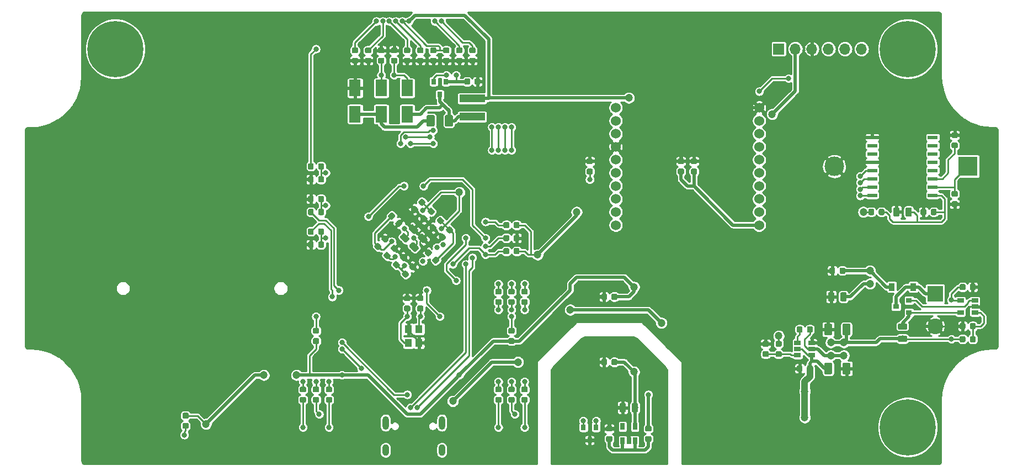
<source format=gbr>
G04 #@! TF.GenerationSoftware,KiCad,Pcbnew,(5.1.0)-1*
G04 #@! TF.CreationDate,2019-09-18T00:43:19-07:00*
G04 #@! TF.ProjectId,design,64657369-676e-42e6-9b69-6361645f7063,rev?*
G04 #@! TF.SameCoordinates,Original*
G04 #@! TF.FileFunction,Copper,L2,Bot*
G04 #@! TF.FilePolarity,Positive*
%FSLAX46Y46*%
G04 Gerber Fmt 4.6, Leading zero omitted, Abs format (unit mm)*
G04 Created by KiCad (PCBNEW (5.1.0)-1) date 2019-09-18 00:43:19*
%MOMM*%
%LPD*%
G04 APERTURE LIST*
%ADD10R,1.800000X2.500000*%
%ADD11C,0.100000*%
%ADD12C,0.875000*%
%ADD13C,0.975000*%
%ADD14R,0.800000X0.900000*%
%ADD15R,0.650000X1.060000*%
%ADD16R,1.100000X1.300000*%
%ADD17C,1.524000*%
%ADD18C,3.000000*%
%ADD19R,3.000000X3.000000*%
%ADD20R,1.500000X0.600000*%
%ADD21C,1.250000*%
%ADD22R,3.900000X1.200000*%
%ADD23R,2.400000X2.400000*%
%ADD24C,2.400000*%
%ADD25R,0.900000X1.200000*%
%ADD26R,1.060000X0.650000*%
%ADD27R,0.900000X0.800000*%
%ADD28C,0.900000*%
%ADD29C,8.600000*%
%ADD30R,1.700000X1.700000*%
%ADD31O,1.700000X1.700000*%
%ADD32O,1.000000X2.100000*%
%ADD33O,1.000000X1.800000*%
%ADD34C,0.800000*%
%ADD35C,1.200000*%
%ADD36C,0.250000*%
%ADD37C,0.500000*%
%ADD38C,1.000000*%
%ADD39C,0.254000*%
G04 APERTURE END LIST*
D10*
X160000000Y-31000000D03*
X160000000Y-27000000D03*
D11*
G36*
X181027691Y-47526053D02*
G01*
X181048926Y-47529203D01*
X181069750Y-47534419D01*
X181089962Y-47541651D01*
X181109368Y-47550830D01*
X181127781Y-47561866D01*
X181145024Y-47574654D01*
X181160930Y-47589070D01*
X181175346Y-47604976D01*
X181188134Y-47622219D01*
X181199170Y-47640632D01*
X181208349Y-47660038D01*
X181215581Y-47680250D01*
X181220797Y-47701074D01*
X181223947Y-47722309D01*
X181225000Y-47743750D01*
X181225000Y-48256250D01*
X181223947Y-48277691D01*
X181220797Y-48298926D01*
X181215581Y-48319750D01*
X181208349Y-48339962D01*
X181199170Y-48359368D01*
X181188134Y-48377781D01*
X181175346Y-48395024D01*
X181160930Y-48410930D01*
X181145024Y-48425346D01*
X181127781Y-48438134D01*
X181109368Y-48449170D01*
X181089962Y-48458349D01*
X181069750Y-48465581D01*
X181048926Y-48470797D01*
X181027691Y-48473947D01*
X181006250Y-48475000D01*
X180568750Y-48475000D01*
X180547309Y-48473947D01*
X180526074Y-48470797D01*
X180505250Y-48465581D01*
X180485038Y-48458349D01*
X180465632Y-48449170D01*
X180447219Y-48438134D01*
X180429976Y-48425346D01*
X180414070Y-48410930D01*
X180399654Y-48395024D01*
X180386866Y-48377781D01*
X180375830Y-48359368D01*
X180366651Y-48339962D01*
X180359419Y-48319750D01*
X180354203Y-48298926D01*
X180351053Y-48277691D01*
X180350000Y-48256250D01*
X180350000Y-47743750D01*
X180351053Y-47722309D01*
X180354203Y-47701074D01*
X180359419Y-47680250D01*
X180366651Y-47660038D01*
X180375830Y-47640632D01*
X180386866Y-47622219D01*
X180399654Y-47604976D01*
X180414070Y-47589070D01*
X180429976Y-47574654D01*
X180447219Y-47561866D01*
X180465632Y-47550830D01*
X180485038Y-47541651D01*
X180505250Y-47534419D01*
X180526074Y-47529203D01*
X180547309Y-47526053D01*
X180568750Y-47525000D01*
X181006250Y-47525000D01*
X181027691Y-47526053D01*
X181027691Y-47526053D01*
G37*
D12*
X180787500Y-48000000D03*
D11*
G36*
X179452691Y-47526053D02*
G01*
X179473926Y-47529203D01*
X179494750Y-47534419D01*
X179514962Y-47541651D01*
X179534368Y-47550830D01*
X179552781Y-47561866D01*
X179570024Y-47574654D01*
X179585930Y-47589070D01*
X179600346Y-47604976D01*
X179613134Y-47622219D01*
X179624170Y-47640632D01*
X179633349Y-47660038D01*
X179640581Y-47680250D01*
X179645797Y-47701074D01*
X179648947Y-47722309D01*
X179650000Y-47743750D01*
X179650000Y-48256250D01*
X179648947Y-48277691D01*
X179645797Y-48298926D01*
X179640581Y-48319750D01*
X179633349Y-48339962D01*
X179624170Y-48359368D01*
X179613134Y-48377781D01*
X179600346Y-48395024D01*
X179585930Y-48410930D01*
X179570024Y-48425346D01*
X179552781Y-48438134D01*
X179534368Y-48449170D01*
X179514962Y-48458349D01*
X179494750Y-48465581D01*
X179473926Y-48470797D01*
X179452691Y-48473947D01*
X179431250Y-48475000D01*
X178993750Y-48475000D01*
X178972309Y-48473947D01*
X178951074Y-48470797D01*
X178930250Y-48465581D01*
X178910038Y-48458349D01*
X178890632Y-48449170D01*
X178872219Y-48438134D01*
X178854976Y-48425346D01*
X178839070Y-48410930D01*
X178824654Y-48395024D01*
X178811866Y-48377781D01*
X178800830Y-48359368D01*
X178791651Y-48339962D01*
X178784419Y-48319750D01*
X178779203Y-48298926D01*
X178776053Y-48277691D01*
X178775000Y-48256250D01*
X178775000Y-47743750D01*
X178776053Y-47722309D01*
X178779203Y-47701074D01*
X178784419Y-47680250D01*
X178791651Y-47660038D01*
X178800830Y-47640632D01*
X178811866Y-47622219D01*
X178824654Y-47604976D01*
X178839070Y-47589070D01*
X178854976Y-47574654D01*
X178872219Y-47561866D01*
X178890632Y-47550830D01*
X178910038Y-47541651D01*
X178930250Y-47534419D01*
X178951074Y-47529203D01*
X178972309Y-47526053D01*
X178993750Y-47525000D01*
X179431250Y-47525000D01*
X179452691Y-47526053D01*
X179452691Y-47526053D01*
G37*
D12*
X179212500Y-48000000D03*
D11*
G36*
X181027691Y-49526053D02*
G01*
X181048926Y-49529203D01*
X181069750Y-49534419D01*
X181089962Y-49541651D01*
X181109368Y-49550830D01*
X181127781Y-49561866D01*
X181145024Y-49574654D01*
X181160930Y-49589070D01*
X181175346Y-49604976D01*
X181188134Y-49622219D01*
X181199170Y-49640632D01*
X181208349Y-49660038D01*
X181215581Y-49680250D01*
X181220797Y-49701074D01*
X181223947Y-49722309D01*
X181225000Y-49743750D01*
X181225000Y-50256250D01*
X181223947Y-50277691D01*
X181220797Y-50298926D01*
X181215581Y-50319750D01*
X181208349Y-50339962D01*
X181199170Y-50359368D01*
X181188134Y-50377781D01*
X181175346Y-50395024D01*
X181160930Y-50410930D01*
X181145024Y-50425346D01*
X181127781Y-50438134D01*
X181109368Y-50449170D01*
X181089962Y-50458349D01*
X181069750Y-50465581D01*
X181048926Y-50470797D01*
X181027691Y-50473947D01*
X181006250Y-50475000D01*
X180568750Y-50475000D01*
X180547309Y-50473947D01*
X180526074Y-50470797D01*
X180505250Y-50465581D01*
X180485038Y-50458349D01*
X180465632Y-50449170D01*
X180447219Y-50438134D01*
X180429976Y-50425346D01*
X180414070Y-50410930D01*
X180399654Y-50395024D01*
X180386866Y-50377781D01*
X180375830Y-50359368D01*
X180366651Y-50339962D01*
X180359419Y-50319750D01*
X180354203Y-50298926D01*
X180351053Y-50277691D01*
X180350000Y-50256250D01*
X180350000Y-49743750D01*
X180351053Y-49722309D01*
X180354203Y-49701074D01*
X180359419Y-49680250D01*
X180366651Y-49660038D01*
X180375830Y-49640632D01*
X180386866Y-49622219D01*
X180399654Y-49604976D01*
X180414070Y-49589070D01*
X180429976Y-49574654D01*
X180447219Y-49561866D01*
X180465632Y-49550830D01*
X180485038Y-49541651D01*
X180505250Y-49534419D01*
X180526074Y-49529203D01*
X180547309Y-49526053D01*
X180568750Y-49525000D01*
X181006250Y-49525000D01*
X181027691Y-49526053D01*
X181027691Y-49526053D01*
G37*
D12*
X180787500Y-50000000D03*
D11*
G36*
X179452691Y-49526053D02*
G01*
X179473926Y-49529203D01*
X179494750Y-49534419D01*
X179514962Y-49541651D01*
X179534368Y-49550830D01*
X179552781Y-49561866D01*
X179570024Y-49574654D01*
X179585930Y-49589070D01*
X179600346Y-49604976D01*
X179613134Y-49622219D01*
X179624170Y-49640632D01*
X179633349Y-49660038D01*
X179640581Y-49680250D01*
X179645797Y-49701074D01*
X179648947Y-49722309D01*
X179650000Y-49743750D01*
X179650000Y-50256250D01*
X179648947Y-50277691D01*
X179645797Y-50298926D01*
X179640581Y-50319750D01*
X179633349Y-50339962D01*
X179624170Y-50359368D01*
X179613134Y-50377781D01*
X179600346Y-50395024D01*
X179585930Y-50410930D01*
X179570024Y-50425346D01*
X179552781Y-50438134D01*
X179534368Y-50449170D01*
X179514962Y-50458349D01*
X179494750Y-50465581D01*
X179473926Y-50470797D01*
X179452691Y-50473947D01*
X179431250Y-50475000D01*
X178993750Y-50475000D01*
X178972309Y-50473947D01*
X178951074Y-50470797D01*
X178930250Y-50465581D01*
X178910038Y-50458349D01*
X178890632Y-50449170D01*
X178872219Y-50438134D01*
X178854976Y-50425346D01*
X178839070Y-50410930D01*
X178824654Y-50395024D01*
X178811866Y-50377781D01*
X178800830Y-50359368D01*
X178791651Y-50339962D01*
X178784419Y-50319750D01*
X178779203Y-50298926D01*
X178776053Y-50277691D01*
X178775000Y-50256250D01*
X178775000Y-49743750D01*
X178776053Y-49722309D01*
X178779203Y-49701074D01*
X178784419Y-49680250D01*
X178791651Y-49660038D01*
X178800830Y-49640632D01*
X178811866Y-49622219D01*
X178824654Y-49604976D01*
X178839070Y-49589070D01*
X178854976Y-49574654D01*
X178872219Y-49561866D01*
X178890632Y-49550830D01*
X178910038Y-49541651D01*
X178930250Y-49534419D01*
X178951074Y-49529203D01*
X178972309Y-49526053D01*
X178993750Y-49525000D01*
X179431250Y-49525000D01*
X179452691Y-49526053D01*
X179452691Y-49526053D01*
G37*
D12*
X179212500Y-50000000D03*
D11*
G36*
X179452691Y-51526053D02*
G01*
X179473926Y-51529203D01*
X179494750Y-51534419D01*
X179514962Y-51541651D01*
X179534368Y-51550830D01*
X179552781Y-51561866D01*
X179570024Y-51574654D01*
X179585930Y-51589070D01*
X179600346Y-51604976D01*
X179613134Y-51622219D01*
X179624170Y-51640632D01*
X179633349Y-51660038D01*
X179640581Y-51680250D01*
X179645797Y-51701074D01*
X179648947Y-51722309D01*
X179650000Y-51743750D01*
X179650000Y-52256250D01*
X179648947Y-52277691D01*
X179645797Y-52298926D01*
X179640581Y-52319750D01*
X179633349Y-52339962D01*
X179624170Y-52359368D01*
X179613134Y-52377781D01*
X179600346Y-52395024D01*
X179585930Y-52410930D01*
X179570024Y-52425346D01*
X179552781Y-52438134D01*
X179534368Y-52449170D01*
X179514962Y-52458349D01*
X179494750Y-52465581D01*
X179473926Y-52470797D01*
X179452691Y-52473947D01*
X179431250Y-52475000D01*
X178993750Y-52475000D01*
X178972309Y-52473947D01*
X178951074Y-52470797D01*
X178930250Y-52465581D01*
X178910038Y-52458349D01*
X178890632Y-52449170D01*
X178872219Y-52438134D01*
X178854976Y-52425346D01*
X178839070Y-52410930D01*
X178824654Y-52395024D01*
X178811866Y-52377781D01*
X178800830Y-52359368D01*
X178791651Y-52339962D01*
X178784419Y-52319750D01*
X178779203Y-52298926D01*
X178776053Y-52277691D01*
X178775000Y-52256250D01*
X178775000Y-51743750D01*
X178776053Y-51722309D01*
X178779203Y-51701074D01*
X178784419Y-51680250D01*
X178791651Y-51660038D01*
X178800830Y-51640632D01*
X178811866Y-51622219D01*
X178824654Y-51604976D01*
X178839070Y-51589070D01*
X178854976Y-51574654D01*
X178872219Y-51561866D01*
X178890632Y-51550830D01*
X178910038Y-51541651D01*
X178930250Y-51534419D01*
X178951074Y-51529203D01*
X178972309Y-51526053D01*
X178993750Y-51525000D01*
X179431250Y-51525000D01*
X179452691Y-51526053D01*
X179452691Y-51526053D01*
G37*
D12*
X179212500Y-52000000D03*
D11*
G36*
X181027691Y-51526053D02*
G01*
X181048926Y-51529203D01*
X181069750Y-51534419D01*
X181089962Y-51541651D01*
X181109368Y-51550830D01*
X181127781Y-51561866D01*
X181145024Y-51574654D01*
X181160930Y-51589070D01*
X181175346Y-51604976D01*
X181188134Y-51622219D01*
X181199170Y-51640632D01*
X181208349Y-51660038D01*
X181215581Y-51680250D01*
X181220797Y-51701074D01*
X181223947Y-51722309D01*
X181225000Y-51743750D01*
X181225000Y-52256250D01*
X181223947Y-52277691D01*
X181220797Y-52298926D01*
X181215581Y-52319750D01*
X181208349Y-52339962D01*
X181199170Y-52359368D01*
X181188134Y-52377781D01*
X181175346Y-52395024D01*
X181160930Y-52410930D01*
X181145024Y-52425346D01*
X181127781Y-52438134D01*
X181109368Y-52449170D01*
X181089962Y-52458349D01*
X181069750Y-52465581D01*
X181048926Y-52470797D01*
X181027691Y-52473947D01*
X181006250Y-52475000D01*
X180568750Y-52475000D01*
X180547309Y-52473947D01*
X180526074Y-52470797D01*
X180505250Y-52465581D01*
X180485038Y-52458349D01*
X180465632Y-52449170D01*
X180447219Y-52438134D01*
X180429976Y-52425346D01*
X180414070Y-52410930D01*
X180399654Y-52395024D01*
X180386866Y-52377781D01*
X180375830Y-52359368D01*
X180366651Y-52339962D01*
X180359419Y-52319750D01*
X180354203Y-52298926D01*
X180351053Y-52277691D01*
X180350000Y-52256250D01*
X180350000Y-51743750D01*
X180351053Y-51722309D01*
X180354203Y-51701074D01*
X180359419Y-51680250D01*
X180366651Y-51660038D01*
X180375830Y-51640632D01*
X180386866Y-51622219D01*
X180399654Y-51604976D01*
X180414070Y-51589070D01*
X180429976Y-51574654D01*
X180447219Y-51561866D01*
X180465632Y-51550830D01*
X180485038Y-51541651D01*
X180505250Y-51534419D01*
X180526074Y-51529203D01*
X180547309Y-51526053D01*
X180568750Y-51525000D01*
X181006250Y-51525000D01*
X181027691Y-51526053D01*
X181027691Y-51526053D01*
G37*
D12*
X180787500Y-52000000D03*
D11*
G36*
X130277691Y-76776053D02*
G01*
X130298926Y-76779203D01*
X130319750Y-76784419D01*
X130339962Y-76791651D01*
X130359368Y-76800830D01*
X130377781Y-76811866D01*
X130395024Y-76824654D01*
X130410930Y-76839070D01*
X130425346Y-76854976D01*
X130438134Y-76872219D01*
X130449170Y-76890632D01*
X130458349Y-76910038D01*
X130465581Y-76930250D01*
X130470797Y-76951074D01*
X130473947Y-76972309D01*
X130475000Y-76993750D01*
X130475000Y-77431250D01*
X130473947Y-77452691D01*
X130470797Y-77473926D01*
X130465581Y-77494750D01*
X130458349Y-77514962D01*
X130449170Y-77534368D01*
X130438134Y-77552781D01*
X130425346Y-77570024D01*
X130410930Y-77585930D01*
X130395024Y-77600346D01*
X130377781Y-77613134D01*
X130359368Y-77624170D01*
X130339962Y-77633349D01*
X130319750Y-77640581D01*
X130298926Y-77645797D01*
X130277691Y-77648947D01*
X130256250Y-77650000D01*
X129743750Y-77650000D01*
X129722309Y-77648947D01*
X129701074Y-77645797D01*
X129680250Y-77640581D01*
X129660038Y-77633349D01*
X129640632Y-77624170D01*
X129622219Y-77613134D01*
X129604976Y-77600346D01*
X129589070Y-77585930D01*
X129574654Y-77570024D01*
X129561866Y-77552781D01*
X129550830Y-77534368D01*
X129541651Y-77514962D01*
X129534419Y-77494750D01*
X129529203Y-77473926D01*
X129526053Y-77452691D01*
X129525000Y-77431250D01*
X129525000Y-76993750D01*
X129526053Y-76972309D01*
X129529203Y-76951074D01*
X129534419Y-76930250D01*
X129541651Y-76910038D01*
X129550830Y-76890632D01*
X129561866Y-76872219D01*
X129574654Y-76854976D01*
X129589070Y-76839070D01*
X129604976Y-76824654D01*
X129622219Y-76811866D01*
X129640632Y-76800830D01*
X129660038Y-76791651D01*
X129680250Y-76784419D01*
X129701074Y-76779203D01*
X129722309Y-76776053D01*
X129743750Y-76775000D01*
X130256250Y-76775000D01*
X130277691Y-76776053D01*
X130277691Y-76776053D01*
G37*
D12*
X130000000Y-77212500D03*
D11*
G36*
X130277691Y-78351053D02*
G01*
X130298926Y-78354203D01*
X130319750Y-78359419D01*
X130339962Y-78366651D01*
X130359368Y-78375830D01*
X130377781Y-78386866D01*
X130395024Y-78399654D01*
X130410930Y-78414070D01*
X130425346Y-78429976D01*
X130438134Y-78447219D01*
X130449170Y-78465632D01*
X130458349Y-78485038D01*
X130465581Y-78505250D01*
X130470797Y-78526074D01*
X130473947Y-78547309D01*
X130475000Y-78568750D01*
X130475000Y-79006250D01*
X130473947Y-79027691D01*
X130470797Y-79048926D01*
X130465581Y-79069750D01*
X130458349Y-79089962D01*
X130449170Y-79109368D01*
X130438134Y-79127781D01*
X130425346Y-79145024D01*
X130410930Y-79160930D01*
X130395024Y-79175346D01*
X130377781Y-79188134D01*
X130359368Y-79199170D01*
X130339962Y-79208349D01*
X130319750Y-79215581D01*
X130298926Y-79220797D01*
X130277691Y-79223947D01*
X130256250Y-79225000D01*
X129743750Y-79225000D01*
X129722309Y-79223947D01*
X129701074Y-79220797D01*
X129680250Y-79215581D01*
X129660038Y-79208349D01*
X129640632Y-79199170D01*
X129622219Y-79188134D01*
X129604976Y-79175346D01*
X129589070Y-79160930D01*
X129574654Y-79145024D01*
X129561866Y-79127781D01*
X129550830Y-79109368D01*
X129541651Y-79089962D01*
X129534419Y-79069750D01*
X129529203Y-79048926D01*
X129526053Y-79027691D01*
X129525000Y-79006250D01*
X129525000Y-78568750D01*
X129526053Y-78547309D01*
X129529203Y-78526074D01*
X129534419Y-78505250D01*
X129541651Y-78485038D01*
X129550830Y-78465632D01*
X129561866Y-78447219D01*
X129574654Y-78429976D01*
X129589070Y-78414070D01*
X129604976Y-78399654D01*
X129622219Y-78386866D01*
X129640632Y-78375830D01*
X129660038Y-78366651D01*
X129680250Y-78359419D01*
X129701074Y-78354203D01*
X129722309Y-78351053D01*
X129743750Y-78350000D01*
X130256250Y-78350000D01*
X130277691Y-78351053D01*
X130277691Y-78351053D01*
G37*
D12*
X130000000Y-78787500D03*
D11*
G36*
X167319537Y-51718006D02*
G01*
X167340772Y-51721156D01*
X167361596Y-51726372D01*
X167381808Y-51733604D01*
X167401214Y-51742783D01*
X167419627Y-51753819D01*
X167436870Y-51766607D01*
X167452776Y-51781023D01*
X167762135Y-52090382D01*
X167776551Y-52106288D01*
X167789339Y-52123531D01*
X167800375Y-52141944D01*
X167809554Y-52161350D01*
X167816786Y-52181562D01*
X167822002Y-52202386D01*
X167825152Y-52223621D01*
X167826205Y-52245062D01*
X167825152Y-52266503D01*
X167822002Y-52287738D01*
X167816786Y-52308562D01*
X167809554Y-52328774D01*
X167800375Y-52348180D01*
X167789339Y-52366593D01*
X167776551Y-52383836D01*
X167762135Y-52399742D01*
X167399742Y-52762135D01*
X167383836Y-52776551D01*
X167366593Y-52789339D01*
X167348180Y-52800375D01*
X167328774Y-52809554D01*
X167308562Y-52816786D01*
X167287738Y-52822002D01*
X167266503Y-52825152D01*
X167245062Y-52826205D01*
X167223621Y-52825152D01*
X167202386Y-52822002D01*
X167181562Y-52816786D01*
X167161350Y-52809554D01*
X167141944Y-52800375D01*
X167123531Y-52789339D01*
X167106288Y-52776551D01*
X167090382Y-52762135D01*
X166781023Y-52452776D01*
X166766607Y-52436870D01*
X166753819Y-52419627D01*
X166742783Y-52401214D01*
X166733604Y-52381808D01*
X166726372Y-52361596D01*
X166721156Y-52340772D01*
X166718006Y-52319537D01*
X166716953Y-52298096D01*
X166718006Y-52276655D01*
X166721156Y-52255420D01*
X166726372Y-52234596D01*
X166733604Y-52214384D01*
X166742783Y-52194978D01*
X166753819Y-52176565D01*
X166766607Y-52159322D01*
X166781023Y-52143416D01*
X167143416Y-51781023D01*
X167159322Y-51766607D01*
X167176565Y-51753819D01*
X167194978Y-51742783D01*
X167214384Y-51733604D01*
X167234596Y-51726372D01*
X167255420Y-51721156D01*
X167276655Y-51718006D01*
X167298096Y-51716953D01*
X167319537Y-51718006D01*
X167319537Y-51718006D01*
G37*
D12*
X167271579Y-52271579D03*
D11*
G36*
X168433231Y-52831700D02*
G01*
X168454466Y-52834850D01*
X168475290Y-52840066D01*
X168495502Y-52847298D01*
X168514908Y-52856477D01*
X168533321Y-52867513D01*
X168550564Y-52880301D01*
X168566470Y-52894717D01*
X168875829Y-53204076D01*
X168890245Y-53219982D01*
X168903033Y-53237225D01*
X168914069Y-53255638D01*
X168923248Y-53275044D01*
X168930480Y-53295256D01*
X168935696Y-53316080D01*
X168938846Y-53337315D01*
X168939899Y-53358756D01*
X168938846Y-53380197D01*
X168935696Y-53401432D01*
X168930480Y-53422256D01*
X168923248Y-53442468D01*
X168914069Y-53461874D01*
X168903033Y-53480287D01*
X168890245Y-53497530D01*
X168875829Y-53513436D01*
X168513436Y-53875829D01*
X168497530Y-53890245D01*
X168480287Y-53903033D01*
X168461874Y-53914069D01*
X168442468Y-53923248D01*
X168422256Y-53930480D01*
X168401432Y-53935696D01*
X168380197Y-53938846D01*
X168358756Y-53939899D01*
X168337315Y-53938846D01*
X168316080Y-53935696D01*
X168295256Y-53930480D01*
X168275044Y-53923248D01*
X168255638Y-53914069D01*
X168237225Y-53903033D01*
X168219982Y-53890245D01*
X168204076Y-53875829D01*
X167894717Y-53566470D01*
X167880301Y-53550564D01*
X167867513Y-53533321D01*
X167856477Y-53514908D01*
X167847298Y-53495502D01*
X167840066Y-53475290D01*
X167834850Y-53454466D01*
X167831700Y-53433231D01*
X167830647Y-53411790D01*
X167831700Y-53390349D01*
X167834850Y-53369114D01*
X167840066Y-53348290D01*
X167847298Y-53328078D01*
X167856477Y-53308672D01*
X167867513Y-53290259D01*
X167880301Y-53273016D01*
X167894717Y-53257110D01*
X168257110Y-52894717D01*
X168273016Y-52880301D01*
X168290259Y-52867513D01*
X168308672Y-52856477D01*
X168328078Y-52847298D01*
X168348290Y-52840066D01*
X168369114Y-52834850D01*
X168390349Y-52831700D01*
X168411790Y-52830647D01*
X168433231Y-52831700D01*
X168433231Y-52831700D01*
G37*
D12*
X168385273Y-53385273D03*
D11*
G36*
X163730970Y-54953020D02*
G01*
X163752205Y-54956170D01*
X163773029Y-54961386D01*
X163793241Y-54968618D01*
X163812647Y-54977797D01*
X163831060Y-54988833D01*
X163848303Y-55001621D01*
X163864209Y-55016037D01*
X164226602Y-55378430D01*
X164241018Y-55394336D01*
X164253806Y-55411579D01*
X164264842Y-55429992D01*
X164274021Y-55449398D01*
X164281253Y-55469610D01*
X164286469Y-55490434D01*
X164289619Y-55511669D01*
X164290672Y-55533110D01*
X164289619Y-55554551D01*
X164286469Y-55575786D01*
X164281253Y-55596610D01*
X164274021Y-55616822D01*
X164264842Y-55636228D01*
X164253806Y-55654641D01*
X164241018Y-55671884D01*
X164226602Y-55687790D01*
X163917243Y-55997149D01*
X163901337Y-56011565D01*
X163884094Y-56024353D01*
X163865681Y-56035389D01*
X163846275Y-56044568D01*
X163826063Y-56051800D01*
X163805239Y-56057016D01*
X163784004Y-56060166D01*
X163762563Y-56061219D01*
X163741122Y-56060166D01*
X163719887Y-56057016D01*
X163699063Y-56051800D01*
X163678851Y-56044568D01*
X163659445Y-56035389D01*
X163641032Y-56024353D01*
X163623789Y-56011565D01*
X163607883Y-55997149D01*
X163245490Y-55634756D01*
X163231074Y-55618850D01*
X163218286Y-55601607D01*
X163207250Y-55583194D01*
X163198071Y-55563788D01*
X163190839Y-55543576D01*
X163185623Y-55522752D01*
X163182473Y-55501517D01*
X163181420Y-55480076D01*
X163182473Y-55458635D01*
X163185623Y-55437400D01*
X163190839Y-55416576D01*
X163198071Y-55396364D01*
X163207250Y-55376958D01*
X163218286Y-55358545D01*
X163231074Y-55341302D01*
X163245490Y-55325396D01*
X163554849Y-55016037D01*
X163570755Y-55001621D01*
X163587998Y-54988833D01*
X163606411Y-54977797D01*
X163625817Y-54968618D01*
X163646029Y-54961386D01*
X163666853Y-54956170D01*
X163688088Y-54953020D01*
X163709529Y-54951967D01*
X163730970Y-54953020D01*
X163730970Y-54953020D01*
G37*
D12*
X163736046Y-55506593D03*
D11*
G36*
X164844664Y-53839326D02*
G01*
X164865899Y-53842476D01*
X164886723Y-53847692D01*
X164906935Y-53854924D01*
X164926341Y-53864103D01*
X164944754Y-53875139D01*
X164961997Y-53887927D01*
X164977903Y-53902343D01*
X165340296Y-54264736D01*
X165354712Y-54280642D01*
X165367500Y-54297885D01*
X165378536Y-54316298D01*
X165387715Y-54335704D01*
X165394947Y-54355916D01*
X165400163Y-54376740D01*
X165403313Y-54397975D01*
X165404366Y-54419416D01*
X165403313Y-54440857D01*
X165400163Y-54462092D01*
X165394947Y-54482916D01*
X165387715Y-54503128D01*
X165378536Y-54522534D01*
X165367500Y-54540947D01*
X165354712Y-54558190D01*
X165340296Y-54574096D01*
X165030937Y-54883455D01*
X165015031Y-54897871D01*
X164997788Y-54910659D01*
X164979375Y-54921695D01*
X164959969Y-54930874D01*
X164939757Y-54938106D01*
X164918933Y-54943322D01*
X164897698Y-54946472D01*
X164876257Y-54947525D01*
X164854816Y-54946472D01*
X164833581Y-54943322D01*
X164812757Y-54938106D01*
X164792545Y-54930874D01*
X164773139Y-54921695D01*
X164754726Y-54910659D01*
X164737483Y-54897871D01*
X164721577Y-54883455D01*
X164359184Y-54521062D01*
X164344768Y-54505156D01*
X164331980Y-54487913D01*
X164320944Y-54469500D01*
X164311765Y-54450094D01*
X164304533Y-54429882D01*
X164299317Y-54409058D01*
X164296167Y-54387823D01*
X164295114Y-54366382D01*
X164296167Y-54344941D01*
X164299317Y-54323706D01*
X164304533Y-54302882D01*
X164311765Y-54282670D01*
X164320944Y-54263264D01*
X164331980Y-54244851D01*
X164344768Y-54227608D01*
X164359184Y-54211702D01*
X164668543Y-53902343D01*
X164684449Y-53887927D01*
X164701692Y-53875139D01*
X164720105Y-53864103D01*
X164739511Y-53854924D01*
X164759723Y-53847692D01*
X164780547Y-53842476D01*
X164801782Y-53839326D01*
X164823223Y-53838273D01*
X164844664Y-53839326D01*
X164844664Y-53839326D01*
G37*
D12*
X164849740Y-54392899D03*
D11*
G36*
X163430451Y-52425113D02*
G01*
X163451686Y-52428263D01*
X163472510Y-52433479D01*
X163492722Y-52440711D01*
X163512128Y-52449890D01*
X163530541Y-52460926D01*
X163547784Y-52473714D01*
X163563690Y-52488130D01*
X163926083Y-52850523D01*
X163940499Y-52866429D01*
X163953287Y-52883672D01*
X163964323Y-52902085D01*
X163973502Y-52921491D01*
X163980734Y-52941703D01*
X163985950Y-52962527D01*
X163989100Y-52983762D01*
X163990153Y-53005203D01*
X163989100Y-53026644D01*
X163985950Y-53047879D01*
X163980734Y-53068703D01*
X163973502Y-53088915D01*
X163964323Y-53108321D01*
X163953287Y-53126734D01*
X163940499Y-53143977D01*
X163926083Y-53159883D01*
X163616724Y-53469242D01*
X163600818Y-53483658D01*
X163583575Y-53496446D01*
X163565162Y-53507482D01*
X163545756Y-53516661D01*
X163525544Y-53523893D01*
X163504720Y-53529109D01*
X163483485Y-53532259D01*
X163462044Y-53533312D01*
X163440603Y-53532259D01*
X163419368Y-53529109D01*
X163398544Y-53523893D01*
X163378332Y-53516661D01*
X163358926Y-53507482D01*
X163340513Y-53496446D01*
X163323270Y-53483658D01*
X163307364Y-53469242D01*
X162944971Y-53106849D01*
X162930555Y-53090943D01*
X162917767Y-53073700D01*
X162906731Y-53055287D01*
X162897552Y-53035881D01*
X162890320Y-53015669D01*
X162885104Y-52994845D01*
X162881954Y-52973610D01*
X162880901Y-52952169D01*
X162881954Y-52930728D01*
X162885104Y-52909493D01*
X162890320Y-52888669D01*
X162897552Y-52868457D01*
X162906731Y-52849051D01*
X162917767Y-52830638D01*
X162930555Y-52813395D01*
X162944971Y-52797489D01*
X163254330Y-52488130D01*
X163270236Y-52473714D01*
X163287479Y-52460926D01*
X163305892Y-52449890D01*
X163325298Y-52440711D01*
X163345510Y-52433479D01*
X163366334Y-52428263D01*
X163387569Y-52425113D01*
X163409010Y-52424060D01*
X163430451Y-52425113D01*
X163430451Y-52425113D01*
G37*
D12*
X163435527Y-52978686D03*
D11*
G36*
X162316757Y-53538807D02*
G01*
X162337992Y-53541957D01*
X162358816Y-53547173D01*
X162379028Y-53554405D01*
X162398434Y-53563584D01*
X162416847Y-53574620D01*
X162434090Y-53587408D01*
X162449996Y-53601824D01*
X162812389Y-53964217D01*
X162826805Y-53980123D01*
X162839593Y-53997366D01*
X162850629Y-54015779D01*
X162859808Y-54035185D01*
X162867040Y-54055397D01*
X162872256Y-54076221D01*
X162875406Y-54097456D01*
X162876459Y-54118897D01*
X162875406Y-54140338D01*
X162872256Y-54161573D01*
X162867040Y-54182397D01*
X162859808Y-54202609D01*
X162850629Y-54222015D01*
X162839593Y-54240428D01*
X162826805Y-54257671D01*
X162812389Y-54273577D01*
X162503030Y-54582936D01*
X162487124Y-54597352D01*
X162469881Y-54610140D01*
X162451468Y-54621176D01*
X162432062Y-54630355D01*
X162411850Y-54637587D01*
X162391026Y-54642803D01*
X162369791Y-54645953D01*
X162348350Y-54647006D01*
X162326909Y-54645953D01*
X162305674Y-54642803D01*
X162284850Y-54637587D01*
X162264638Y-54630355D01*
X162245232Y-54621176D01*
X162226819Y-54610140D01*
X162209576Y-54597352D01*
X162193670Y-54582936D01*
X161831277Y-54220543D01*
X161816861Y-54204637D01*
X161804073Y-54187394D01*
X161793037Y-54168981D01*
X161783858Y-54149575D01*
X161776626Y-54129363D01*
X161771410Y-54108539D01*
X161768260Y-54087304D01*
X161767207Y-54065863D01*
X161768260Y-54044422D01*
X161771410Y-54023187D01*
X161776626Y-54002363D01*
X161783858Y-53982151D01*
X161793037Y-53962745D01*
X161804073Y-53944332D01*
X161816861Y-53927089D01*
X161831277Y-53911183D01*
X162140636Y-53601824D01*
X162156542Y-53587408D01*
X162173785Y-53574620D01*
X162192198Y-53563584D01*
X162211604Y-53554405D01*
X162231816Y-53547173D01*
X162252640Y-53541957D01*
X162273875Y-53538807D01*
X162295316Y-53537754D01*
X162316757Y-53538807D01*
X162316757Y-53538807D01*
G37*
D12*
X162321833Y-54092380D03*
D11*
G36*
X170501518Y-48182473D02*
G01*
X170522753Y-48185623D01*
X170543577Y-48190839D01*
X170563789Y-48198071D01*
X170583195Y-48207250D01*
X170601608Y-48218286D01*
X170618851Y-48231074D01*
X170634757Y-48245490D01*
X170997150Y-48607883D01*
X171011566Y-48623789D01*
X171024354Y-48641032D01*
X171035390Y-48659445D01*
X171044569Y-48678851D01*
X171051801Y-48699063D01*
X171057017Y-48719887D01*
X171060167Y-48741122D01*
X171061220Y-48762563D01*
X171060167Y-48784004D01*
X171057017Y-48805239D01*
X171051801Y-48826063D01*
X171044569Y-48846275D01*
X171035390Y-48865681D01*
X171024354Y-48884094D01*
X171011566Y-48901337D01*
X170997150Y-48917243D01*
X170687791Y-49226602D01*
X170671885Y-49241018D01*
X170654642Y-49253806D01*
X170636229Y-49264842D01*
X170616823Y-49274021D01*
X170596611Y-49281253D01*
X170575787Y-49286469D01*
X170554552Y-49289619D01*
X170533111Y-49290672D01*
X170511670Y-49289619D01*
X170490435Y-49286469D01*
X170469611Y-49281253D01*
X170449399Y-49274021D01*
X170429993Y-49264842D01*
X170411580Y-49253806D01*
X170394337Y-49241018D01*
X170378431Y-49226602D01*
X170016038Y-48864209D01*
X170001622Y-48848303D01*
X169988834Y-48831060D01*
X169977798Y-48812647D01*
X169968619Y-48793241D01*
X169961387Y-48773029D01*
X169956171Y-48752205D01*
X169953021Y-48730970D01*
X169951968Y-48709529D01*
X169953021Y-48688088D01*
X169956171Y-48666853D01*
X169961387Y-48646029D01*
X169968619Y-48625817D01*
X169977798Y-48606411D01*
X169988834Y-48587998D01*
X170001622Y-48570755D01*
X170016038Y-48554849D01*
X170325397Y-48245490D01*
X170341303Y-48231074D01*
X170358546Y-48218286D01*
X170376959Y-48207250D01*
X170396365Y-48198071D01*
X170416577Y-48190839D01*
X170437401Y-48185623D01*
X170458636Y-48182473D01*
X170480077Y-48181420D01*
X170501518Y-48182473D01*
X170501518Y-48182473D01*
G37*
D12*
X170506594Y-48736046D03*
D11*
G36*
X169387824Y-49296167D02*
G01*
X169409059Y-49299317D01*
X169429883Y-49304533D01*
X169450095Y-49311765D01*
X169469501Y-49320944D01*
X169487914Y-49331980D01*
X169505157Y-49344768D01*
X169521063Y-49359184D01*
X169883456Y-49721577D01*
X169897872Y-49737483D01*
X169910660Y-49754726D01*
X169921696Y-49773139D01*
X169930875Y-49792545D01*
X169938107Y-49812757D01*
X169943323Y-49833581D01*
X169946473Y-49854816D01*
X169947526Y-49876257D01*
X169946473Y-49897698D01*
X169943323Y-49918933D01*
X169938107Y-49939757D01*
X169930875Y-49959969D01*
X169921696Y-49979375D01*
X169910660Y-49997788D01*
X169897872Y-50015031D01*
X169883456Y-50030937D01*
X169574097Y-50340296D01*
X169558191Y-50354712D01*
X169540948Y-50367500D01*
X169522535Y-50378536D01*
X169503129Y-50387715D01*
X169482917Y-50394947D01*
X169462093Y-50400163D01*
X169440858Y-50403313D01*
X169419417Y-50404366D01*
X169397976Y-50403313D01*
X169376741Y-50400163D01*
X169355917Y-50394947D01*
X169335705Y-50387715D01*
X169316299Y-50378536D01*
X169297886Y-50367500D01*
X169280643Y-50354712D01*
X169264737Y-50340296D01*
X168902344Y-49977903D01*
X168887928Y-49961997D01*
X168875140Y-49944754D01*
X168864104Y-49926341D01*
X168854925Y-49906935D01*
X168847693Y-49886723D01*
X168842477Y-49865899D01*
X168839327Y-49844664D01*
X168838274Y-49823223D01*
X168839327Y-49801782D01*
X168842477Y-49780547D01*
X168847693Y-49759723D01*
X168854925Y-49739511D01*
X168864104Y-49720105D01*
X168875140Y-49701692D01*
X168887928Y-49684449D01*
X168902344Y-49668543D01*
X169211703Y-49359184D01*
X169227609Y-49344768D01*
X169244852Y-49331980D01*
X169263265Y-49320944D01*
X169282671Y-49311765D01*
X169302883Y-49304533D01*
X169323707Y-49299317D01*
X169344942Y-49296167D01*
X169366383Y-49295114D01*
X169387824Y-49296167D01*
X169387824Y-49296167D01*
G37*
D12*
X169392900Y-49849740D03*
D11*
G36*
X167973611Y-47881954D02*
G01*
X167994846Y-47885104D01*
X168015670Y-47890320D01*
X168035882Y-47897552D01*
X168055288Y-47906731D01*
X168073701Y-47917767D01*
X168090944Y-47930555D01*
X168106850Y-47944971D01*
X168469243Y-48307364D01*
X168483659Y-48323270D01*
X168496447Y-48340513D01*
X168507483Y-48358926D01*
X168516662Y-48378332D01*
X168523894Y-48398544D01*
X168529110Y-48419368D01*
X168532260Y-48440603D01*
X168533313Y-48462044D01*
X168532260Y-48483485D01*
X168529110Y-48504720D01*
X168523894Y-48525544D01*
X168516662Y-48545756D01*
X168507483Y-48565162D01*
X168496447Y-48583575D01*
X168483659Y-48600818D01*
X168469243Y-48616724D01*
X168159884Y-48926083D01*
X168143978Y-48940499D01*
X168126735Y-48953287D01*
X168108322Y-48964323D01*
X168088916Y-48973502D01*
X168068704Y-48980734D01*
X168047880Y-48985950D01*
X168026645Y-48989100D01*
X168005204Y-48990153D01*
X167983763Y-48989100D01*
X167962528Y-48985950D01*
X167941704Y-48980734D01*
X167921492Y-48973502D01*
X167902086Y-48964323D01*
X167883673Y-48953287D01*
X167866430Y-48940499D01*
X167850524Y-48926083D01*
X167488131Y-48563690D01*
X167473715Y-48547784D01*
X167460927Y-48530541D01*
X167449891Y-48512128D01*
X167440712Y-48492722D01*
X167433480Y-48472510D01*
X167428264Y-48451686D01*
X167425114Y-48430451D01*
X167424061Y-48409010D01*
X167425114Y-48387569D01*
X167428264Y-48366334D01*
X167433480Y-48345510D01*
X167440712Y-48325298D01*
X167449891Y-48305892D01*
X167460927Y-48287479D01*
X167473715Y-48270236D01*
X167488131Y-48254330D01*
X167797490Y-47944971D01*
X167813396Y-47930555D01*
X167830639Y-47917767D01*
X167849052Y-47906731D01*
X167868458Y-47897552D01*
X167888670Y-47890320D01*
X167909494Y-47885104D01*
X167930729Y-47881954D01*
X167952170Y-47880901D01*
X167973611Y-47881954D01*
X167973611Y-47881954D01*
G37*
D12*
X167978687Y-48435527D03*
D11*
G36*
X169087305Y-46768260D02*
G01*
X169108540Y-46771410D01*
X169129364Y-46776626D01*
X169149576Y-46783858D01*
X169168982Y-46793037D01*
X169187395Y-46804073D01*
X169204638Y-46816861D01*
X169220544Y-46831277D01*
X169582937Y-47193670D01*
X169597353Y-47209576D01*
X169610141Y-47226819D01*
X169621177Y-47245232D01*
X169630356Y-47264638D01*
X169637588Y-47284850D01*
X169642804Y-47305674D01*
X169645954Y-47326909D01*
X169647007Y-47348350D01*
X169645954Y-47369791D01*
X169642804Y-47391026D01*
X169637588Y-47411850D01*
X169630356Y-47432062D01*
X169621177Y-47451468D01*
X169610141Y-47469881D01*
X169597353Y-47487124D01*
X169582937Y-47503030D01*
X169273578Y-47812389D01*
X169257672Y-47826805D01*
X169240429Y-47839593D01*
X169222016Y-47850629D01*
X169202610Y-47859808D01*
X169182398Y-47867040D01*
X169161574Y-47872256D01*
X169140339Y-47875406D01*
X169118898Y-47876459D01*
X169097457Y-47875406D01*
X169076222Y-47872256D01*
X169055398Y-47867040D01*
X169035186Y-47859808D01*
X169015780Y-47850629D01*
X168997367Y-47839593D01*
X168980124Y-47826805D01*
X168964218Y-47812389D01*
X168601825Y-47449996D01*
X168587409Y-47434090D01*
X168574621Y-47416847D01*
X168563585Y-47398434D01*
X168554406Y-47379028D01*
X168547174Y-47358816D01*
X168541958Y-47337992D01*
X168538808Y-47316757D01*
X168537755Y-47295316D01*
X168538808Y-47273875D01*
X168541958Y-47252640D01*
X168547174Y-47231816D01*
X168554406Y-47211604D01*
X168563585Y-47192198D01*
X168574621Y-47173785D01*
X168587409Y-47156542D01*
X168601825Y-47140636D01*
X168911184Y-46831277D01*
X168927090Y-46816861D01*
X168944333Y-46804073D01*
X168962746Y-46793037D01*
X168982152Y-46783858D01*
X169002364Y-46776626D01*
X169023188Y-46771410D01*
X169044423Y-46768260D01*
X169065864Y-46767207D01*
X169087305Y-46768260D01*
X169087305Y-46768260D01*
G37*
D12*
X169092381Y-47321833D03*
D11*
G36*
X166258878Y-43939833D02*
G01*
X166280113Y-43942983D01*
X166300937Y-43948199D01*
X166321149Y-43955431D01*
X166340555Y-43964610D01*
X166358968Y-43975646D01*
X166376211Y-43988434D01*
X166392117Y-44002850D01*
X166754510Y-44365243D01*
X166768926Y-44381149D01*
X166781714Y-44398392D01*
X166792750Y-44416805D01*
X166801929Y-44436211D01*
X166809161Y-44456423D01*
X166814377Y-44477247D01*
X166817527Y-44498482D01*
X166818580Y-44519923D01*
X166817527Y-44541364D01*
X166814377Y-44562599D01*
X166809161Y-44583423D01*
X166801929Y-44603635D01*
X166792750Y-44623041D01*
X166781714Y-44641454D01*
X166768926Y-44658697D01*
X166754510Y-44674603D01*
X166445151Y-44983962D01*
X166429245Y-44998378D01*
X166412002Y-45011166D01*
X166393589Y-45022202D01*
X166374183Y-45031381D01*
X166353971Y-45038613D01*
X166333147Y-45043829D01*
X166311912Y-45046979D01*
X166290471Y-45048032D01*
X166269030Y-45046979D01*
X166247795Y-45043829D01*
X166226971Y-45038613D01*
X166206759Y-45031381D01*
X166187353Y-45022202D01*
X166168940Y-45011166D01*
X166151697Y-44998378D01*
X166135791Y-44983962D01*
X165773398Y-44621569D01*
X165758982Y-44605663D01*
X165746194Y-44588420D01*
X165735158Y-44570007D01*
X165725979Y-44550601D01*
X165718747Y-44530389D01*
X165713531Y-44509565D01*
X165710381Y-44488330D01*
X165709328Y-44466889D01*
X165710381Y-44445448D01*
X165713531Y-44424213D01*
X165718747Y-44403389D01*
X165725979Y-44383177D01*
X165735158Y-44363771D01*
X165746194Y-44345358D01*
X165758982Y-44328115D01*
X165773398Y-44312209D01*
X166082757Y-44002850D01*
X166098663Y-43988434D01*
X166115906Y-43975646D01*
X166134319Y-43964610D01*
X166153725Y-43955431D01*
X166173937Y-43948199D01*
X166194761Y-43942983D01*
X166215996Y-43939833D01*
X166237437Y-43938780D01*
X166258878Y-43939833D01*
X166258878Y-43939833D01*
G37*
D12*
X166263954Y-44493406D03*
D11*
G36*
X165145184Y-45053527D02*
G01*
X165166419Y-45056677D01*
X165187243Y-45061893D01*
X165207455Y-45069125D01*
X165226861Y-45078304D01*
X165245274Y-45089340D01*
X165262517Y-45102128D01*
X165278423Y-45116544D01*
X165640816Y-45478937D01*
X165655232Y-45494843D01*
X165668020Y-45512086D01*
X165679056Y-45530499D01*
X165688235Y-45549905D01*
X165695467Y-45570117D01*
X165700683Y-45590941D01*
X165703833Y-45612176D01*
X165704886Y-45633617D01*
X165703833Y-45655058D01*
X165700683Y-45676293D01*
X165695467Y-45697117D01*
X165688235Y-45717329D01*
X165679056Y-45736735D01*
X165668020Y-45755148D01*
X165655232Y-45772391D01*
X165640816Y-45788297D01*
X165331457Y-46097656D01*
X165315551Y-46112072D01*
X165298308Y-46124860D01*
X165279895Y-46135896D01*
X165260489Y-46145075D01*
X165240277Y-46152307D01*
X165219453Y-46157523D01*
X165198218Y-46160673D01*
X165176777Y-46161726D01*
X165155336Y-46160673D01*
X165134101Y-46157523D01*
X165113277Y-46152307D01*
X165093065Y-46145075D01*
X165073659Y-46135896D01*
X165055246Y-46124860D01*
X165038003Y-46112072D01*
X165022097Y-46097656D01*
X164659704Y-45735263D01*
X164645288Y-45719357D01*
X164632500Y-45702114D01*
X164621464Y-45683701D01*
X164612285Y-45664295D01*
X164605053Y-45644083D01*
X164599837Y-45623259D01*
X164596687Y-45602024D01*
X164595634Y-45580583D01*
X164596687Y-45559142D01*
X164599837Y-45537907D01*
X164605053Y-45517083D01*
X164612285Y-45496871D01*
X164621464Y-45477465D01*
X164632500Y-45459052D01*
X164645288Y-45441809D01*
X164659704Y-45425903D01*
X164969063Y-45116544D01*
X164984969Y-45102128D01*
X165002212Y-45089340D01*
X165020625Y-45078304D01*
X165040031Y-45069125D01*
X165060243Y-45061893D01*
X165081067Y-45056677D01*
X165102302Y-45053527D01*
X165123743Y-45052474D01*
X165145184Y-45053527D01*
X165145184Y-45053527D01*
G37*
D12*
X165150260Y-45607100D03*
D11*
G36*
X166559397Y-46467739D02*
G01*
X166580632Y-46470889D01*
X166601456Y-46476105D01*
X166621668Y-46483337D01*
X166641074Y-46492516D01*
X166659487Y-46503552D01*
X166676730Y-46516340D01*
X166692636Y-46530756D01*
X167055029Y-46893149D01*
X167069445Y-46909055D01*
X167082233Y-46926298D01*
X167093269Y-46944711D01*
X167102448Y-46964117D01*
X167109680Y-46984329D01*
X167114896Y-47005153D01*
X167118046Y-47026388D01*
X167119099Y-47047829D01*
X167118046Y-47069270D01*
X167114896Y-47090505D01*
X167109680Y-47111329D01*
X167102448Y-47131541D01*
X167093269Y-47150947D01*
X167082233Y-47169360D01*
X167069445Y-47186603D01*
X167055029Y-47202509D01*
X166745670Y-47511868D01*
X166729764Y-47526284D01*
X166712521Y-47539072D01*
X166694108Y-47550108D01*
X166674702Y-47559287D01*
X166654490Y-47566519D01*
X166633666Y-47571735D01*
X166612431Y-47574885D01*
X166590990Y-47575938D01*
X166569549Y-47574885D01*
X166548314Y-47571735D01*
X166527490Y-47566519D01*
X166507278Y-47559287D01*
X166487872Y-47550108D01*
X166469459Y-47539072D01*
X166452216Y-47526284D01*
X166436310Y-47511868D01*
X166073917Y-47149475D01*
X166059501Y-47133569D01*
X166046713Y-47116326D01*
X166035677Y-47097913D01*
X166026498Y-47078507D01*
X166019266Y-47058295D01*
X166014050Y-47037471D01*
X166010900Y-47016236D01*
X166009847Y-46994795D01*
X166010900Y-46973354D01*
X166014050Y-46952119D01*
X166019266Y-46931295D01*
X166026498Y-46911083D01*
X166035677Y-46891677D01*
X166046713Y-46873264D01*
X166059501Y-46856021D01*
X166073917Y-46840115D01*
X166383276Y-46530756D01*
X166399182Y-46516340D01*
X166416425Y-46503552D01*
X166434838Y-46492516D01*
X166454244Y-46483337D01*
X166474456Y-46476105D01*
X166495280Y-46470889D01*
X166516515Y-46467739D01*
X166537956Y-46466686D01*
X166559397Y-46467739D01*
X166559397Y-46467739D01*
G37*
D12*
X166564473Y-47021312D03*
D11*
G36*
X167673091Y-45354045D02*
G01*
X167694326Y-45357195D01*
X167715150Y-45362411D01*
X167735362Y-45369643D01*
X167754768Y-45378822D01*
X167773181Y-45389858D01*
X167790424Y-45402646D01*
X167806330Y-45417062D01*
X168168723Y-45779455D01*
X168183139Y-45795361D01*
X168195927Y-45812604D01*
X168206963Y-45831017D01*
X168216142Y-45850423D01*
X168223374Y-45870635D01*
X168228590Y-45891459D01*
X168231740Y-45912694D01*
X168232793Y-45934135D01*
X168231740Y-45955576D01*
X168228590Y-45976811D01*
X168223374Y-45997635D01*
X168216142Y-46017847D01*
X168206963Y-46037253D01*
X168195927Y-46055666D01*
X168183139Y-46072909D01*
X168168723Y-46088815D01*
X167859364Y-46398174D01*
X167843458Y-46412590D01*
X167826215Y-46425378D01*
X167807802Y-46436414D01*
X167788396Y-46445593D01*
X167768184Y-46452825D01*
X167747360Y-46458041D01*
X167726125Y-46461191D01*
X167704684Y-46462244D01*
X167683243Y-46461191D01*
X167662008Y-46458041D01*
X167641184Y-46452825D01*
X167620972Y-46445593D01*
X167601566Y-46436414D01*
X167583153Y-46425378D01*
X167565910Y-46412590D01*
X167550004Y-46398174D01*
X167187611Y-46035781D01*
X167173195Y-46019875D01*
X167160407Y-46002632D01*
X167149371Y-45984219D01*
X167140192Y-45964813D01*
X167132960Y-45944601D01*
X167127744Y-45923777D01*
X167124594Y-45902542D01*
X167123541Y-45881101D01*
X167124594Y-45859660D01*
X167127744Y-45838425D01*
X167132960Y-45817601D01*
X167140192Y-45797389D01*
X167149371Y-45777983D01*
X167160407Y-45759570D01*
X167173195Y-45742327D01*
X167187611Y-45726421D01*
X167496970Y-45417062D01*
X167512876Y-45402646D01*
X167530119Y-45389858D01*
X167548532Y-45378822D01*
X167567938Y-45369643D01*
X167588150Y-45362411D01*
X167608974Y-45357195D01*
X167630209Y-45354045D01*
X167651650Y-45352992D01*
X167673091Y-45354045D01*
X167673091Y-45354045D01*
G37*
D12*
X167678167Y-45907618D03*
D11*
G36*
X160902543Y-52124593D02*
G01*
X160923778Y-52127743D01*
X160944602Y-52132959D01*
X160964814Y-52140191D01*
X160984220Y-52149370D01*
X161002633Y-52160406D01*
X161019876Y-52173194D01*
X161035782Y-52187610D01*
X161398175Y-52550003D01*
X161412591Y-52565909D01*
X161425379Y-52583152D01*
X161436415Y-52601565D01*
X161445594Y-52620971D01*
X161452826Y-52641183D01*
X161458042Y-52662007D01*
X161461192Y-52683242D01*
X161462245Y-52704683D01*
X161461192Y-52726124D01*
X161458042Y-52747359D01*
X161452826Y-52768183D01*
X161445594Y-52788395D01*
X161436415Y-52807801D01*
X161425379Y-52826214D01*
X161412591Y-52843457D01*
X161398175Y-52859363D01*
X161088816Y-53168722D01*
X161072910Y-53183138D01*
X161055667Y-53195926D01*
X161037254Y-53206962D01*
X161017848Y-53216141D01*
X160997636Y-53223373D01*
X160976812Y-53228589D01*
X160955577Y-53231739D01*
X160934136Y-53232792D01*
X160912695Y-53231739D01*
X160891460Y-53228589D01*
X160870636Y-53223373D01*
X160850424Y-53216141D01*
X160831018Y-53206962D01*
X160812605Y-53195926D01*
X160795362Y-53183138D01*
X160779456Y-53168722D01*
X160417063Y-52806329D01*
X160402647Y-52790423D01*
X160389859Y-52773180D01*
X160378823Y-52754767D01*
X160369644Y-52735361D01*
X160362412Y-52715149D01*
X160357196Y-52694325D01*
X160354046Y-52673090D01*
X160352993Y-52651649D01*
X160354046Y-52630208D01*
X160357196Y-52608973D01*
X160362412Y-52588149D01*
X160369644Y-52567937D01*
X160378823Y-52548531D01*
X160389859Y-52530118D01*
X160402647Y-52512875D01*
X160417063Y-52496969D01*
X160726422Y-52187610D01*
X160742328Y-52173194D01*
X160759571Y-52160406D01*
X160777984Y-52149370D01*
X160797390Y-52140191D01*
X160817602Y-52132959D01*
X160838426Y-52127743D01*
X160859661Y-52124593D01*
X160881102Y-52123540D01*
X160902543Y-52124593D01*
X160902543Y-52124593D01*
G37*
D12*
X160907619Y-52678166D03*
D11*
G36*
X162016237Y-51010899D02*
G01*
X162037472Y-51014049D01*
X162058296Y-51019265D01*
X162078508Y-51026497D01*
X162097914Y-51035676D01*
X162116327Y-51046712D01*
X162133570Y-51059500D01*
X162149476Y-51073916D01*
X162511869Y-51436309D01*
X162526285Y-51452215D01*
X162539073Y-51469458D01*
X162550109Y-51487871D01*
X162559288Y-51507277D01*
X162566520Y-51527489D01*
X162571736Y-51548313D01*
X162574886Y-51569548D01*
X162575939Y-51590989D01*
X162574886Y-51612430D01*
X162571736Y-51633665D01*
X162566520Y-51654489D01*
X162559288Y-51674701D01*
X162550109Y-51694107D01*
X162539073Y-51712520D01*
X162526285Y-51729763D01*
X162511869Y-51745669D01*
X162202510Y-52055028D01*
X162186604Y-52069444D01*
X162169361Y-52082232D01*
X162150948Y-52093268D01*
X162131542Y-52102447D01*
X162111330Y-52109679D01*
X162090506Y-52114895D01*
X162069271Y-52118045D01*
X162047830Y-52119098D01*
X162026389Y-52118045D01*
X162005154Y-52114895D01*
X161984330Y-52109679D01*
X161964118Y-52102447D01*
X161944712Y-52093268D01*
X161926299Y-52082232D01*
X161909056Y-52069444D01*
X161893150Y-52055028D01*
X161530757Y-51692635D01*
X161516341Y-51676729D01*
X161503553Y-51659486D01*
X161492517Y-51641073D01*
X161483338Y-51621667D01*
X161476106Y-51601455D01*
X161470890Y-51580631D01*
X161467740Y-51559396D01*
X161466687Y-51537955D01*
X161467740Y-51516514D01*
X161470890Y-51495279D01*
X161476106Y-51474455D01*
X161483338Y-51454243D01*
X161492517Y-51434837D01*
X161503553Y-51416424D01*
X161516341Y-51399181D01*
X161530757Y-51383275D01*
X161840116Y-51073916D01*
X161856022Y-51059500D01*
X161873265Y-51046712D01*
X161891678Y-51035676D01*
X161911084Y-51026497D01*
X161931296Y-51019265D01*
X161952120Y-51014049D01*
X161973355Y-51010899D01*
X161994796Y-51009846D01*
X162016237Y-51010899D01*
X162016237Y-51010899D01*
G37*
D12*
X162021313Y-51564472D03*
D11*
G36*
X161662684Y-46061153D02*
G01*
X161683919Y-46064303D01*
X161704743Y-46069519D01*
X161724955Y-46076751D01*
X161744361Y-46085930D01*
X161762774Y-46096966D01*
X161780017Y-46109754D01*
X161795923Y-46124170D01*
X162105282Y-46433529D01*
X162119698Y-46449435D01*
X162132486Y-46466678D01*
X162143522Y-46485091D01*
X162152701Y-46504497D01*
X162159933Y-46524709D01*
X162165149Y-46545533D01*
X162168299Y-46566768D01*
X162169352Y-46588209D01*
X162168299Y-46609650D01*
X162165149Y-46630885D01*
X162159933Y-46651709D01*
X162152701Y-46671921D01*
X162143522Y-46691327D01*
X162132486Y-46709740D01*
X162119698Y-46726983D01*
X162105282Y-46742889D01*
X161742889Y-47105282D01*
X161726983Y-47119698D01*
X161709740Y-47132486D01*
X161691327Y-47143522D01*
X161671921Y-47152701D01*
X161651709Y-47159933D01*
X161630885Y-47165149D01*
X161609650Y-47168299D01*
X161588209Y-47169352D01*
X161566768Y-47168299D01*
X161545533Y-47165149D01*
X161524709Y-47159933D01*
X161504497Y-47152701D01*
X161485091Y-47143522D01*
X161466678Y-47132486D01*
X161449435Y-47119698D01*
X161433529Y-47105282D01*
X161124170Y-46795923D01*
X161109754Y-46780017D01*
X161096966Y-46762774D01*
X161085930Y-46744361D01*
X161076751Y-46724955D01*
X161069519Y-46704743D01*
X161064303Y-46683919D01*
X161061153Y-46662684D01*
X161060100Y-46641243D01*
X161061153Y-46619802D01*
X161064303Y-46598567D01*
X161069519Y-46577743D01*
X161076751Y-46557531D01*
X161085930Y-46538125D01*
X161096966Y-46519712D01*
X161109754Y-46502469D01*
X161124170Y-46486563D01*
X161486563Y-46124170D01*
X161502469Y-46109754D01*
X161519712Y-46096966D01*
X161538125Y-46085930D01*
X161557531Y-46076751D01*
X161577743Y-46069519D01*
X161598567Y-46064303D01*
X161619802Y-46061153D01*
X161641243Y-46060100D01*
X161662684Y-46061153D01*
X161662684Y-46061153D01*
G37*
D12*
X161614726Y-46614726D03*
D11*
G36*
X162776378Y-47174847D02*
G01*
X162797613Y-47177997D01*
X162818437Y-47183213D01*
X162838649Y-47190445D01*
X162858055Y-47199624D01*
X162876468Y-47210660D01*
X162893711Y-47223448D01*
X162909617Y-47237864D01*
X163218976Y-47547223D01*
X163233392Y-47563129D01*
X163246180Y-47580372D01*
X163257216Y-47598785D01*
X163266395Y-47618191D01*
X163273627Y-47638403D01*
X163278843Y-47659227D01*
X163281993Y-47680462D01*
X163283046Y-47701903D01*
X163281993Y-47723344D01*
X163278843Y-47744579D01*
X163273627Y-47765403D01*
X163266395Y-47785615D01*
X163257216Y-47805021D01*
X163246180Y-47823434D01*
X163233392Y-47840677D01*
X163218976Y-47856583D01*
X162856583Y-48218976D01*
X162840677Y-48233392D01*
X162823434Y-48246180D01*
X162805021Y-48257216D01*
X162785615Y-48266395D01*
X162765403Y-48273627D01*
X162744579Y-48278843D01*
X162723344Y-48281993D01*
X162701903Y-48283046D01*
X162680462Y-48281993D01*
X162659227Y-48278843D01*
X162638403Y-48273627D01*
X162618191Y-48266395D01*
X162598785Y-48257216D01*
X162580372Y-48246180D01*
X162563129Y-48233392D01*
X162547223Y-48218976D01*
X162237864Y-47909617D01*
X162223448Y-47893711D01*
X162210660Y-47876468D01*
X162199624Y-47858055D01*
X162190445Y-47838649D01*
X162183213Y-47818437D01*
X162177997Y-47797613D01*
X162174847Y-47776378D01*
X162173794Y-47754937D01*
X162174847Y-47733496D01*
X162177997Y-47712261D01*
X162183213Y-47691437D01*
X162190445Y-47671225D01*
X162199624Y-47651819D01*
X162210660Y-47633406D01*
X162223448Y-47616163D01*
X162237864Y-47600257D01*
X162600257Y-47237864D01*
X162616163Y-47223448D01*
X162633406Y-47210660D01*
X162651819Y-47199624D01*
X162671225Y-47190445D01*
X162691437Y-47183213D01*
X162712261Y-47177997D01*
X162733496Y-47174847D01*
X162754937Y-47173794D01*
X162776378Y-47174847D01*
X162776378Y-47174847D01*
G37*
D12*
X162728420Y-47728420D03*
D11*
G36*
X160602024Y-49596686D02*
G01*
X160623259Y-49599836D01*
X160644083Y-49605052D01*
X160664295Y-49612284D01*
X160683701Y-49621463D01*
X160702114Y-49632499D01*
X160719357Y-49645287D01*
X160735263Y-49659703D01*
X161097656Y-50022096D01*
X161112072Y-50038002D01*
X161124860Y-50055245D01*
X161135896Y-50073658D01*
X161145075Y-50093064D01*
X161152307Y-50113276D01*
X161157523Y-50134100D01*
X161160673Y-50155335D01*
X161161726Y-50176776D01*
X161160673Y-50198217D01*
X161157523Y-50219452D01*
X161152307Y-50240276D01*
X161145075Y-50260488D01*
X161135896Y-50279894D01*
X161124860Y-50298307D01*
X161112072Y-50315550D01*
X161097656Y-50331456D01*
X160788297Y-50640815D01*
X160772391Y-50655231D01*
X160755148Y-50668019D01*
X160736735Y-50679055D01*
X160717329Y-50688234D01*
X160697117Y-50695466D01*
X160676293Y-50700682D01*
X160655058Y-50703832D01*
X160633617Y-50704885D01*
X160612176Y-50703832D01*
X160590941Y-50700682D01*
X160570117Y-50695466D01*
X160549905Y-50688234D01*
X160530499Y-50679055D01*
X160512086Y-50668019D01*
X160494843Y-50655231D01*
X160478937Y-50640815D01*
X160116544Y-50278422D01*
X160102128Y-50262516D01*
X160089340Y-50245273D01*
X160078304Y-50226860D01*
X160069125Y-50207454D01*
X160061893Y-50187242D01*
X160056677Y-50166418D01*
X160053527Y-50145183D01*
X160052474Y-50123742D01*
X160053527Y-50102301D01*
X160056677Y-50081066D01*
X160061893Y-50060242D01*
X160069125Y-50040030D01*
X160078304Y-50020624D01*
X160089340Y-50002211D01*
X160102128Y-49984968D01*
X160116544Y-49969062D01*
X160425903Y-49659703D01*
X160441809Y-49645287D01*
X160459052Y-49632499D01*
X160477465Y-49621463D01*
X160496871Y-49612284D01*
X160517083Y-49605052D01*
X160537907Y-49599836D01*
X160559142Y-49596686D01*
X160580583Y-49595633D01*
X160602024Y-49596686D01*
X160602024Y-49596686D01*
G37*
D12*
X160607100Y-50150259D03*
D11*
G36*
X159488330Y-50710380D02*
G01*
X159509565Y-50713530D01*
X159530389Y-50718746D01*
X159550601Y-50725978D01*
X159570007Y-50735157D01*
X159588420Y-50746193D01*
X159605663Y-50758981D01*
X159621569Y-50773397D01*
X159983962Y-51135790D01*
X159998378Y-51151696D01*
X160011166Y-51168939D01*
X160022202Y-51187352D01*
X160031381Y-51206758D01*
X160038613Y-51226970D01*
X160043829Y-51247794D01*
X160046979Y-51269029D01*
X160048032Y-51290470D01*
X160046979Y-51311911D01*
X160043829Y-51333146D01*
X160038613Y-51353970D01*
X160031381Y-51374182D01*
X160022202Y-51393588D01*
X160011166Y-51412001D01*
X159998378Y-51429244D01*
X159983962Y-51445150D01*
X159674603Y-51754509D01*
X159658697Y-51768925D01*
X159641454Y-51781713D01*
X159623041Y-51792749D01*
X159603635Y-51801928D01*
X159583423Y-51809160D01*
X159562599Y-51814376D01*
X159541364Y-51817526D01*
X159519923Y-51818579D01*
X159498482Y-51817526D01*
X159477247Y-51814376D01*
X159456423Y-51809160D01*
X159436211Y-51801928D01*
X159416805Y-51792749D01*
X159398392Y-51781713D01*
X159381149Y-51768925D01*
X159365243Y-51754509D01*
X159002850Y-51392116D01*
X158988434Y-51376210D01*
X158975646Y-51358967D01*
X158964610Y-51340554D01*
X158955431Y-51321148D01*
X158948199Y-51300936D01*
X158942983Y-51280112D01*
X158939833Y-51258877D01*
X158938780Y-51237436D01*
X158939833Y-51215995D01*
X158942983Y-51194760D01*
X158948199Y-51173936D01*
X158955431Y-51153724D01*
X158964610Y-51134318D01*
X158975646Y-51115905D01*
X158988434Y-51098662D01*
X159002850Y-51082756D01*
X159312209Y-50773397D01*
X159328115Y-50758981D01*
X159345358Y-50746193D01*
X159363771Y-50735157D01*
X159383177Y-50725978D01*
X159403389Y-50718746D01*
X159424213Y-50713530D01*
X159445448Y-50710380D01*
X159466889Y-50709327D01*
X159488330Y-50710380D01*
X159488330Y-50710380D01*
G37*
D12*
X159493406Y-51263953D03*
D11*
G36*
X163503612Y-49218255D02*
G01*
X163527273Y-49221765D01*
X163550477Y-49227577D01*
X163572999Y-49235635D01*
X163594623Y-49245863D01*
X163615140Y-49258160D01*
X163634353Y-49272410D01*
X163652077Y-49288474D01*
X164297312Y-49933709D01*
X164313376Y-49951433D01*
X164327626Y-49970646D01*
X164339923Y-49991163D01*
X164350151Y-50012787D01*
X164358209Y-50035309D01*
X164364021Y-50058513D01*
X164367531Y-50082174D01*
X164368705Y-50106066D01*
X164367531Y-50129958D01*
X164364021Y-50153619D01*
X164358209Y-50176823D01*
X164350151Y-50199345D01*
X164339923Y-50220969D01*
X164327626Y-50241486D01*
X164313376Y-50260699D01*
X164297312Y-50278423D01*
X163952597Y-50623138D01*
X163934873Y-50639202D01*
X163915660Y-50653452D01*
X163895143Y-50665749D01*
X163873519Y-50675977D01*
X163850997Y-50684035D01*
X163827793Y-50689847D01*
X163804132Y-50693357D01*
X163780240Y-50694531D01*
X163756348Y-50693357D01*
X163732687Y-50689847D01*
X163709483Y-50684035D01*
X163686961Y-50675977D01*
X163665337Y-50665749D01*
X163644820Y-50653452D01*
X163625607Y-50639202D01*
X163607883Y-50623138D01*
X162962648Y-49977903D01*
X162946584Y-49960179D01*
X162932334Y-49940966D01*
X162920037Y-49920449D01*
X162909809Y-49898825D01*
X162901751Y-49876303D01*
X162895939Y-49853099D01*
X162892429Y-49829438D01*
X162891255Y-49805546D01*
X162892429Y-49781654D01*
X162895939Y-49757993D01*
X162901751Y-49734789D01*
X162909809Y-49712267D01*
X162920037Y-49690643D01*
X162932334Y-49670126D01*
X162946584Y-49650913D01*
X162962648Y-49633189D01*
X163307363Y-49288474D01*
X163325087Y-49272410D01*
X163344300Y-49258160D01*
X163364817Y-49245863D01*
X163386441Y-49235635D01*
X163408963Y-49227577D01*
X163432167Y-49221765D01*
X163455828Y-49218255D01*
X163479720Y-49217081D01*
X163503612Y-49218255D01*
X163503612Y-49218255D01*
G37*
D13*
X163629980Y-49955806D03*
D11*
G36*
X164829438Y-47892429D02*
G01*
X164853099Y-47895939D01*
X164876303Y-47901751D01*
X164898825Y-47909809D01*
X164920449Y-47920037D01*
X164940966Y-47932334D01*
X164960179Y-47946584D01*
X164977903Y-47962648D01*
X165623138Y-48607883D01*
X165639202Y-48625607D01*
X165653452Y-48644820D01*
X165665749Y-48665337D01*
X165675977Y-48686961D01*
X165684035Y-48709483D01*
X165689847Y-48732687D01*
X165693357Y-48756348D01*
X165694531Y-48780240D01*
X165693357Y-48804132D01*
X165689847Y-48827793D01*
X165684035Y-48850997D01*
X165675977Y-48873519D01*
X165665749Y-48895143D01*
X165653452Y-48915660D01*
X165639202Y-48934873D01*
X165623138Y-48952597D01*
X165278423Y-49297312D01*
X165260699Y-49313376D01*
X165241486Y-49327626D01*
X165220969Y-49339923D01*
X165199345Y-49350151D01*
X165176823Y-49358209D01*
X165153619Y-49364021D01*
X165129958Y-49367531D01*
X165106066Y-49368705D01*
X165082174Y-49367531D01*
X165058513Y-49364021D01*
X165035309Y-49358209D01*
X165012787Y-49350151D01*
X164991163Y-49339923D01*
X164970646Y-49327626D01*
X164951433Y-49313376D01*
X164933709Y-49297312D01*
X164288474Y-48652077D01*
X164272410Y-48634353D01*
X164258160Y-48615140D01*
X164245863Y-48594623D01*
X164235635Y-48572999D01*
X164227577Y-48550477D01*
X164221765Y-48527273D01*
X164218255Y-48503612D01*
X164217081Y-48479720D01*
X164218255Y-48455828D01*
X164221765Y-48432167D01*
X164227577Y-48408963D01*
X164235635Y-48386441D01*
X164245863Y-48364817D01*
X164258160Y-48344300D01*
X164272410Y-48325087D01*
X164288474Y-48307363D01*
X164633189Y-47962648D01*
X164650913Y-47946584D01*
X164670126Y-47932334D01*
X164690643Y-47920037D01*
X164712267Y-47909809D01*
X164734789Y-47901751D01*
X164757993Y-47895939D01*
X164781654Y-47892429D01*
X164805546Y-47891255D01*
X164829438Y-47892429D01*
X164829438Y-47892429D01*
G37*
D13*
X164955806Y-48629980D03*
D11*
G36*
X166243652Y-49306643D02*
G01*
X166267313Y-49310153D01*
X166290517Y-49315965D01*
X166313039Y-49324023D01*
X166334663Y-49334251D01*
X166355180Y-49346548D01*
X166374393Y-49360798D01*
X166392117Y-49376862D01*
X167037352Y-50022097D01*
X167053416Y-50039821D01*
X167067666Y-50059034D01*
X167079963Y-50079551D01*
X167090191Y-50101175D01*
X167098249Y-50123697D01*
X167104061Y-50146901D01*
X167107571Y-50170562D01*
X167108745Y-50194454D01*
X167107571Y-50218346D01*
X167104061Y-50242007D01*
X167098249Y-50265211D01*
X167090191Y-50287733D01*
X167079963Y-50309357D01*
X167067666Y-50329874D01*
X167053416Y-50349087D01*
X167037352Y-50366811D01*
X166692637Y-50711526D01*
X166674913Y-50727590D01*
X166655700Y-50741840D01*
X166635183Y-50754137D01*
X166613559Y-50764365D01*
X166591037Y-50772423D01*
X166567833Y-50778235D01*
X166544172Y-50781745D01*
X166520280Y-50782919D01*
X166496388Y-50781745D01*
X166472727Y-50778235D01*
X166449523Y-50772423D01*
X166427001Y-50764365D01*
X166405377Y-50754137D01*
X166384860Y-50741840D01*
X166365647Y-50727590D01*
X166347923Y-50711526D01*
X165702688Y-50066291D01*
X165686624Y-50048567D01*
X165672374Y-50029354D01*
X165660077Y-50008837D01*
X165649849Y-49987213D01*
X165641791Y-49964691D01*
X165635979Y-49941487D01*
X165632469Y-49917826D01*
X165631295Y-49893934D01*
X165632469Y-49870042D01*
X165635979Y-49846381D01*
X165641791Y-49823177D01*
X165649849Y-49800655D01*
X165660077Y-49779031D01*
X165672374Y-49758514D01*
X165686624Y-49739301D01*
X165702688Y-49721577D01*
X166047403Y-49376862D01*
X166065127Y-49360798D01*
X166084340Y-49346548D01*
X166104857Y-49334251D01*
X166126481Y-49324023D01*
X166149003Y-49315965D01*
X166172207Y-49310153D01*
X166195868Y-49306643D01*
X166219760Y-49305469D01*
X166243652Y-49306643D01*
X166243652Y-49306643D01*
G37*
D13*
X166370020Y-50044194D03*
D11*
G36*
X164917826Y-50632469D02*
G01*
X164941487Y-50635979D01*
X164964691Y-50641791D01*
X164987213Y-50649849D01*
X165008837Y-50660077D01*
X165029354Y-50672374D01*
X165048567Y-50686624D01*
X165066291Y-50702688D01*
X165711526Y-51347923D01*
X165727590Y-51365647D01*
X165741840Y-51384860D01*
X165754137Y-51405377D01*
X165764365Y-51427001D01*
X165772423Y-51449523D01*
X165778235Y-51472727D01*
X165781745Y-51496388D01*
X165782919Y-51520280D01*
X165781745Y-51544172D01*
X165778235Y-51567833D01*
X165772423Y-51591037D01*
X165764365Y-51613559D01*
X165754137Y-51635183D01*
X165741840Y-51655700D01*
X165727590Y-51674913D01*
X165711526Y-51692637D01*
X165366811Y-52037352D01*
X165349087Y-52053416D01*
X165329874Y-52067666D01*
X165309357Y-52079963D01*
X165287733Y-52090191D01*
X165265211Y-52098249D01*
X165242007Y-52104061D01*
X165218346Y-52107571D01*
X165194454Y-52108745D01*
X165170562Y-52107571D01*
X165146901Y-52104061D01*
X165123697Y-52098249D01*
X165101175Y-52090191D01*
X165079551Y-52079963D01*
X165059034Y-52067666D01*
X165039821Y-52053416D01*
X165022097Y-52037352D01*
X164376862Y-51392117D01*
X164360798Y-51374393D01*
X164346548Y-51355180D01*
X164334251Y-51334663D01*
X164324023Y-51313039D01*
X164315965Y-51290517D01*
X164310153Y-51267313D01*
X164306643Y-51243652D01*
X164305469Y-51219760D01*
X164306643Y-51195868D01*
X164310153Y-51172207D01*
X164315965Y-51149003D01*
X164324023Y-51126481D01*
X164334251Y-51104857D01*
X164346548Y-51084340D01*
X164360798Y-51065127D01*
X164376862Y-51047403D01*
X164721577Y-50702688D01*
X164739301Y-50686624D01*
X164758514Y-50672374D01*
X164779031Y-50660077D01*
X164800655Y-50649849D01*
X164823177Y-50641791D01*
X164846381Y-50635979D01*
X164870042Y-50632469D01*
X164893934Y-50631295D01*
X164917826Y-50632469D01*
X164917826Y-50632469D01*
G37*
D13*
X165044194Y-51370020D03*
D11*
G36*
X195277691Y-80351053D02*
G01*
X195298926Y-80354203D01*
X195319750Y-80359419D01*
X195339962Y-80366651D01*
X195359368Y-80375830D01*
X195377781Y-80386866D01*
X195395024Y-80399654D01*
X195410930Y-80414070D01*
X195425346Y-80429976D01*
X195438134Y-80447219D01*
X195449170Y-80465632D01*
X195458349Y-80485038D01*
X195465581Y-80505250D01*
X195470797Y-80526074D01*
X195473947Y-80547309D01*
X195475000Y-80568750D01*
X195475000Y-81006250D01*
X195473947Y-81027691D01*
X195470797Y-81048926D01*
X195465581Y-81069750D01*
X195458349Y-81089962D01*
X195449170Y-81109368D01*
X195438134Y-81127781D01*
X195425346Y-81145024D01*
X195410930Y-81160930D01*
X195395024Y-81175346D01*
X195377781Y-81188134D01*
X195359368Y-81199170D01*
X195339962Y-81208349D01*
X195319750Y-81215581D01*
X195298926Y-81220797D01*
X195277691Y-81223947D01*
X195256250Y-81225000D01*
X194743750Y-81225000D01*
X194722309Y-81223947D01*
X194701074Y-81220797D01*
X194680250Y-81215581D01*
X194660038Y-81208349D01*
X194640632Y-81199170D01*
X194622219Y-81188134D01*
X194604976Y-81175346D01*
X194589070Y-81160930D01*
X194574654Y-81145024D01*
X194561866Y-81127781D01*
X194550830Y-81109368D01*
X194541651Y-81089962D01*
X194534419Y-81069750D01*
X194529203Y-81048926D01*
X194526053Y-81027691D01*
X194525000Y-81006250D01*
X194525000Y-80568750D01*
X194526053Y-80547309D01*
X194529203Y-80526074D01*
X194534419Y-80505250D01*
X194541651Y-80485038D01*
X194550830Y-80465632D01*
X194561866Y-80447219D01*
X194574654Y-80429976D01*
X194589070Y-80414070D01*
X194604976Y-80399654D01*
X194622219Y-80386866D01*
X194640632Y-80375830D01*
X194660038Y-80366651D01*
X194680250Y-80359419D01*
X194701074Y-80354203D01*
X194722309Y-80351053D01*
X194743750Y-80350000D01*
X195256250Y-80350000D01*
X195277691Y-80351053D01*
X195277691Y-80351053D01*
G37*
D12*
X195000000Y-80787500D03*
D11*
G36*
X195277691Y-78776053D02*
G01*
X195298926Y-78779203D01*
X195319750Y-78784419D01*
X195339962Y-78791651D01*
X195359368Y-78800830D01*
X195377781Y-78811866D01*
X195395024Y-78824654D01*
X195410930Y-78839070D01*
X195425346Y-78854976D01*
X195438134Y-78872219D01*
X195449170Y-78890632D01*
X195458349Y-78910038D01*
X195465581Y-78930250D01*
X195470797Y-78951074D01*
X195473947Y-78972309D01*
X195475000Y-78993750D01*
X195475000Y-79431250D01*
X195473947Y-79452691D01*
X195470797Y-79473926D01*
X195465581Y-79494750D01*
X195458349Y-79514962D01*
X195449170Y-79534368D01*
X195438134Y-79552781D01*
X195425346Y-79570024D01*
X195410930Y-79585930D01*
X195395024Y-79600346D01*
X195377781Y-79613134D01*
X195359368Y-79624170D01*
X195339962Y-79633349D01*
X195319750Y-79640581D01*
X195298926Y-79645797D01*
X195277691Y-79648947D01*
X195256250Y-79650000D01*
X194743750Y-79650000D01*
X194722309Y-79648947D01*
X194701074Y-79645797D01*
X194680250Y-79640581D01*
X194660038Y-79633349D01*
X194640632Y-79624170D01*
X194622219Y-79613134D01*
X194604976Y-79600346D01*
X194589070Y-79585930D01*
X194574654Y-79570024D01*
X194561866Y-79552781D01*
X194550830Y-79534368D01*
X194541651Y-79514962D01*
X194534419Y-79494750D01*
X194529203Y-79473926D01*
X194526053Y-79452691D01*
X194525000Y-79431250D01*
X194525000Y-78993750D01*
X194526053Y-78972309D01*
X194529203Y-78951074D01*
X194534419Y-78930250D01*
X194541651Y-78910038D01*
X194550830Y-78890632D01*
X194561866Y-78872219D01*
X194574654Y-78854976D01*
X194589070Y-78839070D01*
X194604976Y-78824654D01*
X194622219Y-78811866D01*
X194640632Y-78800830D01*
X194660038Y-78791651D01*
X194680250Y-78784419D01*
X194701074Y-78779203D01*
X194722309Y-78776053D01*
X194743750Y-78775000D01*
X195256250Y-78775000D01*
X195277691Y-78776053D01*
X195277691Y-78776053D01*
G37*
D12*
X195000000Y-79212500D03*
D11*
G36*
X199205142Y-75301174D02*
G01*
X199228803Y-75304684D01*
X199252007Y-75310496D01*
X199274529Y-75318554D01*
X199296153Y-75328782D01*
X199316670Y-75341079D01*
X199335883Y-75355329D01*
X199353607Y-75371393D01*
X199369671Y-75389117D01*
X199383921Y-75408330D01*
X199396218Y-75428847D01*
X199406446Y-75450471D01*
X199414504Y-75472993D01*
X199420316Y-75496197D01*
X199423826Y-75519858D01*
X199425000Y-75543750D01*
X199425000Y-76456250D01*
X199423826Y-76480142D01*
X199420316Y-76503803D01*
X199414504Y-76527007D01*
X199406446Y-76549529D01*
X199396218Y-76571153D01*
X199383921Y-76591670D01*
X199369671Y-76610883D01*
X199353607Y-76628607D01*
X199335883Y-76644671D01*
X199316670Y-76658921D01*
X199296153Y-76671218D01*
X199274529Y-76681446D01*
X199252007Y-76689504D01*
X199228803Y-76695316D01*
X199205142Y-76698826D01*
X199181250Y-76700000D01*
X198693750Y-76700000D01*
X198669858Y-76698826D01*
X198646197Y-76695316D01*
X198622993Y-76689504D01*
X198600471Y-76681446D01*
X198578847Y-76671218D01*
X198558330Y-76658921D01*
X198539117Y-76644671D01*
X198521393Y-76628607D01*
X198505329Y-76610883D01*
X198491079Y-76591670D01*
X198478782Y-76571153D01*
X198468554Y-76549529D01*
X198460496Y-76527007D01*
X198454684Y-76503803D01*
X198451174Y-76480142D01*
X198450000Y-76456250D01*
X198450000Y-75543750D01*
X198451174Y-75519858D01*
X198454684Y-75496197D01*
X198460496Y-75472993D01*
X198468554Y-75450471D01*
X198478782Y-75428847D01*
X198491079Y-75408330D01*
X198505329Y-75389117D01*
X198521393Y-75371393D01*
X198539117Y-75355329D01*
X198558330Y-75341079D01*
X198578847Y-75328782D01*
X198600471Y-75318554D01*
X198622993Y-75310496D01*
X198646197Y-75304684D01*
X198669858Y-75301174D01*
X198693750Y-75300000D01*
X199181250Y-75300000D01*
X199205142Y-75301174D01*
X199205142Y-75301174D01*
G37*
D13*
X198937500Y-76000000D03*
D11*
G36*
X197330142Y-75301174D02*
G01*
X197353803Y-75304684D01*
X197377007Y-75310496D01*
X197399529Y-75318554D01*
X197421153Y-75328782D01*
X197441670Y-75341079D01*
X197460883Y-75355329D01*
X197478607Y-75371393D01*
X197494671Y-75389117D01*
X197508921Y-75408330D01*
X197521218Y-75428847D01*
X197531446Y-75450471D01*
X197539504Y-75472993D01*
X197545316Y-75496197D01*
X197548826Y-75519858D01*
X197550000Y-75543750D01*
X197550000Y-76456250D01*
X197548826Y-76480142D01*
X197545316Y-76503803D01*
X197539504Y-76527007D01*
X197531446Y-76549529D01*
X197521218Y-76571153D01*
X197508921Y-76591670D01*
X197494671Y-76610883D01*
X197478607Y-76628607D01*
X197460883Y-76644671D01*
X197441670Y-76658921D01*
X197421153Y-76671218D01*
X197399529Y-76681446D01*
X197377007Y-76689504D01*
X197353803Y-76695316D01*
X197330142Y-76698826D01*
X197306250Y-76700000D01*
X196818750Y-76700000D01*
X196794858Y-76698826D01*
X196771197Y-76695316D01*
X196747993Y-76689504D01*
X196725471Y-76681446D01*
X196703847Y-76671218D01*
X196683330Y-76658921D01*
X196664117Y-76644671D01*
X196646393Y-76628607D01*
X196630329Y-76610883D01*
X196616079Y-76591670D01*
X196603782Y-76571153D01*
X196593554Y-76549529D01*
X196585496Y-76527007D01*
X196579684Y-76503803D01*
X196576174Y-76480142D01*
X196575000Y-76456250D01*
X196575000Y-75543750D01*
X196576174Y-75519858D01*
X196579684Y-75496197D01*
X196585496Y-75472993D01*
X196593554Y-75450471D01*
X196603782Y-75428847D01*
X196616079Y-75408330D01*
X196630329Y-75389117D01*
X196646393Y-75371393D01*
X196664117Y-75355329D01*
X196683330Y-75341079D01*
X196703847Y-75328782D01*
X196725471Y-75318554D01*
X196747993Y-75310496D01*
X196771197Y-75304684D01*
X196794858Y-75301174D01*
X196818750Y-75300000D01*
X197306250Y-75300000D01*
X197330142Y-75301174D01*
X197330142Y-75301174D01*
G37*
D13*
X197062500Y-76000000D03*
D11*
G36*
X194452691Y-58526053D02*
G01*
X194473926Y-58529203D01*
X194494750Y-58534419D01*
X194514962Y-58541651D01*
X194534368Y-58550830D01*
X194552781Y-58561866D01*
X194570024Y-58574654D01*
X194585930Y-58589070D01*
X194600346Y-58604976D01*
X194613134Y-58622219D01*
X194624170Y-58640632D01*
X194633349Y-58660038D01*
X194640581Y-58680250D01*
X194645797Y-58701074D01*
X194648947Y-58722309D01*
X194650000Y-58743750D01*
X194650000Y-59256250D01*
X194648947Y-59277691D01*
X194645797Y-59298926D01*
X194640581Y-59319750D01*
X194633349Y-59339962D01*
X194624170Y-59359368D01*
X194613134Y-59377781D01*
X194600346Y-59395024D01*
X194585930Y-59410930D01*
X194570024Y-59425346D01*
X194552781Y-59438134D01*
X194534368Y-59449170D01*
X194514962Y-59458349D01*
X194494750Y-59465581D01*
X194473926Y-59470797D01*
X194452691Y-59473947D01*
X194431250Y-59475000D01*
X193993750Y-59475000D01*
X193972309Y-59473947D01*
X193951074Y-59470797D01*
X193930250Y-59465581D01*
X193910038Y-59458349D01*
X193890632Y-59449170D01*
X193872219Y-59438134D01*
X193854976Y-59425346D01*
X193839070Y-59410930D01*
X193824654Y-59395024D01*
X193811866Y-59377781D01*
X193800830Y-59359368D01*
X193791651Y-59339962D01*
X193784419Y-59319750D01*
X193779203Y-59298926D01*
X193776053Y-59277691D01*
X193775000Y-59256250D01*
X193775000Y-58743750D01*
X193776053Y-58722309D01*
X193779203Y-58701074D01*
X193784419Y-58680250D01*
X193791651Y-58660038D01*
X193800830Y-58640632D01*
X193811866Y-58622219D01*
X193824654Y-58604976D01*
X193839070Y-58589070D01*
X193854976Y-58574654D01*
X193872219Y-58561866D01*
X193890632Y-58550830D01*
X193910038Y-58541651D01*
X193930250Y-58534419D01*
X193951074Y-58529203D01*
X193972309Y-58526053D01*
X193993750Y-58525000D01*
X194431250Y-58525000D01*
X194452691Y-58526053D01*
X194452691Y-58526053D01*
G37*
D12*
X194212500Y-59000000D03*
D11*
G36*
X196027691Y-58526053D02*
G01*
X196048926Y-58529203D01*
X196069750Y-58534419D01*
X196089962Y-58541651D01*
X196109368Y-58550830D01*
X196127781Y-58561866D01*
X196145024Y-58574654D01*
X196160930Y-58589070D01*
X196175346Y-58604976D01*
X196188134Y-58622219D01*
X196199170Y-58640632D01*
X196208349Y-58660038D01*
X196215581Y-58680250D01*
X196220797Y-58701074D01*
X196223947Y-58722309D01*
X196225000Y-58743750D01*
X196225000Y-59256250D01*
X196223947Y-59277691D01*
X196220797Y-59298926D01*
X196215581Y-59319750D01*
X196208349Y-59339962D01*
X196199170Y-59359368D01*
X196188134Y-59377781D01*
X196175346Y-59395024D01*
X196160930Y-59410930D01*
X196145024Y-59425346D01*
X196127781Y-59438134D01*
X196109368Y-59449170D01*
X196089962Y-59458349D01*
X196069750Y-59465581D01*
X196048926Y-59470797D01*
X196027691Y-59473947D01*
X196006250Y-59475000D01*
X195568750Y-59475000D01*
X195547309Y-59473947D01*
X195526074Y-59470797D01*
X195505250Y-59465581D01*
X195485038Y-59458349D01*
X195465632Y-59449170D01*
X195447219Y-59438134D01*
X195429976Y-59425346D01*
X195414070Y-59410930D01*
X195399654Y-59395024D01*
X195386866Y-59377781D01*
X195375830Y-59359368D01*
X195366651Y-59339962D01*
X195359419Y-59319750D01*
X195354203Y-59298926D01*
X195351053Y-59277691D01*
X195350000Y-59256250D01*
X195350000Y-58743750D01*
X195351053Y-58722309D01*
X195354203Y-58701074D01*
X195359419Y-58680250D01*
X195366651Y-58660038D01*
X195375830Y-58640632D01*
X195386866Y-58622219D01*
X195399654Y-58604976D01*
X195414070Y-58589070D01*
X195429976Y-58574654D01*
X195447219Y-58561866D01*
X195465632Y-58550830D01*
X195485038Y-58541651D01*
X195505250Y-58534419D01*
X195526074Y-58529203D01*
X195547309Y-58526053D01*
X195568750Y-58525000D01*
X196006250Y-58525000D01*
X196027691Y-58526053D01*
X196027691Y-58526053D01*
G37*
D12*
X195787500Y-59000000D03*
D11*
G36*
X178277691Y-74351053D02*
G01*
X178298926Y-74354203D01*
X178319750Y-74359419D01*
X178339962Y-74366651D01*
X178359368Y-74375830D01*
X178377781Y-74386866D01*
X178395024Y-74399654D01*
X178410930Y-74414070D01*
X178425346Y-74429976D01*
X178438134Y-74447219D01*
X178449170Y-74465632D01*
X178458349Y-74485038D01*
X178465581Y-74505250D01*
X178470797Y-74526074D01*
X178473947Y-74547309D01*
X178475000Y-74568750D01*
X178475000Y-75006250D01*
X178473947Y-75027691D01*
X178470797Y-75048926D01*
X178465581Y-75069750D01*
X178458349Y-75089962D01*
X178449170Y-75109368D01*
X178438134Y-75127781D01*
X178425346Y-75145024D01*
X178410930Y-75160930D01*
X178395024Y-75175346D01*
X178377781Y-75188134D01*
X178359368Y-75199170D01*
X178339962Y-75208349D01*
X178319750Y-75215581D01*
X178298926Y-75220797D01*
X178277691Y-75223947D01*
X178256250Y-75225000D01*
X177743750Y-75225000D01*
X177722309Y-75223947D01*
X177701074Y-75220797D01*
X177680250Y-75215581D01*
X177660038Y-75208349D01*
X177640632Y-75199170D01*
X177622219Y-75188134D01*
X177604976Y-75175346D01*
X177589070Y-75160930D01*
X177574654Y-75145024D01*
X177561866Y-75127781D01*
X177550830Y-75109368D01*
X177541651Y-75089962D01*
X177534419Y-75069750D01*
X177529203Y-75048926D01*
X177526053Y-75027691D01*
X177525000Y-75006250D01*
X177525000Y-74568750D01*
X177526053Y-74547309D01*
X177529203Y-74526074D01*
X177534419Y-74505250D01*
X177541651Y-74485038D01*
X177550830Y-74465632D01*
X177561866Y-74447219D01*
X177574654Y-74429976D01*
X177589070Y-74414070D01*
X177604976Y-74399654D01*
X177622219Y-74386866D01*
X177640632Y-74375830D01*
X177660038Y-74366651D01*
X177680250Y-74359419D01*
X177701074Y-74354203D01*
X177722309Y-74351053D01*
X177743750Y-74350000D01*
X178256250Y-74350000D01*
X178277691Y-74351053D01*
X178277691Y-74351053D01*
G37*
D12*
X178000000Y-74787500D03*
D11*
G36*
X178277691Y-72776053D02*
G01*
X178298926Y-72779203D01*
X178319750Y-72784419D01*
X178339962Y-72791651D01*
X178359368Y-72800830D01*
X178377781Y-72811866D01*
X178395024Y-72824654D01*
X178410930Y-72839070D01*
X178425346Y-72854976D01*
X178438134Y-72872219D01*
X178449170Y-72890632D01*
X178458349Y-72910038D01*
X178465581Y-72930250D01*
X178470797Y-72951074D01*
X178473947Y-72972309D01*
X178475000Y-72993750D01*
X178475000Y-73431250D01*
X178473947Y-73452691D01*
X178470797Y-73473926D01*
X178465581Y-73494750D01*
X178458349Y-73514962D01*
X178449170Y-73534368D01*
X178438134Y-73552781D01*
X178425346Y-73570024D01*
X178410930Y-73585930D01*
X178395024Y-73600346D01*
X178377781Y-73613134D01*
X178359368Y-73624170D01*
X178339962Y-73633349D01*
X178319750Y-73640581D01*
X178298926Y-73645797D01*
X178277691Y-73648947D01*
X178256250Y-73650000D01*
X177743750Y-73650000D01*
X177722309Y-73648947D01*
X177701074Y-73645797D01*
X177680250Y-73640581D01*
X177660038Y-73633349D01*
X177640632Y-73624170D01*
X177622219Y-73613134D01*
X177604976Y-73600346D01*
X177589070Y-73585930D01*
X177574654Y-73570024D01*
X177561866Y-73552781D01*
X177550830Y-73534368D01*
X177541651Y-73514962D01*
X177534419Y-73494750D01*
X177529203Y-73473926D01*
X177526053Y-73452691D01*
X177525000Y-73431250D01*
X177525000Y-72993750D01*
X177526053Y-72972309D01*
X177529203Y-72951074D01*
X177534419Y-72930250D01*
X177541651Y-72910038D01*
X177550830Y-72890632D01*
X177561866Y-72872219D01*
X177574654Y-72854976D01*
X177589070Y-72839070D01*
X177604976Y-72824654D01*
X177622219Y-72811866D01*
X177640632Y-72800830D01*
X177660038Y-72791651D01*
X177680250Y-72784419D01*
X177701074Y-72779203D01*
X177722309Y-72776053D01*
X177743750Y-72775000D01*
X178256250Y-72775000D01*
X178277691Y-72776053D01*
X178277691Y-72776053D01*
G37*
D12*
X178000000Y-73212500D03*
D11*
G36*
X182277691Y-72776053D02*
G01*
X182298926Y-72779203D01*
X182319750Y-72784419D01*
X182339962Y-72791651D01*
X182359368Y-72800830D01*
X182377781Y-72811866D01*
X182395024Y-72824654D01*
X182410930Y-72839070D01*
X182425346Y-72854976D01*
X182438134Y-72872219D01*
X182449170Y-72890632D01*
X182458349Y-72910038D01*
X182465581Y-72930250D01*
X182470797Y-72951074D01*
X182473947Y-72972309D01*
X182475000Y-72993750D01*
X182475000Y-73431250D01*
X182473947Y-73452691D01*
X182470797Y-73473926D01*
X182465581Y-73494750D01*
X182458349Y-73514962D01*
X182449170Y-73534368D01*
X182438134Y-73552781D01*
X182425346Y-73570024D01*
X182410930Y-73585930D01*
X182395024Y-73600346D01*
X182377781Y-73613134D01*
X182359368Y-73624170D01*
X182339962Y-73633349D01*
X182319750Y-73640581D01*
X182298926Y-73645797D01*
X182277691Y-73648947D01*
X182256250Y-73650000D01*
X181743750Y-73650000D01*
X181722309Y-73648947D01*
X181701074Y-73645797D01*
X181680250Y-73640581D01*
X181660038Y-73633349D01*
X181640632Y-73624170D01*
X181622219Y-73613134D01*
X181604976Y-73600346D01*
X181589070Y-73585930D01*
X181574654Y-73570024D01*
X181561866Y-73552781D01*
X181550830Y-73534368D01*
X181541651Y-73514962D01*
X181534419Y-73494750D01*
X181529203Y-73473926D01*
X181526053Y-73452691D01*
X181525000Y-73431250D01*
X181525000Y-72993750D01*
X181526053Y-72972309D01*
X181529203Y-72951074D01*
X181534419Y-72930250D01*
X181541651Y-72910038D01*
X181550830Y-72890632D01*
X181561866Y-72872219D01*
X181574654Y-72854976D01*
X181589070Y-72839070D01*
X181604976Y-72824654D01*
X181622219Y-72811866D01*
X181640632Y-72800830D01*
X181660038Y-72791651D01*
X181680250Y-72784419D01*
X181701074Y-72779203D01*
X181722309Y-72776053D01*
X181743750Y-72775000D01*
X182256250Y-72775000D01*
X182277691Y-72776053D01*
X182277691Y-72776053D01*
G37*
D12*
X182000000Y-73212500D03*
D11*
G36*
X182277691Y-74351053D02*
G01*
X182298926Y-74354203D01*
X182319750Y-74359419D01*
X182339962Y-74366651D01*
X182359368Y-74375830D01*
X182377781Y-74386866D01*
X182395024Y-74399654D01*
X182410930Y-74414070D01*
X182425346Y-74429976D01*
X182438134Y-74447219D01*
X182449170Y-74465632D01*
X182458349Y-74485038D01*
X182465581Y-74505250D01*
X182470797Y-74526074D01*
X182473947Y-74547309D01*
X182475000Y-74568750D01*
X182475000Y-75006250D01*
X182473947Y-75027691D01*
X182470797Y-75048926D01*
X182465581Y-75069750D01*
X182458349Y-75089962D01*
X182449170Y-75109368D01*
X182438134Y-75127781D01*
X182425346Y-75145024D01*
X182410930Y-75160930D01*
X182395024Y-75175346D01*
X182377781Y-75188134D01*
X182359368Y-75199170D01*
X182339962Y-75208349D01*
X182319750Y-75215581D01*
X182298926Y-75220797D01*
X182277691Y-75223947D01*
X182256250Y-75225000D01*
X181743750Y-75225000D01*
X181722309Y-75223947D01*
X181701074Y-75220797D01*
X181680250Y-75215581D01*
X181660038Y-75208349D01*
X181640632Y-75199170D01*
X181622219Y-75188134D01*
X181604976Y-75175346D01*
X181589070Y-75160930D01*
X181574654Y-75145024D01*
X181561866Y-75127781D01*
X181550830Y-75109368D01*
X181541651Y-75089962D01*
X181534419Y-75069750D01*
X181529203Y-75048926D01*
X181526053Y-75027691D01*
X181525000Y-75006250D01*
X181525000Y-74568750D01*
X181526053Y-74547309D01*
X181529203Y-74526074D01*
X181534419Y-74505250D01*
X181541651Y-74485038D01*
X181550830Y-74465632D01*
X181561866Y-74447219D01*
X181574654Y-74429976D01*
X181589070Y-74414070D01*
X181604976Y-74399654D01*
X181622219Y-74386866D01*
X181640632Y-74375830D01*
X181660038Y-74366651D01*
X181680250Y-74359419D01*
X181701074Y-74354203D01*
X181722309Y-74351053D01*
X181743750Y-74350000D01*
X182256250Y-74350000D01*
X182277691Y-74351053D01*
X182277691Y-74351053D01*
G37*
D12*
X182000000Y-74787500D03*
D11*
G36*
X180277691Y-72776053D02*
G01*
X180298926Y-72779203D01*
X180319750Y-72784419D01*
X180339962Y-72791651D01*
X180359368Y-72800830D01*
X180377781Y-72811866D01*
X180395024Y-72824654D01*
X180410930Y-72839070D01*
X180425346Y-72854976D01*
X180438134Y-72872219D01*
X180449170Y-72890632D01*
X180458349Y-72910038D01*
X180465581Y-72930250D01*
X180470797Y-72951074D01*
X180473947Y-72972309D01*
X180475000Y-72993750D01*
X180475000Y-73431250D01*
X180473947Y-73452691D01*
X180470797Y-73473926D01*
X180465581Y-73494750D01*
X180458349Y-73514962D01*
X180449170Y-73534368D01*
X180438134Y-73552781D01*
X180425346Y-73570024D01*
X180410930Y-73585930D01*
X180395024Y-73600346D01*
X180377781Y-73613134D01*
X180359368Y-73624170D01*
X180339962Y-73633349D01*
X180319750Y-73640581D01*
X180298926Y-73645797D01*
X180277691Y-73648947D01*
X180256250Y-73650000D01*
X179743750Y-73650000D01*
X179722309Y-73648947D01*
X179701074Y-73645797D01*
X179680250Y-73640581D01*
X179660038Y-73633349D01*
X179640632Y-73624170D01*
X179622219Y-73613134D01*
X179604976Y-73600346D01*
X179589070Y-73585930D01*
X179574654Y-73570024D01*
X179561866Y-73552781D01*
X179550830Y-73534368D01*
X179541651Y-73514962D01*
X179534419Y-73494750D01*
X179529203Y-73473926D01*
X179526053Y-73452691D01*
X179525000Y-73431250D01*
X179525000Y-72993750D01*
X179526053Y-72972309D01*
X179529203Y-72951074D01*
X179534419Y-72930250D01*
X179541651Y-72910038D01*
X179550830Y-72890632D01*
X179561866Y-72872219D01*
X179574654Y-72854976D01*
X179589070Y-72839070D01*
X179604976Y-72824654D01*
X179622219Y-72811866D01*
X179640632Y-72800830D01*
X179660038Y-72791651D01*
X179680250Y-72784419D01*
X179701074Y-72779203D01*
X179722309Y-72776053D01*
X179743750Y-72775000D01*
X180256250Y-72775000D01*
X180277691Y-72776053D01*
X180277691Y-72776053D01*
G37*
D12*
X180000000Y-73212500D03*
D11*
G36*
X180277691Y-74351053D02*
G01*
X180298926Y-74354203D01*
X180319750Y-74359419D01*
X180339962Y-74366651D01*
X180359368Y-74375830D01*
X180377781Y-74386866D01*
X180395024Y-74399654D01*
X180410930Y-74414070D01*
X180425346Y-74429976D01*
X180438134Y-74447219D01*
X180449170Y-74465632D01*
X180458349Y-74485038D01*
X180465581Y-74505250D01*
X180470797Y-74526074D01*
X180473947Y-74547309D01*
X180475000Y-74568750D01*
X180475000Y-75006250D01*
X180473947Y-75027691D01*
X180470797Y-75048926D01*
X180465581Y-75069750D01*
X180458349Y-75089962D01*
X180449170Y-75109368D01*
X180438134Y-75127781D01*
X180425346Y-75145024D01*
X180410930Y-75160930D01*
X180395024Y-75175346D01*
X180377781Y-75188134D01*
X180359368Y-75199170D01*
X180339962Y-75208349D01*
X180319750Y-75215581D01*
X180298926Y-75220797D01*
X180277691Y-75223947D01*
X180256250Y-75225000D01*
X179743750Y-75225000D01*
X179722309Y-75223947D01*
X179701074Y-75220797D01*
X179680250Y-75215581D01*
X179660038Y-75208349D01*
X179640632Y-75199170D01*
X179622219Y-75188134D01*
X179604976Y-75175346D01*
X179589070Y-75160930D01*
X179574654Y-75145024D01*
X179561866Y-75127781D01*
X179550830Y-75109368D01*
X179541651Y-75089962D01*
X179534419Y-75069750D01*
X179529203Y-75048926D01*
X179526053Y-75027691D01*
X179525000Y-75006250D01*
X179525000Y-74568750D01*
X179526053Y-74547309D01*
X179529203Y-74526074D01*
X179534419Y-74505250D01*
X179541651Y-74485038D01*
X179550830Y-74465632D01*
X179561866Y-74447219D01*
X179574654Y-74429976D01*
X179589070Y-74414070D01*
X179604976Y-74399654D01*
X179622219Y-74386866D01*
X179640632Y-74375830D01*
X179660038Y-74366651D01*
X179680250Y-74359419D01*
X179701074Y-74354203D01*
X179722309Y-74351053D01*
X179743750Y-74350000D01*
X180256250Y-74350000D01*
X180277691Y-74351053D01*
X180277691Y-74351053D01*
G37*
D12*
X180000000Y-74787500D03*
D14*
X191050000Y-79000000D03*
X192950000Y-79000000D03*
X192000000Y-81000000D03*
D11*
G36*
X196027691Y-68526053D02*
G01*
X196048926Y-68529203D01*
X196069750Y-68534419D01*
X196089962Y-68541651D01*
X196109368Y-68550830D01*
X196127781Y-68561866D01*
X196145024Y-68574654D01*
X196160930Y-68589070D01*
X196175346Y-68604976D01*
X196188134Y-68622219D01*
X196199170Y-68640632D01*
X196208349Y-68660038D01*
X196215581Y-68680250D01*
X196220797Y-68701074D01*
X196223947Y-68722309D01*
X196225000Y-68743750D01*
X196225000Y-69256250D01*
X196223947Y-69277691D01*
X196220797Y-69298926D01*
X196215581Y-69319750D01*
X196208349Y-69339962D01*
X196199170Y-69359368D01*
X196188134Y-69377781D01*
X196175346Y-69395024D01*
X196160930Y-69410930D01*
X196145024Y-69425346D01*
X196127781Y-69438134D01*
X196109368Y-69449170D01*
X196089962Y-69458349D01*
X196069750Y-69465581D01*
X196048926Y-69470797D01*
X196027691Y-69473947D01*
X196006250Y-69475000D01*
X195568750Y-69475000D01*
X195547309Y-69473947D01*
X195526074Y-69470797D01*
X195505250Y-69465581D01*
X195485038Y-69458349D01*
X195465632Y-69449170D01*
X195447219Y-69438134D01*
X195429976Y-69425346D01*
X195414070Y-69410930D01*
X195399654Y-69395024D01*
X195386866Y-69377781D01*
X195375830Y-69359368D01*
X195366651Y-69339962D01*
X195359419Y-69319750D01*
X195354203Y-69298926D01*
X195351053Y-69277691D01*
X195350000Y-69256250D01*
X195350000Y-68743750D01*
X195351053Y-68722309D01*
X195354203Y-68701074D01*
X195359419Y-68680250D01*
X195366651Y-68660038D01*
X195375830Y-68640632D01*
X195386866Y-68622219D01*
X195399654Y-68604976D01*
X195414070Y-68589070D01*
X195429976Y-68574654D01*
X195447219Y-68561866D01*
X195465632Y-68550830D01*
X195485038Y-68541651D01*
X195505250Y-68534419D01*
X195526074Y-68529203D01*
X195547309Y-68526053D01*
X195568750Y-68525000D01*
X196006250Y-68525000D01*
X196027691Y-68526053D01*
X196027691Y-68526053D01*
G37*
D12*
X195787500Y-69000000D03*
D11*
G36*
X194452691Y-68526053D02*
G01*
X194473926Y-68529203D01*
X194494750Y-68534419D01*
X194514962Y-68541651D01*
X194534368Y-68550830D01*
X194552781Y-68561866D01*
X194570024Y-68574654D01*
X194585930Y-68589070D01*
X194600346Y-68604976D01*
X194613134Y-68622219D01*
X194624170Y-68640632D01*
X194633349Y-68660038D01*
X194640581Y-68680250D01*
X194645797Y-68701074D01*
X194648947Y-68722309D01*
X194650000Y-68743750D01*
X194650000Y-69256250D01*
X194648947Y-69277691D01*
X194645797Y-69298926D01*
X194640581Y-69319750D01*
X194633349Y-69339962D01*
X194624170Y-69359368D01*
X194613134Y-69377781D01*
X194600346Y-69395024D01*
X194585930Y-69410930D01*
X194570024Y-69425346D01*
X194552781Y-69438134D01*
X194534368Y-69449170D01*
X194514962Y-69458349D01*
X194494750Y-69465581D01*
X194473926Y-69470797D01*
X194452691Y-69473947D01*
X194431250Y-69475000D01*
X193993750Y-69475000D01*
X193972309Y-69473947D01*
X193951074Y-69470797D01*
X193930250Y-69465581D01*
X193910038Y-69458349D01*
X193890632Y-69449170D01*
X193872219Y-69438134D01*
X193854976Y-69425346D01*
X193839070Y-69410930D01*
X193824654Y-69395024D01*
X193811866Y-69377781D01*
X193800830Y-69359368D01*
X193791651Y-69339962D01*
X193784419Y-69319750D01*
X193779203Y-69298926D01*
X193776053Y-69277691D01*
X193775000Y-69256250D01*
X193775000Y-68743750D01*
X193776053Y-68722309D01*
X193779203Y-68701074D01*
X193784419Y-68680250D01*
X193791651Y-68660038D01*
X193800830Y-68640632D01*
X193811866Y-68622219D01*
X193824654Y-68604976D01*
X193839070Y-68589070D01*
X193854976Y-68574654D01*
X193872219Y-68561866D01*
X193890632Y-68550830D01*
X193910038Y-68541651D01*
X193930250Y-68534419D01*
X193951074Y-68529203D01*
X193972309Y-68526053D01*
X193993750Y-68525000D01*
X194431250Y-68525000D01*
X194452691Y-68526053D01*
X194452691Y-68526053D01*
G37*
D12*
X194212500Y-69000000D03*
D11*
G36*
X201277691Y-78776053D02*
G01*
X201298926Y-78779203D01*
X201319750Y-78784419D01*
X201339962Y-78791651D01*
X201359368Y-78800830D01*
X201377781Y-78811866D01*
X201395024Y-78824654D01*
X201410930Y-78839070D01*
X201425346Y-78854976D01*
X201438134Y-78872219D01*
X201449170Y-78890632D01*
X201458349Y-78910038D01*
X201465581Y-78930250D01*
X201470797Y-78951074D01*
X201473947Y-78972309D01*
X201475000Y-78993750D01*
X201475000Y-79431250D01*
X201473947Y-79452691D01*
X201470797Y-79473926D01*
X201465581Y-79494750D01*
X201458349Y-79514962D01*
X201449170Y-79534368D01*
X201438134Y-79552781D01*
X201425346Y-79570024D01*
X201410930Y-79585930D01*
X201395024Y-79600346D01*
X201377781Y-79613134D01*
X201359368Y-79624170D01*
X201339962Y-79633349D01*
X201319750Y-79640581D01*
X201298926Y-79645797D01*
X201277691Y-79648947D01*
X201256250Y-79650000D01*
X200743750Y-79650000D01*
X200722309Y-79648947D01*
X200701074Y-79645797D01*
X200680250Y-79640581D01*
X200660038Y-79633349D01*
X200640632Y-79624170D01*
X200622219Y-79613134D01*
X200604976Y-79600346D01*
X200589070Y-79585930D01*
X200574654Y-79570024D01*
X200561866Y-79552781D01*
X200550830Y-79534368D01*
X200541651Y-79514962D01*
X200534419Y-79494750D01*
X200529203Y-79473926D01*
X200526053Y-79452691D01*
X200525000Y-79431250D01*
X200525000Y-78993750D01*
X200526053Y-78972309D01*
X200529203Y-78951074D01*
X200534419Y-78930250D01*
X200541651Y-78910038D01*
X200550830Y-78890632D01*
X200561866Y-78872219D01*
X200574654Y-78854976D01*
X200589070Y-78839070D01*
X200604976Y-78824654D01*
X200622219Y-78811866D01*
X200640632Y-78800830D01*
X200660038Y-78791651D01*
X200680250Y-78784419D01*
X200701074Y-78779203D01*
X200722309Y-78776053D01*
X200743750Y-78775000D01*
X201256250Y-78775000D01*
X201277691Y-78776053D01*
X201277691Y-78776053D01*
G37*
D12*
X201000000Y-79212500D03*
D11*
G36*
X201277691Y-80351053D02*
G01*
X201298926Y-80354203D01*
X201319750Y-80359419D01*
X201339962Y-80366651D01*
X201359368Y-80375830D01*
X201377781Y-80386866D01*
X201395024Y-80399654D01*
X201410930Y-80414070D01*
X201425346Y-80429976D01*
X201438134Y-80447219D01*
X201449170Y-80465632D01*
X201458349Y-80485038D01*
X201465581Y-80505250D01*
X201470797Y-80526074D01*
X201473947Y-80547309D01*
X201475000Y-80568750D01*
X201475000Y-81006250D01*
X201473947Y-81027691D01*
X201470797Y-81048926D01*
X201465581Y-81069750D01*
X201458349Y-81089962D01*
X201449170Y-81109368D01*
X201438134Y-81127781D01*
X201425346Y-81145024D01*
X201410930Y-81160930D01*
X201395024Y-81175346D01*
X201377781Y-81188134D01*
X201359368Y-81199170D01*
X201339962Y-81208349D01*
X201319750Y-81215581D01*
X201298926Y-81220797D01*
X201277691Y-81223947D01*
X201256250Y-81225000D01*
X200743750Y-81225000D01*
X200722309Y-81223947D01*
X200701074Y-81220797D01*
X200680250Y-81215581D01*
X200660038Y-81208349D01*
X200640632Y-81199170D01*
X200622219Y-81188134D01*
X200604976Y-81175346D01*
X200589070Y-81160930D01*
X200574654Y-81145024D01*
X200561866Y-81127781D01*
X200550830Y-81109368D01*
X200541651Y-81089962D01*
X200534419Y-81069750D01*
X200529203Y-81048926D01*
X200526053Y-81027691D01*
X200525000Y-81006250D01*
X200525000Y-80568750D01*
X200526053Y-80547309D01*
X200529203Y-80526074D01*
X200534419Y-80505250D01*
X200541651Y-80485038D01*
X200550830Y-80465632D01*
X200561866Y-80447219D01*
X200574654Y-80429976D01*
X200589070Y-80414070D01*
X200604976Y-80399654D01*
X200622219Y-80386866D01*
X200640632Y-80375830D01*
X200660038Y-80366651D01*
X200680250Y-80359419D01*
X200701074Y-80354203D01*
X200722309Y-80351053D01*
X200743750Y-80350000D01*
X201256250Y-80350000D01*
X201277691Y-80351053D01*
X201277691Y-80351053D01*
G37*
D12*
X201000000Y-80787500D03*
D15*
X198950000Y-81100000D03*
X198000000Y-81100000D03*
X197050000Y-81100000D03*
X197050000Y-78900000D03*
X198950000Y-78900000D03*
D11*
G36*
X166277691Y-58776053D02*
G01*
X166298926Y-58779203D01*
X166319750Y-58784419D01*
X166339962Y-58791651D01*
X166359368Y-58800830D01*
X166377781Y-58811866D01*
X166395024Y-58824654D01*
X166410930Y-58839070D01*
X166425346Y-58854976D01*
X166438134Y-58872219D01*
X166449170Y-58890632D01*
X166458349Y-58910038D01*
X166465581Y-58930250D01*
X166470797Y-58951074D01*
X166473947Y-58972309D01*
X166475000Y-58993750D01*
X166475000Y-59431250D01*
X166473947Y-59452691D01*
X166470797Y-59473926D01*
X166465581Y-59494750D01*
X166458349Y-59514962D01*
X166449170Y-59534368D01*
X166438134Y-59552781D01*
X166425346Y-59570024D01*
X166410930Y-59585930D01*
X166395024Y-59600346D01*
X166377781Y-59613134D01*
X166359368Y-59624170D01*
X166339962Y-59633349D01*
X166319750Y-59640581D01*
X166298926Y-59645797D01*
X166277691Y-59648947D01*
X166256250Y-59650000D01*
X165743750Y-59650000D01*
X165722309Y-59648947D01*
X165701074Y-59645797D01*
X165680250Y-59640581D01*
X165660038Y-59633349D01*
X165640632Y-59624170D01*
X165622219Y-59613134D01*
X165604976Y-59600346D01*
X165589070Y-59585930D01*
X165574654Y-59570024D01*
X165561866Y-59552781D01*
X165550830Y-59534368D01*
X165541651Y-59514962D01*
X165534419Y-59494750D01*
X165529203Y-59473926D01*
X165526053Y-59452691D01*
X165525000Y-59431250D01*
X165525000Y-58993750D01*
X165526053Y-58972309D01*
X165529203Y-58951074D01*
X165534419Y-58930250D01*
X165541651Y-58910038D01*
X165550830Y-58890632D01*
X165561866Y-58872219D01*
X165574654Y-58854976D01*
X165589070Y-58839070D01*
X165604976Y-58824654D01*
X165622219Y-58811866D01*
X165640632Y-58800830D01*
X165660038Y-58791651D01*
X165680250Y-58784419D01*
X165701074Y-58779203D01*
X165722309Y-58776053D01*
X165743750Y-58775000D01*
X166256250Y-58775000D01*
X166277691Y-58776053D01*
X166277691Y-58776053D01*
G37*
D12*
X166000000Y-59212500D03*
D11*
G36*
X166277691Y-60351053D02*
G01*
X166298926Y-60354203D01*
X166319750Y-60359419D01*
X166339962Y-60366651D01*
X166359368Y-60375830D01*
X166377781Y-60386866D01*
X166395024Y-60399654D01*
X166410930Y-60414070D01*
X166425346Y-60429976D01*
X166438134Y-60447219D01*
X166449170Y-60465632D01*
X166458349Y-60485038D01*
X166465581Y-60505250D01*
X166470797Y-60526074D01*
X166473947Y-60547309D01*
X166475000Y-60568750D01*
X166475000Y-61006250D01*
X166473947Y-61027691D01*
X166470797Y-61048926D01*
X166465581Y-61069750D01*
X166458349Y-61089962D01*
X166449170Y-61109368D01*
X166438134Y-61127781D01*
X166425346Y-61145024D01*
X166410930Y-61160930D01*
X166395024Y-61175346D01*
X166377781Y-61188134D01*
X166359368Y-61199170D01*
X166339962Y-61208349D01*
X166319750Y-61215581D01*
X166298926Y-61220797D01*
X166277691Y-61223947D01*
X166256250Y-61225000D01*
X165743750Y-61225000D01*
X165722309Y-61223947D01*
X165701074Y-61220797D01*
X165680250Y-61215581D01*
X165660038Y-61208349D01*
X165640632Y-61199170D01*
X165622219Y-61188134D01*
X165604976Y-61175346D01*
X165589070Y-61160930D01*
X165574654Y-61145024D01*
X165561866Y-61127781D01*
X165550830Y-61109368D01*
X165541651Y-61089962D01*
X165534419Y-61069750D01*
X165529203Y-61048926D01*
X165526053Y-61027691D01*
X165525000Y-61006250D01*
X165525000Y-60568750D01*
X165526053Y-60547309D01*
X165529203Y-60526074D01*
X165534419Y-60505250D01*
X165541651Y-60485038D01*
X165550830Y-60465632D01*
X165561866Y-60447219D01*
X165574654Y-60429976D01*
X165589070Y-60414070D01*
X165604976Y-60399654D01*
X165622219Y-60386866D01*
X165640632Y-60375830D01*
X165660038Y-60366651D01*
X165680250Y-60359419D01*
X165701074Y-60354203D01*
X165722309Y-60351053D01*
X165743750Y-60350000D01*
X166256250Y-60350000D01*
X166277691Y-60351053D01*
X166277691Y-60351053D01*
G37*
D12*
X166000000Y-60787500D03*
D11*
G36*
X164277691Y-60351053D02*
G01*
X164298926Y-60354203D01*
X164319750Y-60359419D01*
X164339962Y-60366651D01*
X164359368Y-60375830D01*
X164377781Y-60386866D01*
X164395024Y-60399654D01*
X164410930Y-60414070D01*
X164425346Y-60429976D01*
X164438134Y-60447219D01*
X164449170Y-60465632D01*
X164458349Y-60485038D01*
X164465581Y-60505250D01*
X164470797Y-60526074D01*
X164473947Y-60547309D01*
X164475000Y-60568750D01*
X164475000Y-61006250D01*
X164473947Y-61027691D01*
X164470797Y-61048926D01*
X164465581Y-61069750D01*
X164458349Y-61089962D01*
X164449170Y-61109368D01*
X164438134Y-61127781D01*
X164425346Y-61145024D01*
X164410930Y-61160930D01*
X164395024Y-61175346D01*
X164377781Y-61188134D01*
X164359368Y-61199170D01*
X164339962Y-61208349D01*
X164319750Y-61215581D01*
X164298926Y-61220797D01*
X164277691Y-61223947D01*
X164256250Y-61225000D01*
X163743750Y-61225000D01*
X163722309Y-61223947D01*
X163701074Y-61220797D01*
X163680250Y-61215581D01*
X163660038Y-61208349D01*
X163640632Y-61199170D01*
X163622219Y-61188134D01*
X163604976Y-61175346D01*
X163589070Y-61160930D01*
X163574654Y-61145024D01*
X163561866Y-61127781D01*
X163550830Y-61109368D01*
X163541651Y-61089962D01*
X163534419Y-61069750D01*
X163529203Y-61048926D01*
X163526053Y-61027691D01*
X163525000Y-61006250D01*
X163525000Y-60568750D01*
X163526053Y-60547309D01*
X163529203Y-60526074D01*
X163534419Y-60505250D01*
X163541651Y-60485038D01*
X163550830Y-60465632D01*
X163561866Y-60447219D01*
X163574654Y-60429976D01*
X163589070Y-60414070D01*
X163604976Y-60399654D01*
X163622219Y-60386866D01*
X163640632Y-60375830D01*
X163660038Y-60366651D01*
X163680250Y-60359419D01*
X163701074Y-60354203D01*
X163722309Y-60351053D01*
X163743750Y-60350000D01*
X164256250Y-60350000D01*
X164277691Y-60351053D01*
X164277691Y-60351053D01*
G37*
D12*
X164000000Y-60787500D03*
D11*
G36*
X164277691Y-58776053D02*
G01*
X164298926Y-58779203D01*
X164319750Y-58784419D01*
X164339962Y-58791651D01*
X164359368Y-58800830D01*
X164377781Y-58811866D01*
X164395024Y-58824654D01*
X164410930Y-58839070D01*
X164425346Y-58854976D01*
X164438134Y-58872219D01*
X164449170Y-58890632D01*
X164458349Y-58910038D01*
X164465581Y-58930250D01*
X164470797Y-58951074D01*
X164473947Y-58972309D01*
X164475000Y-58993750D01*
X164475000Y-59431250D01*
X164473947Y-59452691D01*
X164470797Y-59473926D01*
X164465581Y-59494750D01*
X164458349Y-59514962D01*
X164449170Y-59534368D01*
X164438134Y-59552781D01*
X164425346Y-59570024D01*
X164410930Y-59585930D01*
X164395024Y-59600346D01*
X164377781Y-59613134D01*
X164359368Y-59624170D01*
X164339962Y-59633349D01*
X164319750Y-59640581D01*
X164298926Y-59645797D01*
X164277691Y-59648947D01*
X164256250Y-59650000D01*
X163743750Y-59650000D01*
X163722309Y-59648947D01*
X163701074Y-59645797D01*
X163680250Y-59640581D01*
X163660038Y-59633349D01*
X163640632Y-59624170D01*
X163622219Y-59613134D01*
X163604976Y-59600346D01*
X163589070Y-59585930D01*
X163574654Y-59570024D01*
X163561866Y-59552781D01*
X163550830Y-59534368D01*
X163541651Y-59514962D01*
X163534419Y-59494750D01*
X163529203Y-59473926D01*
X163526053Y-59452691D01*
X163525000Y-59431250D01*
X163525000Y-58993750D01*
X163526053Y-58972309D01*
X163529203Y-58951074D01*
X163534419Y-58930250D01*
X163541651Y-58910038D01*
X163550830Y-58890632D01*
X163561866Y-58872219D01*
X163574654Y-58854976D01*
X163589070Y-58839070D01*
X163604976Y-58824654D01*
X163622219Y-58811866D01*
X163640632Y-58800830D01*
X163660038Y-58791651D01*
X163680250Y-58784419D01*
X163701074Y-58779203D01*
X163722309Y-58776053D01*
X163743750Y-58775000D01*
X164256250Y-58775000D01*
X164277691Y-58776053D01*
X164277691Y-58776053D01*
G37*
D12*
X164000000Y-59212500D03*
D16*
X165825000Y-63950000D03*
X165825000Y-66050000D03*
X164175000Y-66050000D03*
X164175000Y-63950000D03*
D17*
X217998200Y-47999960D03*
X217998200Y-45998440D03*
X217998200Y-43999460D03*
X217998200Y-41997940D03*
X217998200Y-39998960D03*
X217998200Y-37999980D03*
X217998200Y-35998460D03*
X217998200Y-33999480D03*
X217998200Y-31997960D03*
X217998200Y-29998980D03*
X196001800Y-29998980D03*
X196001800Y-31997960D03*
X196001800Y-33999480D03*
X196001800Y-35998460D03*
X196001800Y-37999980D03*
X196001800Y-39998960D03*
X196001800Y-41997940D03*
X196001800Y-43999460D03*
X196001800Y-45998440D03*
X196001800Y-47999960D03*
D11*
G36*
X208277691Y-37776053D02*
G01*
X208298926Y-37779203D01*
X208319750Y-37784419D01*
X208339962Y-37791651D01*
X208359368Y-37800830D01*
X208377781Y-37811866D01*
X208395024Y-37824654D01*
X208410930Y-37839070D01*
X208425346Y-37854976D01*
X208438134Y-37872219D01*
X208449170Y-37890632D01*
X208458349Y-37910038D01*
X208465581Y-37930250D01*
X208470797Y-37951074D01*
X208473947Y-37972309D01*
X208475000Y-37993750D01*
X208475000Y-38431250D01*
X208473947Y-38452691D01*
X208470797Y-38473926D01*
X208465581Y-38494750D01*
X208458349Y-38514962D01*
X208449170Y-38534368D01*
X208438134Y-38552781D01*
X208425346Y-38570024D01*
X208410930Y-38585930D01*
X208395024Y-38600346D01*
X208377781Y-38613134D01*
X208359368Y-38624170D01*
X208339962Y-38633349D01*
X208319750Y-38640581D01*
X208298926Y-38645797D01*
X208277691Y-38648947D01*
X208256250Y-38650000D01*
X207743750Y-38650000D01*
X207722309Y-38648947D01*
X207701074Y-38645797D01*
X207680250Y-38640581D01*
X207660038Y-38633349D01*
X207640632Y-38624170D01*
X207622219Y-38613134D01*
X207604976Y-38600346D01*
X207589070Y-38585930D01*
X207574654Y-38570024D01*
X207561866Y-38552781D01*
X207550830Y-38534368D01*
X207541651Y-38514962D01*
X207534419Y-38494750D01*
X207529203Y-38473926D01*
X207526053Y-38452691D01*
X207525000Y-38431250D01*
X207525000Y-37993750D01*
X207526053Y-37972309D01*
X207529203Y-37951074D01*
X207534419Y-37930250D01*
X207541651Y-37910038D01*
X207550830Y-37890632D01*
X207561866Y-37872219D01*
X207574654Y-37854976D01*
X207589070Y-37839070D01*
X207604976Y-37824654D01*
X207622219Y-37811866D01*
X207640632Y-37800830D01*
X207660038Y-37791651D01*
X207680250Y-37784419D01*
X207701074Y-37779203D01*
X207722309Y-37776053D01*
X207743750Y-37775000D01*
X208256250Y-37775000D01*
X208277691Y-37776053D01*
X208277691Y-37776053D01*
G37*
D12*
X208000000Y-38212500D03*
D11*
G36*
X208277691Y-39351053D02*
G01*
X208298926Y-39354203D01*
X208319750Y-39359419D01*
X208339962Y-39366651D01*
X208359368Y-39375830D01*
X208377781Y-39386866D01*
X208395024Y-39399654D01*
X208410930Y-39414070D01*
X208425346Y-39429976D01*
X208438134Y-39447219D01*
X208449170Y-39465632D01*
X208458349Y-39485038D01*
X208465581Y-39505250D01*
X208470797Y-39526074D01*
X208473947Y-39547309D01*
X208475000Y-39568750D01*
X208475000Y-40006250D01*
X208473947Y-40027691D01*
X208470797Y-40048926D01*
X208465581Y-40069750D01*
X208458349Y-40089962D01*
X208449170Y-40109368D01*
X208438134Y-40127781D01*
X208425346Y-40145024D01*
X208410930Y-40160930D01*
X208395024Y-40175346D01*
X208377781Y-40188134D01*
X208359368Y-40199170D01*
X208339962Y-40208349D01*
X208319750Y-40215581D01*
X208298926Y-40220797D01*
X208277691Y-40223947D01*
X208256250Y-40225000D01*
X207743750Y-40225000D01*
X207722309Y-40223947D01*
X207701074Y-40220797D01*
X207680250Y-40215581D01*
X207660038Y-40208349D01*
X207640632Y-40199170D01*
X207622219Y-40188134D01*
X207604976Y-40175346D01*
X207589070Y-40160930D01*
X207574654Y-40145024D01*
X207561866Y-40127781D01*
X207550830Y-40109368D01*
X207541651Y-40089962D01*
X207534419Y-40069750D01*
X207529203Y-40048926D01*
X207526053Y-40027691D01*
X207525000Y-40006250D01*
X207525000Y-39568750D01*
X207526053Y-39547309D01*
X207529203Y-39526074D01*
X207534419Y-39505250D01*
X207541651Y-39485038D01*
X207550830Y-39465632D01*
X207561866Y-39447219D01*
X207574654Y-39429976D01*
X207589070Y-39414070D01*
X207604976Y-39399654D01*
X207622219Y-39386866D01*
X207640632Y-39375830D01*
X207660038Y-39366651D01*
X207680250Y-39359419D01*
X207701074Y-39354203D01*
X207722309Y-39351053D01*
X207743750Y-39350000D01*
X208256250Y-39350000D01*
X208277691Y-39351053D01*
X208277691Y-39351053D01*
G37*
D12*
X208000000Y-39787500D03*
D11*
G36*
X206277691Y-39351053D02*
G01*
X206298926Y-39354203D01*
X206319750Y-39359419D01*
X206339962Y-39366651D01*
X206359368Y-39375830D01*
X206377781Y-39386866D01*
X206395024Y-39399654D01*
X206410930Y-39414070D01*
X206425346Y-39429976D01*
X206438134Y-39447219D01*
X206449170Y-39465632D01*
X206458349Y-39485038D01*
X206465581Y-39505250D01*
X206470797Y-39526074D01*
X206473947Y-39547309D01*
X206475000Y-39568750D01*
X206475000Y-40006250D01*
X206473947Y-40027691D01*
X206470797Y-40048926D01*
X206465581Y-40069750D01*
X206458349Y-40089962D01*
X206449170Y-40109368D01*
X206438134Y-40127781D01*
X206425346Y-40145024D01*
X206410930Y-40160930D01*
X206395024Y-40175346D01*
X206377781Y-40188134D01*
X206359368Y-40199170D01*
X206339962Y-40208349D01*
X206319750Y-40215581D01*
X206298926Y-40220797D01*
X206277691Y-40223947D01*
X206256250Y-40225000D01*
X205743750Y-40225000D01*
X205722309Y-40223947D01*
X205701074Y-40220797D01*
X205680250Y-40215581D01*
X205660038Y-40208349D01*
X205640632Y-40199170D01*
X205622219Y-40188134D01*
X205604976Y-40175346D01*
X205589070Y-40160930D01*
X205574654Y-40145024D01*
X205561866Y-40127781D01*
X205550830Y-40109368D01*
X205541651Y-40089962D01*
X205534419Y-40069750D01*
X205529203Y-40048926D01*
X205526053Y-40027691D01*
X205525000Y-40006250D01*
X205525000Y-39568750D01*
X205526053Y-39547309D01*
X205529203Y-39526074D01*
X205534419Y-39505250D01*
X205541651Y-39485038D01*
X205550830Y-39465632D01*
X205561866Y-39447219D01*
X205574654Y-39429976D01*
X205589070Y-39414070D01*
X205604976Y-39399654D01*
X205622219Y-39386866D01*
X205640632Y-39375830D01*
X205660038Y-39366651D01*
X205680250Y-39359419D01*
X205701074Y-39354203D01*
X205722309Y-39351053D01*
X205743750Y-39350000D01*
X206256250Y-39350000D01*
X206277691Y-39351053D01*
X206277691Y-39351053D01*
G37*
D12*
X206000000Y-39787500D03*
D11*
G36*
X206277691Y-37776053D02*
G01*
X206298926Y-37779203D01*
X206319750Y-37784419D01*
X206339962Y-37791651D01*
X206359368Y-37800830D01*
X206377781Y-37811866D01*
X206395024Y-37824654D01*
X206410930Y-37839070D01*
X206425346Y-37854976D01*
X206438134Y-37872219D01*
X206449170Y-37890632D01*
X206458349Y-37910038D01*
X206465581Y-37930250D01*
X206470797Y-37951074D01*
X206473947Y-37972309D01*
X206475000Y-37993750D01*
X206475000Y-38431250D01*
X206473947Y-38452691D01*
X206470797Y-38473926D01*
X206465581Y-38494750D01*
X206458349Y-38514962D01*
X206449170Y-38534368D01*
X206438134Y-38552781D01*
X206425346Y-38570024D01*
X206410930Y-38585930D01*
X206395024Y-38600346D01*
X206377781Y-38613134D01*
X206359368Y-38624170D01*
X206339962Y-38633349D01*
X206319750Y-38640581D01*
X206298926Y-38645797D01*
X206277691Y-38648947D01*
X206256250Y-38650000D01*
X205743750Y-38650000D01*
X205722309Y-38648947D01*
X205701074Y-38645797D01*
X205680250Y-38640581D01*
X205660038Y-38633349D01*
X205640632Y-38624170D01*
X205622219Y-38613134D01*
X205604976Y-38600346D01*
X205589070Y-38585930D01*
X205574654Y-38570024D01*
X205561866Y-38552781D01*
X205550830Y-38534368D01*
X205541651Y-38514962D01*
X205534419Y-38494750D01*
X205529203Y-38473926D01*
X205526053Y-38452691D01*
X205525000Y-38431250D01*
X205525000Y-37993750D01*
X205526053Y-37972309D01*
X205529203Y-37951074D01*
X205534419Y-37930250D01*
X205541651Y-37910038D01*
X205550830Y-37890632D01*
X205561866Y-37872219D01*
X205574654Y-37854976D01*
X205589070Y-37839070D01*
X205604976Y-37824654D01*
X205622219Y-37811866D01*
X205640632Y-37800830D01*
X205660038Y-37791651D01*
X205680250Y-37784419D01*
X205701074Y-37779203D01*
X205722309Y-37776053D01*
X205743750Y-37775000D01*
X206256250Y-37775000D01*
X206277691Y-37776053D01*
X206277691Y-37776053D01*
G37*
D12*
X206000000Y-38212500D03*
D11*
G36*
X192277691Y-39351053D02*
G01*
X192298926Y-39354203D01*
X192319750Y-39359419D01*
X192339962Y-39366651D01*
X192359368Y-39375830D01*
X192377781Y-39386866D01*
X192395024Y-39399654D01*
X192410930Y-39414070D01*
X192425346Y-39429976D01*
X192438134Y-39447219D01*
X192449170Y-39465632D01*
X192458349Y-39485038D01*
X192465581Y-39505250D01*
X192470797Y-39526074D01*
X192473947Y-39547309D01*
X192475000Y-39568750D01*
X192475000Y-40006250D01*
X192473947Y-40027691D01*
X192470797Y-40048926D01*
X192465581Y-40069750D01*
X192458349Y-40089962D01*
X192449170Y-40109368D01*
X192438134Y-40127781D01*
X192425346Y-40145024D01*
X192410930Y-40160930D01*
X192395024Y-40175346D01*
X192377781Y-40188134D01*
X192359368Y-40199170D01*
X192339962Y-40208349D01*
X192319750Y-40215581D01*
X192298926Y-40220797D01*
X192277691Y-40223947D01*
X192256250Y-40225000D01*
X191743750Y-40225000D01*
X191722309Y-40223947D01*
X191701074Y-40220797D01*
X191680250Y-40215581D01*
X191660038Y-40208349D01*
X191640632Y-40199170D01*
X191622219Y-40188134D01*
X191604976Y-40175346D01*
X191589070Y-40160930D01*
X191574654Y-40145024D01*
X191561866Y-40127781D01*
X191550830Y-40109368D01*
X191541651Y-40089962D01*
X191534419Y-40069750D01*
X191529203Y-40048926D01*
X191526053Y-40027691D01*
X191525000Y-40006250D01*
X191525000Y-39568750D01*
X191526053Y-39547309D01*
X191529203Y-39526074D01*
X191534419Y-39505250D01*
X191541651Y-39485038D01*
X191550830Y-39465632D01*
X191561866Y-39447219D01*
X191574654Y-39429976D01*
X191589070Y-39414070D01*
X191604976Y-39399654D01*
X191622219Y-39386866D01*
X191640632Y-39375830D01*
X191660038Y-39366651D01*
X191680250Y-39359419D01*
X191701074Y-39354203D01*
X191722309Y-39351053D01*
X191743750Y-39350000D01*
X192256250Y-39350000D01*
X192277691Y-39351053D01*
X192277691Y-39351053D01*
G37*
D12*
X192000000Y-39787500D03*
D11*
G36*
X192277691Y-37776053D02*
G01*
X192298926Y-37779203D01*
X192319750Y-37784419D01*
X192339962Y-37791651D01*
X192359368Y-37800830D01*
X192377781Y-37811866D01*
X192395024Y-37824654D01*
X192410930Y-37839070D01*
X192425346Y-37854976D01*
X192438134Y-37872219D01*
X192449170Y-37890632D01*
X192458349Y-37910038D01*
X192465581Y-37930250D01*
X192470797Y-37951074D01*
X192473947Y-37972309D01*
X192475000Y-37993750D01*
X192475000Y-38431250D01*
X192473947Y-38452691D01*
X192470797Y-38473926D01*
X192465581Y-38494750D01*
X192458349Y-38514962D01*
X192449170Y-38534368D01*
X192438134Y-38552781D01*
X192425346Y-38570024D01*
X192410930Y-38585930D01*
X192395024Y-38600346D01*
X192377781Y-38613134D01*
X192359368Y-38624170D01*
X192339962Y-38633349D01*
X192319750Y-38640581D01*
X192298926Y-38645797D01*
X192277691Y-38648947D01*
X192256250Y-38650000D01*
X191743750Y-38650000D01*
X191722309Y-38648947D01*
X191701074Y-38645797D01*
X191680250Y-38640581D01*
X191660038Y-38633349D01*
X191640632Y-38624170D01*
X191622219Y-38613134D01*
X191604976Y-38600346D01*
X191589070Y-38585930D01*
X191574654Y-38570024D01*
X191561866Y-38552781D01*
X191550830Y-38534368D01*
X191541651Y-38514962D01*
X191534419Y-38494750D01*
X191529203Y-38473926D01*
X191526053Y-38452691D01*
X191525000Y-38431250D01*
X191525000Y-37993750D01*
X191526053Y-37972309D01*
X191529203Y-37951074D01*
X191534419Y-37930250D01*
X191541651Y-37910038D01*
X191550830Y-37890632D01*
X191561866Y-37872219D01*
X191574654Y-37854976D01*
X191589070Y-37839070D01*
X191604976Y-37824654D01*
X191622219Y-37811866D01*
X191640632Y-37800830D01*
X191660038Y-37791651D01*
X191680250Y-37784419D01*
X191701074Y-37779203D01*
X191722309Y-37776053D01*
X191743750Y-37775000D01*
X192256250Y-37775000D01*
X192277691Y-37776053D01*
X192277691Y-37776053D01*
G37*
D12*
X192000000Y-38212500D03*
D18*
X229510000Y-39000000D03*
D19*
X250000000Y-39000000D03*
D11*
G36*
X248277691Y-35351053D02*
G01*
X248298926Y-35354203D01*
X248319750Y-35359419D01*
X248339962Y-35366651D01*
X248359368Y-35375830D01*
X248377781Y-35386866D01*
X248395024Y-35399654D01*
X248410930Y-35414070D01*
X248425346Y-35429976D01*
X248438134Y-35447219D01*
X248449170Y-35465632D01*
X248458349Y-35485038D01*
X248465581Y-35505250D01*
X248470797Y-35526074D01*
X248473947Y-35547309D01*
X248475000Y-35568750D01*
X248475000Y-36006250D01*
X248473947Y-36027691D01*
X248470797Y-36048926D01*
X248465581Y-36069750D01*
X248458349Y-36089962D01*
X248449170Y-36109368D01*
X248438134Y-36127781D01*
X248425346Y-36145024D01*
X248410930Y-36160930D01*
X248395024Y-36175346D01*
X248377781Y-36188134D01*
X248359368Y-36199170D01*
X248339962Y-36208349D01*
X248319750Y-36215581D01*
X248298926Y-36220797D01*
X248277691Y-36223947D01*
X248256250Y-36225000D01*
X247743750Y-36225000D01*
X247722309Y-36223947D01*
X247701074Y-36220797D01*
X247680250Y-36215581D01*
X247660038Y-36208349D01*
X247640632Y-36199170D01*
X247622219Y-36188134D01*
X247604976Y-36175346D01*
X247589070Y-36160930D01*
X247574654Y-36145024D01*
X247561866Y-36127781D01*
X247550830Y-36109368D01*
X247541651Y-36089962D01*
X247534419Y-36069750D01*
X247529203Y-36048926D01*
X247526053Y-36027691D01*
X247525000Y-36006250D01*
X247525000Y-35568750D01*
X247526053Y-35547309D01*
X247529203Y-35526074D01*
X247534419Y-35505250D01*
X247541651Y-35485038D01*
X247550830Y-35465632D01*
X247561866Y-35447219D01*
X247574654Y-35429976D01*
X247589070Y-35414070D01*
X247604976Y-35399654D01*
X247622219Y-35386866D01*
X247640632Y-35375830D01*
X247660038Y-35366651D01*
X247680250Y-35359419D01*
X247701074Y-35354203D01*
X247722309Y-35351053D01*
X247743750Y-35350000D01*
X248256250Y-35350000D01*
X248277691Y-35351053D01*
X248277691Y-35351053D01*
G37*
D12*
X248000000Y-35787500D03*
D11*
G36*
X248277691Y-33776053D02*
G01*
X248298926Y-33779203D01*
X248319750Y-33784419D01*
X248339962Y-33791651D01*
X248359368Y-33800830D01*
X248377781Y-33811866D01*
X248395024Y-33824654D01*
X248410930Y-33839070D01*
X248425346Y-33854976D01*
X248438134Y-33872219D01*
X248449170Y-33890632D01*
X248458349Y-33910038D01*
X248465581Y-33930250D01*
X248470797Y-33951074D01*
X248473947Y-33972309D01*
X248475000Y-33993750D01*
X248475000Y-34431250D01*
X248473947Y-34452691D01*
X248470797Y-34473926D01*
X248465581Y-34494750D01*
X248458349Y-34514962D01*
X248449170Y-34534368D01*
X248438134Y-34552781D01*
X248425346Y-34570024D01*
X248410930Y-34585930D01*
X248395024Y-34600346D01*
X248377781Y-34613134D01*
X248359368Y-34624170D01*
X248339962Y-34633349D01*
X248319750Y-34640581D01*
X248298926Y-34645797D01*
X248277691Y-34648947D01*
X248256250Y-34650000D01*
X247743750Y-34650000D01*
X247722309Y-34648947D01*
X247701074Y-34645797D01*
X247680250Y-34640581D01*
X247660038Y-34633349D01*
X247640632Y-34624170D01*
X247622219Y-34613134D01*
X247604976Y-34600346D01*
X247589070Y-34585930D01*
X247574654Y-34570024D01*
X247561866Y-34552781D01*
X247550830Y-34534368D01*
X247541651Y-34514962D01*
X247534419Y-34494750D01*
X247529203Y-34473926D01*
X247526053Y-34452691D01*
X247525000Y-34431250D01*
X247525000Y-33993750D01*
X247526053Y-33972309D01*
X247529203Y-33951074D01*
X247534419Y-33930250D01*
X247541651Y-33910038D01*
X247550830Y-33890632D01*
X247561866Y-33872219D01*
X247574654Y-33854976D01*
X247589070Y-33839070D01*
X247604976Y-33824654D01*
X247622219Y-33811866D01*
X247640632Y-33800830D01*
X247660038Y-33791651D01*
X247680250Y-33784419D01*
X247701074Y-33779203D01*
X247722309Y-33776053D01*
X247743750Y-33775000D01*
X248256250Y-33775000D01*
X248277691Y-33776053D01*
X248277691Y-33776053D01*
G37*
D12*
X248000000Y-34212500D03*
D20*
X235350000Y-43445000D03*
X235350000Y-42175000D03*
X235350000Y-40905000D03*
X235350000Y-39635000D03*
X235350000Y-38365000D03*
X235350000Y-37095000D03*
X235350000Y-35825000D03*
X235350000Y-34555000D03*
X244650000Y-34555000D03*
X244650000Y-35825000D03*
X244650000Y-37095000D03*
X244650000Y-38365000D03*
X244650000Y-39635000D03*
X244650000Y-40905000D03*
X244650000Y-42175000D03*
X244650000Y-43445000D03*
D11*
G36*
X248277691Y-44351053D02*
G01*
X248298926Y-44354203D01*
X248319750Y-44359419D01*
X248339962Y-44366651D01*
X248359368Y-44375830D01*
X248377781Y-44386866D01*
X248395024Y-44399654D01*
X248410930Y-44414070D01*
X248425346Y-44429976D01*
X248438134Y-44447219D01*
X248449170Y-44465632D01*
X248458349Y-44485038D01*
X248465581Y-44505250D01*
X248470797Y-44526074D01*
X248473947Y-44547309D01*
X248475000Y-44568750D01*
X248475000Y-45006250D01*
X248473947Y-45027691D01*
X248470797Y-45048926D01*
X248465581Y-45069750D01*
X248458349Y-45089962D01*
X248449170Y-45109368D01*
X248438134Y-45127781D01*
X248425346Y-45145024D01*
X248410930Y-45160930D01*
X248395024Y-45175346D01*
X248377781Y-45188134D01*
X248359368Y-45199170D01*
X248339962Y-45208349D01*
X248319750Y-45215581D01*
X248298926Y-45220797D01*
X248277691Y-45223947D01*
X248256250Y-45225000D01*
X247743750Y-45225000D01*
X247722309Y-45223947D01*
X247701074Y-45220797D01*
X247680250Y-45215581D01*
X247660038Y-45208349D01*
X247640632Y-45199170D01*
X247622219Y-45188134D01*
X247604976Y-45175346D01*
X247589070Y-45160930D01*
X247574654Y-45145024D01*
X247561866Y-45127781D01*
X247550830Y-45109368D01*
X247541651Y-45089962D01*
X247534419Y-45069750D01*
X247529203Y-45048926D01*
X247526053Y-45027691D01*
X247525000Y-45006250D01*
X247525000Y-44568750D01*
X247526053Y-44547309D01*
X247529203Y-44526074D01*
X247534419Y-44505250D01*
X247541651Y-44485038D01*
X247550830Y-44465632D01*
X247561866Y-44447219D01*
X247574654Y-44429976D01*
X247589070Y-44414070D01*
X247604976Y-44399654D01*
X247622219Y-44386866D01*
X247640632Y-44375830D01*
X247660038Y-44366651D01*
X247680250Y-44359419D01*
X247701074Y-44354203D01*
X247722309Y-44351053D01*
X247743750Y-44350000D01*
X248256250Y-44350000D01*
X248277691Y-44351053D01*
X248277691Y-44351053D01*
G37*
D12*
X248000000Y-44787500D03*
D11*
G36*
X248277691Y-42776053D02*
G01*
X248298926Y-42779203D01*
X248319750Y-42784419D01*
X248339962Y-42791651D01*
X248359368Y-42800830D01*
X248377781Y-42811866D01*
X248395024Y-42824654D01*
X248410930Y-42839070D01*
X248425346Y-42854976D01*
X248438134Y-42872219D01*
X248449170Y-42890632D01*
X248458349Y-42910038D01*
X248465581Y-42930250D01*
X248470797Y-42951074D01*
X248473947Y-42972309D01*
X248475000Y-42993750D01*
X248475000Y-43431250D01*
X248473947Y-43452691D01*
X248470797Y-43473926D01*
X248465581Y-43494750D01*
X248458349Y-43514962D01*
X248449170Y-43534368D01*
X248438134Y-43552781D01*
X248425346Y-43570024D01*
X248410930Y-43585930D01*
X248395024Y-43600346D01*
X248377781Y-43613134D01*
X248359368Y-43624170D01*
X248339962Y-43633349D01*
X248319750Y-43640581D01*
X248298926Y-43645797D01*
X248277691Y-43648947D01*
X248256250Y-43650000D01*
X247743750Y-43650000D01*
X247722309Y-43648947D01*
X247701074Y-43645797D01*
X247680250Y-43640581D01*
X247660038Y-43633349D01*
X247640632Y-43624170D01*
X247622219Y-43613134D01*
X247604976Y-43600346D01*
X247589070Y-43585930D01*
X247574654Y-43570024D01*
X247561866Y-43552781D01*
X247550830Y-43534368D01*
X247541651Y-43514962D01*
X247534419Y-43494750D01*
X247529203Y-43473926D01*
X247526053Y-43452691D01*
X247525000Y-43431250D01*
X247525000Y-42993750D01*
X247526053Y-42972309D01*
X247529203Y-42951074D01*
X247534419Y-42930250D01*
X247541651Y-42910038D01*
X247550830Y-42890632D01*
X247561866Y-42872219D01*
X247574654Y-42854976D01*
X247589070Y-42839070D01*
X247604976Y-42824654D01*
X247622219Y-42811866D01*
X247640632Y-42800830D01*
X247660038Y-42791651D01*
X247680250Y-42784419D01*
X247701074Y-42779203D01*
X247722309Y-42776053D01*
X247743750Y-42775000D01*
X248256250Y-42775000D01*
X248277691Y-42776053D01*
X248277691Y-42776053D01*
G37*
D12*
X248000000Y-43212500D03*
D11*
G36*
X245027691Y-45526053D02*
G01*
X245048926Y-45529203D01*
X245069750Y-45534419D01*
X245089962Y-45541651D01*
X245109368Y-45550830D01*
X245127781Y-45561866D01*
X245145024Y-45574654D01*
X245160930Y-45589070D01*
X245175346Y-45604976D01*
X245188134Y-45622219D01*
X245199170Y-45640632D01*
X245208349Y-45660038D01*
X245215581Y-45680250D01*
X245220797Y-45701074D01*
X245223947Y-45722309D01*
X245225000Y-45743750D01*
X245225000Y-46256250D01*
X245223947Y-46277691D01*
X245220797Y-46298926D01*
X245215581Y-46319750D01*
X245208349Y-46339962D01*
X245199170Y-46359368D01*
X245188134Y-46377781D01*
X245175346Y-46395024D01*
X245160930Y-46410930D01*
X245145024Y-46425346D01*
X245127781Y-46438134D01*
X245109368Y-46449170D01*
X245089962Y-46458349D01*
X245069750Y-46465581D01*
X245048926Y-46470797D01*
X245027691Y-46473947D01*
X245006250Y-46475000D01*
X244568750Y-46475000D01*
X244547309Y-46473947D01*
X244526074Y-46470797D01*
X244505250Y-46465581D01*
X244485038Y-46458349D01*
X244465632Y-46449170D01*
X244447219Y-46438134D01*
X244429976Y-46425346D01*
X244414070Y-46410930D01*
X244399654Y-46395024D01*
X244386866Y-46377781D01*
X244375830Y-46359368D01*
X244366651Y-46339962D01*
X244359419Y-46319750D01*
X244354203Y-46298926D01*
X244351053Y-46277691D01*
X244350000Y-46256250D01*
X244350000Y-45743750D01*
X244351053Y-45722309D01*
X244354203Y-45701074D01*
X244359419Y-45680250D01*
X244366651Y-45660038D01*
X244375830Y-45640632D01*
X244386866Y-45622219D01*
X244399654Y-45604976D01*
X244414070Y-45589070D01*
X244429976Y-45574654D01*
X244447219Y-45561866D01*
X244465632Y-45550830D01*
X244485038Y-45541651D01*
X244505250Y-45534419D01*
X244526074Y-45529203D01*
X244547309Y-45526053D01*
X244568750Y-45525000D01*
X245006250Y-45525000D01*
X245027691Y-45526053D01*
X245027691Y-45526053D01*
G37*
D12*
X244787500Y-46000000D03*
D11*
G36*
X243452691Y-45526053D02*
G01*
X243473926Y-45529203D01*
X243494750Y-45534419D01*
X243514962Y-45541651D01*
X243534368Y-45550830D01*
X243552781Y-45561866D01*
X243570024Y-45574654D01*
X243585930Y-45589070D01*
X243600346Y-45604976D01*
X243613134Y-45622219D01*
X243624170Y-45640632D01*
X243633349Y-45660038D01*
X243640581Y-45680250D01*
X243645797Y-45701074D01*
X243648947Y-45722309D01*
X243650000Y-45743750D01*
X243650000Y-46256250D01*
X243648947Y-46277691D01*
X243645797Y-46298926D01*
X243640581Y-46319750D01*
X243633349Y-46339962D01*
X243624170Y-46359368D01*
X243613134Y-46377781D01*
X243600346Y-46395024D01*
X243585930Y-46410930D01*
X243570024Y-46425346D01*
X243552781Y-46438134D01*
X243534368Y-46449170D01*
X243514962Y-46458349D01*
X243494750Y-46465581D01*
X243473926Y-46470797D01*
X243452691Y-46473947D01*
X243431250Y-46475000D01*
X242993750Y-46475000D01*
X242972309Y-46473947D01*
X242951074Y-46470797D01*
X242930250Y-46465581D01*
X242910038Y-46458349D01*
X242890632Y-46449170D01*
X242872219Y-46438134D01*
X242854976Y-46425346D01*
X242839070Y-46410930D01*
X242824654Y-46395024D01*
X242811866Y-46377781D01*
X242800830Y-46359368D01*
X242791651Y-46339962D01*
X242784419Y-46319750D01*
X242779203Y-46298926D01*
X242776053Y-46277691D01*
X242775000Y-46256250D01*
X242775000Y-45743750D01*
X242776053Y-45722309D01*
X242779203Y-45701074D01*
X242784419Y-45680250D01*
X242791651Y-45660038D01*
X242800830Y-45640632D01*
X242811866Y-45622219D01*
X242824654Y-45604976D01*
X242839070Y-45589070D01*
X242854976Y-45574654D01*
X242872219Y-45561866D01*
X242890632Y-45550830D01*
X242910038Y-45541651D01*
X242930250Y-45534419D01*
X242951074Y-45529203D01*
X242972309Y-45526053D01*
X242993750Y-45525000D01*
X243431250Y-45525000D01*
X243452691Y-45526053D01*
X243452691Y-45526053D01*
G37*
D12*
X243212500Y-46000000D03*
D11*
G36*
X241205142Y-45301174D02*
G01*
X241228803Y-45304684D01*
X241252007Y-45310496D01*
X241274529Y-45318554D01*
X241296153Y-45328782D01*
X241316670Y-45341079D01*
X241335883Y-45355329D01*
X241353607Y-45371393D01*
X241369671Y-45389117D01*
X241383921Y-45408330D01*
X241396218Y-45428847D01*
X241406446Y-45450471D01*
X241414504Y-45472993D01*
X241420316Y-45496197D01*
X241423826Y-45519858D01*
X241425000Y-45543750D01*
X241425000Y-46456250D01*
X241423826Y-46480142D01*
X241420316Y-46503803D01*
X241414504Y-46527007D01*
X241406446Y-46549529D01*
X241396218Y-46571153D01*
X241383921Y-46591670D01*
X241369671Y-46610883D01*
X241353607Y-46628607D01*
X241335883Y-46644671D01*
X241316670Y-46658921D01*
X241296153Y-46671218D01*
X241274529Y-46681446D01*
X241252007Y-46689504D01*
X241228803Y-46695316D01*
X241205142Y-46698826D01*
X241181250Y-46700000D01*
X240693750Y-46700000D01*
X240669858Y-46698826D01*
X240646197Y-46695316D01*
X240622993Y-46689504D01*
X240600471Y-46681446D01*
X240578847Y-46671218D01*
X240558330Y-46658921D01*
X240539117Y-46644671D01*
X240521393Y-46628607D01*
X240505329Y-46610883D01*
X240491079Y-46591670D01*
X240478782Y-46571153D01*
X240468554Y-46549529D01*
X240460496Y-46527007D01*
X240454684Y-46503803D01*
X240451174Y-46480142D01*
X240450000Y-46456250D01*
X240450000Y-45543750D01*
X240451174Y-45519858D01*
X240454684Y-45496197D01*
X240460496Y-45472993D01*
X240468554Y-45450471D01*
X240478782Y-45428847D01*
X240491079Y-45408330D01*
X240505329Y-45389117D01*
X240521393Y-45371393D01*
X240539117Y-45355329D01*
X240558330Y-45341079D01*
X240578847Y-45328782D01*
X240600471Y-45318554D01*
X240622993Y-45310496D01*
X240646197Y-45304684D01*
X240669858Y-45301174D01*
X240693750Y-45300000D01*
X241181250Y-45300000D01*
X241205142Y-45301174D01*
X241205142Y-45301174D01*
G37*
D13*
X240937500Y-46000000D03*
D11*
G36*
X239330142Y-45301174D02*
G01*
X239353803Y-45304684D01*
X239377007Y-45310496D01*
X239399529Y-45318554D01*
X239421153Y-45328782D01*
X239441670Y-45341079D01*
X239460883Y-45355329D01*
X239478607Y-45371393D01*
X239494671Y-45389117D01*
X239508921Y-45408330D01*
X239521218Y-45428847D01*
X239531446Y-45450471D01*
X239539504Y-45472993D01*
X239545316Y-45496197D01*
X239548826Y-45519858D01*
X239550000Y-45543750D01*
X239550000Y-46456250D01*
X239548826Y-46480142D01*
X239545316Y-46503803D01*
X239539504Y-46527007D01*
X239531446Y-46549529D01*
X239521218Y-46571153D01*
X239508921Y-46591670D01*
X239494671Y-46610883D01*
X239478607Y-46628607D01*
X239460883Y-46644671D01*
X239441670Y-46658921D01*
X239421153Y-46671218D01*
X239399529Y-46681446D01*
X239377007Y-46689504D01*
X239353803Y-46695316D01*
X239330142Y-46698826D01*
X239306250Y-46700000D01*
X238818750Y-46700000D01*
X238794858Y-46698826D01*
X238771197Y-46695316D01*
X238747993Y-46689504D01*
X238725471Y-46681446D01*
X238703847Y-46671218D01*
X238683330Y-46658921D01*
X238664117Y-46644671D01*
X238646393Y-46628607D01*
X238630329Y-46610883D01*
X238616079Y-46591670D01*
X238603782Y-46571153D01*
X238593554Y-46549529D01*
X238585496Y-46527007D01*
X238579684Y-46503803D01*
X238576174Y-46480142D01*
X238575000Y-46456250D01*
X238575000Y-45543750D01*
X238576174Y-45519858D01*
X238579684Y-45496197D01*
X238585496Y-45472993D01*
X238593554Y-45450471D01*
X238603782Y-45428847D01*
X238616079Y-45408330D01*
X238630329Y-45389117D01*
X238646393Y-45371393D01*
X238664117Y-45355329D01*
X238683330Y-45341079D01*
X238703847Y-45328782D01*
X238725471Y-45318554D01*
X238747993Y-45310496D01*
X238771197Y-45304684D01*
X238794858Y-45301174D01*
X238818750Y-45300000D01*
X239306250Y-45300000D01*
X239330142Y-45301174D01*
X239330142Y-45301174D01*
G37*
D13*
X239062500Y-46000000D03*
D11*
G36*
X235452691Y-45526053D02*
G01*
X235473926Y-45529203D01*
X235494750Y-45534419D01*
X235514962Y-45541651D01*
X235534368Y-45550830D01*
X235552781Y-45561866D01*
X235570024Y-45574654D01*
X235585930Y-45589070D01*
X235600346Y-45604976D01*
X235613134Y-45622219D01*
X235624170Y-45640632D01*
X235633349Y-45660038D01*
X235640581Y-45680250D01*
X235645797Y-45701074D01*
X235648947Y-45722309D01*
X235650000Y-45743750D01*
X235650000Y-46256250D01*
X235648947Y-46277691D01*
X235645797Y-46298926D01*
X235640581Y-46319750D01*
X235633349Y-46339962D01*
X235624170Y-46359368D01*
X235613134Y-46377781D01*
X235600346Y-46395024D01*
X235585930Y-46410930D01*
X235570024Y-46425346D01*
X235552781Y-46438134D01*
X235534368Y-46449170D01*
X235514962Y-46458349D01*
X235494750Y-46465581D01*
X235473926Y-46470797D01*
X235452691Y-46473947D01*
X235431250Y-46475000D01*
X234993750Y-46475000D01*
X234972309Y-46473947D01*
X234951074Y-46470797D01*
X234930250Y-46465581D01*
X234910038Y-46458349D01*
X234890632Y-46449170D01*
X234872219Y-46438134D01*
X234854976Y-46425346D01*
X234839070Y-46410930D01*
X234824654Y-46395024D01*
X234811866Y-46377781D01*
X234800830Y-46359368D01*
X234791651Y-46339962D01*
X234784419Y-46319750D01*
X234779203Y-46298926D01*
X234776053Y-46277691D01*
X234775000Y-46256250D01*
X234775000Y-45743750D01*
X234776053Y-45722309D01*
X234779203Y-45701074D01*
X234784419Y-45680250D01*
X234791651Y-45660038D01*
X234800830Y-45640632D01*
X234811866Y-45622219D01*
X234824654Y-45604976D01*
X234839070Y-45589070D01*
X234854976Y-45574654D01*
X234872219Y-45561866D01*
X234890632Y-45550830D01*
X234910038Y-45541651D01*
X234930250Y-45534419D01*
X234951074Y-45529203D01*
X234972309Y-45526053D01*
X234993750Y-45525000D01*
X235431250Y-45525000D01*
X235452691Y-45526053D01*
X235452691Y-45526053D01*
G37*
D12*
X235212500Y-46000000D03*
D11*
G36*
X237027691Y-45526053D02*
G01*
X237048926Y-45529203D01*
X237069750Y-45534419D01*
X237089962Y-45541651D01*
X237109368Y-45550830D01*
X237127781Y-45561866D01*
X237145024Y-45574654D01*
X237160930Y-45589070D01*
X237175346Y-45604976D01*
X237188134Y-45622219D01*
X237199170Y-45640632D01*
X237208349Y-45660038D01*
X237215581Y-45680250D01*
X237220797Y-45701074D01*
X237223947Y-45722309D01*
X237225000Y-45743750D01*
X237225000Y-46256250D01*
X237223947Y-46277691D01*
X237220797Y-46298926D01*
X237215581Y-46319750D01*
X237208349Y-46339962D01*
X237199170Y-46359368D01*
X237188134Y-46377781D01*
X237175346Y-46395024D01*
X237160930Y-46410930D01*
X237145024Y-46425346D01*
X237127781Y-46438134D01*
X237109368Y-46449170D01*
X237089962Y-46458349D01*
X237069750Y-46465581D01*
X237048926Y-46470797D01*
X237027691Y-46473947D01*
X237006250Y-46475000D01*
X236568750Y-46475000D01*
X236547309Y-46473947D01*
X236526074Y-46470797D01*
X236505250Y-46465581D01*
X236485038Y-46458349D01*
X236465632Y-46449170D01*
X236447219Y-46438134D01*
X236429976Y-46425346D01*
X236414070Y-46410930D01*
X236399654Y-46395024D01*
X236386866Y-46377781D01*
X236375830Y-46359368D01*
X236366651Y-46339962D01*
X236359419Y-46319750D01*
X236354203Y-46298926D01*
X236351053Y-46277691D01*
X236350000Y-46256250D01*
X236350000Y-45743750D01*
X236351053Y-45722309D01*
X236354203Y-45701074D01*
X236359419Y-45680250D01*
X236366651Y-45660038D01*
X236375830Y-45640632D01*
X236386866Y-45622219D01*
X236399654Y-45604976D01*
X236414070Y-45589070D01*
X236429976Y-45574654D01*
X236447219Y-45561866D01*
X236465632Y-45550830D01*
X236485038Y-45541651D01*
X236505250Y-45534419D01*
X236526074Y-45529203D01*
X236547309Y-45526053D01*
X236568750Y-45525000D01*
X237006250Y-45525000D01*
X237027691Y-45526053D01*
X237027691Y-45526053D01*
G37*
D12*
X236787500Y-46000000D03*
D11*
G36*
X170799504Y-31126204D02*
G01*
X170823773Y-31129804D01*
X170847571Y-31135765D01*
X170870671Y-31144030D01*
X170892849Y-31154520D01*
X170913893Y-31167133D01*
X170933598Y-31181747D01*
X170951777Y-31198223D01*
X170968253Y-31216402D01*
X170982867Y-31236107D01*
X170995480Y-31257151D01*
X171005970Y-31279329D01*
X171014235Y-31302429D01*
X171020196Y-31326227D01*
X171023796Y-31350496D01*
X171025000Y-31375000D01*
X171025000Y-32625000D01*
X171023796Y-32649504D01*
X171020196Y-32673773D01*
X171014235Y-32697571D01*
X171005970Y-32720671D01*
X170995480Y-32742849D01*
X170982867Y-32763893D01*
X170968253Y-32783598D01*
X170951777Y-32801777D01*
X170933598Y-32818253D01*
X170913893Y-32832867D01*
X170892849Y-32845480D01*
X170870671Y-32855970D01*
X170847571Y-32864235D01*
X170823773Y-32870196D01*
X170799504Y-32873796D01*
X170775000Y-32875000D01*
X170025000Y-32875000D01*
X170000496Y-32873796D01*
X169976227Y-32870196D01*
X169952429Y-32864235D01*
X169929329Y-32855970D01*
X169907151Y-32845480D01*
X169886107Y-32832867D01*
X169866402Y-32818253D01*
X169848223Y-32801777D01*
X169831747Y-32783598D01*
X169817133Y-32763893D01*
X169804520Y-32742849D01*
X169794030Y-32720671D01*
X169785765Y-32697571D01*
X169779804Y-32673773D01*
X169776204Y-32649504D01*
X169775000Y-32625000D01*
X169775000Y-31375000D01*
X169776204Y-31350496D01*
X169779804Y-31326227D01*
X169785765Y-31302429D01*
X169794030Y-31279329D01*
X169804520Y-31257151D01*
X169817133Y-31236107D01*
X169831747Y-31216402D01*
X169848223Y-31198223D01*
X169866402Y-31181747D01*
X169886107Y-31167133D01*
X169907151Y-31154520D01*
X169929329Y-31144030D01*
X169952429Y-31135765D01*
X169976227Y-31129804D01*
X170000496Y-31126204D01*
X170025000Y-31125000D01*
X170775000Y-31125000D01*
X170799504Y-31126204D01*
X170799504Y-31126204D01*
G37*
D21*
X170400000Y-32000000D03*
D11*
G36*
X167999504Y-31126204D02*
G01*
X168023773Y-31129804D01*
X168047571Y-31135765D01*
X168070671Y-31144030D01*
X168092849Y-31154520D01*
X168113893Y-31167133D01*
X168133598Y-31181747D01*
X168151777Y-31198223D01*
X168168253Y-31216402D01*
X168182867Y-31236107D01*
X168195480Y-31257151D01*
X168205970Y-31279329D01*
X168214235Y-31302429D01*
X168220196Y-31326227D01*
X168223796Y-31350496D01*
X168225000Y-31375000D01*
X168225000Y-32625000D01*
X168223796Y-32649504D01*
X168220196Y-32673773D01*
X168214235Y-32697571D01*
X168205970Y-32720671D01*
X168195480Y-32742849D01*
X168182867Y-32763893D01*
X168168253Y-32783598D01*
X168151777Y-32801777D01*
X168133598Y-32818253D01*
X168113893Y-32832867D01*
X168092849Y-32845480D01*
X168070671Y-32855970D01*
X168047571Y-32864235D01*
X168023773Y-32870196D01*
X167999504Y-32873796D01*
X167975000Y-32875000D01*
X167225000Y-32875000D01*
X167200496Y-32873796D01*
X167176227Y-32870196D01*
X167152429Y-32864235D01*
X167129329Y-32855970D01*
X167107151Y-32845480D01*
X167086107Y-32832867D01*
X167066402Y-32818253D01*
X167048223Y-32801777D01*
X167031747Y-32783598D01*
X167017133Y-32763893D01*
X167004520Y-32742849D01*
X166994030Y-32720671D01*
X166985765Y-32697571D01*
X166979804Y-32673773D01*
X166976204Y-32649504D01*
X166975000Y-32625000D01*
X166975000Y-31375000D01*
X166976204Y-31350496D01*
X166979804Y-31326227D01*
X166985765Y-31302429D01*
X166994030Y-31279329D01*
X167004520Y-31257151D01*
X167017133Y-31236107D01*
X167031747Y-31216402D01*
X167048223Y-31198223D01*
X167066402Y-31181747D01*
X167086107Y-31167133D01*
X167107151Y-31154520D01*
X167129329Y-31144030D01*
X167152429Y-31135765D01*
X167176227Y-31129804D01*
X167200496Y-31126204D01*
X167225000Y-31125000D01*
X167975000Y-31125000D01*
X167999504Y-31126204D01*
X167999504Y-31126204D01*
G37*
D21*
X167600000Y-32000000D03*
D22*
X173962640Y-28600000D03*
X173962640Y-31400000D03*
D11*
G36*
X173452691Y-25526053D02*
G01*
X173473926Y-25529203D01*
X173494750Y-25534419D01*
X173514962Y-25541651D01*
X173534368Y-25550830D01*
X173552781Y-25561866D01*
X173570024Y-25574654D01*
X173585930Y-25589070D01*
X173600346Y-25604976D01*
X173613134Y-25622219D01*
X173624170Y-25640632D01*
X173633349Y-25660038D01*
X173640581Y-25680250D01*
X173645797Y-25701074D01*
X173648947Y-25722309D01*
X173650000Y-25743750D01*
X173650000Y-26256250D01*
X173648947Y-26277691D01*
X173645797Y-26298926D01*
X173640581Y-26319750D01*
X173633349Y-26339962D01*
X173624170Y-26359368D01*
X173613134Y-26377781D01*
X173600346Y-26395024D01*
X173585930Y-26410930D01*
X173570024Y-26425346D01*
X173552781Y-26438134D01*
X173534368Y-26449170D01*
X173514962Y-26458349D01*
X173494750Y-26465581D01*
X173473926Y-26470797D01*
X173452691Y-26473947D01*
X173431250Y-26475000D01*
X172993750Y-26475000D01*
X172972309Y-26473947D01*
X172951074Y-26470797D01*
X172930250Y-26465581D01*
X172910038Y-26458349D01*
X172890632Y-26449170D01*
X172872219Y-26438134D01*
X172854976Y-26425346D01*
X172839070Y-26410930D01*
X172824654Y-26395024D01*
X172811866Y-26377781D01*
X172800830Y-26359368D01*
X172791651Y-26339962D01*
X172784419Y-26319750D01*
X172779203Y-26298926D01*
X172776053Y-26277691D01*
X172775000Y-26256250D01*
X172775000Y-25743750D01*
X172776053Y-25722309D01*
X172779203Y-25701074D01*
X172784419Y-25680250D01*
X172791651Y-25660038D01*
X172800830Y-25640632D01*
X172811866Y-25622219D01*
X172824654Y-25604976D01*
X172839070Y-25589070D01*
X172854976Y-25574654D01*
X172872219Y-25561866D01*
X172890632Y-25550830D01*
X172910038Y-25541651D01*
X172930250Y-25534419D01*
X172951074Y-25529203D01*
X172972309Y-25526053D01*
X172993750Y-25525000D01*
X173431250Y-25525000D01*
X173452691Y-25526053D01*
X173452691Y-25526053D01*
G37*
D12*
X173212500Y-26000000D03*
D11*
G36*
X175027691Y-25526053D02*
G01*
X175048926Y-25529203D01*
X175069750Y-25534419D01*
X175089962Y-25541651D01*
X175109368Y-25550830D01*
X175127781Y-25561866D01*
X175145024Y-25574654D01*
X175160930Y-25589070D01*
X175175346Y-25604976D01*
X175188134Y-25622219D01*
X175199170Y-25640632D01*
X175208349Y-25660038D01*
X175215581Y-25680250D01*
X175220797Y-25701074D01*
X175223947Y-25722309D01*
X175225000Y-25743750D01*
X175225000Y-26256250D01*
X175223947Y-26277691D01*
X175220797Y-26298926D01*
X175215581Y-26319750D01*
X175208349Y-26339962D01*
X175199170Y-26359368D01*
X175188134Y-26377781D01*
X175175346Y-26395024D01*
X175160930Y-26410930D01*
X175145024Y-26425346D01*
X175127781Y-26438134D01*
X175109368Y-26449170D01*
X175089962Y-26458349D01*
X175069750Y-26465581D01*
X175048926Y-26470797D01*
X175027691Y-26473947D01*
X175006250Y-26475000D01*
X174568750Y-26475000D01*
X174547309Y-26473947D01*
X174526074Y-26470797D01*
X174505250Y-26465581D01*
X174485038Y-26458349D01*
X174465632Y-26449170D01*
X174447219Y-26438134D01*
X174429976Y-26425346D01*
X174414070Y-26410930D01*
X174399654Y-26395024D01*
X174386866Y-26377781D01*
X174375830Y-26359368D01*
X174366651Y-26339962D01*
X174359419Y-26319750D01*
X174354203Y-26298926D01*
X174351053Y-26277691D01*
X174350000Y-26256250D01*
X174350000Y-25743750D01*
X174351053Y-25722309D01*
X174354203Y-25701074D01*
X174359419Y-25680250D01*
X174366651Y-25660038D01*
X174375830Y-25640632D01*
X174386866Y-25622219D01*
X174399654Y-25604976D01*
X174414070Y-25589070D01*
X174429976Y-25574654D01*
X174447219Y-25561866D01*
X174465632Y-25550830D01*
X174485038Y-25541651D01*
X174505250Y-25534419D01*
X174526074Y-25529203D01*
X174547309Y-25526053D01*
X174568750Y-25525000D01*
X175006250Y-25525000D01*
X175027691Y-25526053D01*
X175027691Y-25526053D01*
G37*
D12*
X174787500Y-26000000D03*
D11*
G36*
X156277691Y-20776053D02*
G01*
X156298926Y-20779203D01*
X156319750Y-20784419D01*
X156339962Y-20791651D01*
X156359368Y-20800830D01*
X156377781Y-20811866D01*
X156395024Y-20824654D01*
X156410930Y-20839070D01*
X156425346Y-20854976D01*
X156438134Y-20872219D01*
X156449170Y-20890632D01*
X156458349Y-20910038D01*
X156465581Y-20930250D01*
X156470797Y-20951074D01*
X156473947Y-20972309D01*
X156475000Y-20993750D01*
X156475000Y-21431250D01*
X156473947Y-21452691D01*
X156470797Y-21473926D01*
X156465581Y-21494750D01*
X156458349Y-21514962D01*
X156449170Y-21534368D01*
X156438134Y-21552781D01*
X156425346Y-21570024D01*
X156410930Y-21585930D01*
X156395024Y-21600346D01*
X156377781Y-21613134D01*
X156359368Y-21624170D01*
X156339962Y-21633349D01*
X156319750Y-21640581D01*
X156298926Y-21645797D01*
X156277691Y-21648947D01*
X156256250Y-21650000D01*
X155743750Y-21650000D01*
X155722309Y-21648947D01*
X155701074Y-21645797D01*
X155680250Y-21640581D01*
X155660038Y-21633349D01*
X155640632Y-21624170D01*
X155622219Y-21613134D01*
X155604976Y-21600346D01*
X155589070Y-21585930D01*
X155574654Y-21570024D01*
X155561866Y-21552781D01*
X155550830Y-21534368D01*
X155541651Y-21514962D01*
X155534419Y-21494750D01*
X155529203Y-21473926D01*
X155526053Y-21452691D01*
X155525000Y-21431250D01*
X155525000Y-20993750D01*
X155526053Y-20972309D01*
X155529203Y-20951074D01*
X155534419Y-20930250D01*
X155541651Y-20910038D01*
X155550830Y-20890632D01*
X155561866Y-20872219D01*
X155574654Y-20854976D01*
X155589070Y-20839070D01*
X155604976Y-20824654D01*
X155622219Y-20811866D01*
X155640632Y-20800830D01*
X155660038Y-20791651D01*
X155680250Y-20784419D01*
X155701074Y-20779203D01*
X155722309Y-20776053D01*
X155743750Y-20775000D01*
X156256250Y-20775000D01*
X156277691Y-20776053D01*
X156277691Y-20776053D01*
G37*
D12*
X156000000Y-21212500D03*
D11*
G36*
X156277691Y-22351053D02*
G01*
X156298926Y-22354203D01*
X156319750Y-22359419D01*
X156339962Y-22366651D01*
X156359368Y-22375830D01*
X156377781Y-22386866D01*
X156395024Y-22399654D01*
X156410930Y-22414070D01*
X156425346Y-22429976D01*
X156438134Y-22447219D01*
X156449170Y-22465632D01*
X156458349Y-22485038D01*
X156465581Y-22505250D01*
X156470797Y-22526074D01*
X156473947Y-22547309D01*
X156475000Y-22568750D01*
X156475000Y-23006250D01*
X156473947Y-23027691D01*
X156470797Y-23048926D01*
X156465581Y-23069750D01*
X156458349Y-23089962D01*
X156449170Y-23109368D01*
X156438134Y-23127781D01*
X156425346Y-23145024D01*
X156410930Y-23160930D01*
X156395024Y-23175346D01*
X156377781Y-23188134D01*
X156359368Y-23199170D01*
X156339962Y-23208349D01*
X156319750Y-23215581D01*
X156298926Y-23220797D01*
X156277691Y-23223947D01*
X156256250Y-23225000D01*
X155743750Y-23225000D01*
X155722309Y-23223947D01*
X155701074Y-23220797D01*
X155680250Y-23215581D01*
X155660038Y-23208349D01*
X155640632Y-23199170D01*
X155622219Y-23188134D01*
X155604976Y-23175346D01*
X155589070Y-23160930D01*
X155574654Y-23145024D01*
X155561866Y-23127781D01*
X155550830Y-23109368D01*
X155541651Y-23089962D01*
X155534419Y-23069750D01*
X155529203Y-23048926D01*
X155526053Y-23027691D01*
X155525000Y-23006250D01*
X155525000Y-22568750D01*
X155526053Y-22547309D01*
X155529203Y-22526074D01*
X155534419Y-22505250D01*
X155541651Y-22485038D01*
X155550830Y-22465632D01*
X155561866Y-22447219D01*
X155574654Y-22429976D01*
X155589070Y-22414070D01*
X155604976Y-22399654D01*
X155622219Y-22386866D01*
X155640632Y-22375830D01*
X155660038Y-22366651D01*
X155680250Y-22359419D01*
X155701074Y-22354203D01*
X155722309Y-22351053D01*
X155743750Y-22350000D01*
X156256250Y-22350000D01*
X156277691Y-22351053D01*
X156277691Y-22351053D01*
G37*
D12*
X156000000Y-22787500D03*
D11*
G36*
X168277691Y-22351053D02*
G01*
X168298926Y-22354203D01*
X168319750Y-22359419D01*
X168339962Y-22366651D01*
X168359368Y-22375830D01*
X168377781Y-22386866D01*
X168395024Y-22399654D01*
X168410930Y-22414070D01*
X168425346Y-22429976D01*
X168438134Y-22447219D01*
X168449170Y-22465632D01*
X168458349Y-22485038D01*
X168465581Y-22505250D01*
X168470797Y-22526074D01*
X168473947Y-22547309D01*
X168475000Y-22568750D01*
X168475000Y-23006250D01*
X168473947Y-23027691D01*
X168470797Y-23048926D01*
X168465581Y-23069750D01*
X168458349Y-23089962D01*
X168449170Y-23109368D01*
X168438134Y-23127781D01*
X168425346Y-23145024D01*
X168410930Y-23160930D01*
X168395024Y-23175346D01*
X168377781Y-23188134D01*
X168359368Y-23199170D01*
X168339962Y-23208349D01*
X168319750Y-23215581D01*
X168298926Y-23220797D01*
X168277691Y-23223947D01*
X168256250Y-23225000D01*
X167743750Y-23225000D01*
X167722309Y-23223947D01*
X167701074Y-23220797D01*
X167680250Y-23215581D01*
X167660038Y-23208349D01*
X167640632Y-23199170D01*
X167622219Y-23188134D01*
X167604976Y-23175346D01*
X167589070Y-23160930D01*
X167574654Y-23145024D01*
X167561866Y-23127781D01*
X167550830Y-23109368D01*
X167541651Y-23089962D01*
X167534419Y-23069750D01*
X167529203Y-23048926D01*
X167526053Y-23027691D01*
X167525000Y-23006250D01*
X167525000Y-22568750D01*
X167526053Y-22547309D01*
X167529203Y-22526074D01*
X167534419Y-22505250D01*
X167541651Y-22485038D01*
X167550830Y-22465632D01*
X167561866Y-22447219D01*
X167574654Y-22429976D01*
X167589070Y-22414070D01*
X167604976Y-22399654D01*
X167622219Y-22386866D01*
X167640632Y-22375830D01*
X167660038Y-22366651D01*
X167680250Y-22359419D01*
X167701074Y-22354203D01*
X167722309Y-22351053D01*
X167743750Y-22350000D01*
X168256250Y-22350000D01*
X168277691Y-22351053D01*
X168277691Y-22351053D01*
G37*
D12*
X168000000Y-22787500D03*
D11*
G36*
X168277691Y-20776053D02*
G01*
X168298926Y-20779203D01*
X168319750Y-20784419D01*
X168339962Y-20791651D01*
X168359368Y-20800830D01*
X168377781Y-20811866D01*
X168395024Y-20824654D01*
X168410930Y-20839070D01*
X168425346Y-20854976D01*
X168438134Y-20872219D01*
X168449170Y-20890632D01*
X168458349Y-20910038D01*
X168465581Y-20930250D01*
X168470797Y-20951074D01*
X168473947Y-20972309D01*
X168475000Y-20993750D01*
X168475000Y-21431250D01*
X168473947Y-21452691D01*
X168470797Y-21473926D01*
X168465581Y-21494750D01*
X168458349Y-21514962D01*
X168449170Y-21534368D01*
X168438134Y-21552781D01*
X168425346Y-21570024D01*
X168410930Y-21585930D01*
X168395024Y-21600346D01*
X168377781Y-21613134D01*
X168359368Y-21624170D01*
X168339962Y-21633349D01*
X168319750Y-21640581D01*
X168298926Y-21645797D01*
X168277691Y-21648947D01*
X168256250Y-21650000D01*
X167743750Y-21650000D01*
X167722309Y-21648947D01*
X167701074Y-21645797D01*
X167680250Y-21640581D01*
X167660038Y-21633349D01*
X167640632Y-21624170D01*
X167622219Y-21613134D01*
X167604976Y-21600346D01*
X167589070Y-21585930D01*
X167574654Y-21570024D01*
X167561866Y-21552781D01*
X167550830Y-21534368D01*
X167541651Y-21514962D01*
X167534419Y-21494750D01*
X167529203Y-21473926D01*
X167526053Y-21452691D01*
X167525000Y-21431250D01*
X167525000Y-20993750D01*
X167526053Y-20972309D01*
X167529203Y-20951074D01*
X167534419Y-20930250D01*
X167541651Y-20910038D01*
X167550830Y-20890632D01*
X167561866Y-20872219D01*
X167574654Y-20854976D01*
X167589070Y-20839070D01*
X167604976Y-20824654D01*
X167622219Y-20811866D01*
X167640632Y-20800830D01*
X167660038Y-20791651D01*
X167680250Y-20784419D01*
X167701074Y-20779203D01*
X167722309Y-20776053D01*
X167743750Y-20775000D01*
X168256250Y-20775000D01*
X168277691Y-20776053D01*
X168277691Y-20776053D01*
G37*
D12*
X168000000Y-21212500D03*
D11*
G36*
X170277691Y-20776053D02*
G01*
X170298926Y-20779203D01*
X170319750Y-20784419D01*
X170339962Y-20791651D01*
X170359368Y-20800830D01*
X170377781Y-20811866D01*
X170395024Y-20824654D01*
X170410930Y-20839070D01*
X170425346Y-20854976D01*
X170438134Y-20872219D01*
X170449170Y-20890632D01*
X170458349Y-20910038D01*
X170465581Y-20930250D01*
X170470797Y-20951074D01*
X170473947Y-20972309D01*
X170475000Y-20993750D01*
X170475000Y-21431250D01*
X170473947Y-21452691D01*
X170470797Y-21473926D01*
X170465581Y-21494750D01*
X170458349Y-21514962D01*
X170449170Y-21534368D01*
X170438134Y-21552781D01*
X170425346Y-21570024D01*
X170410930Y-21585930D01*
X170395024Y-21600346D01*
X170377781Y-21613134D01*
X170359368Y-21624170D01*
X170339962Y-21633349D01*
X170319750Y-21640581D01*
X170298926Y-21645797D01*
X170277691Y-21648947D01*
X170256250Y-21650000D01*
X169743750Y-21650000D01*
X169722309Y-21648947D01*
X169701074Y-21645797D01*
X169680250Y-21640581D01*
X169660038Y-21633349D01*
X169640632Y-21624170D01*
X169622219Y-21613134D01*
X169604976Y-21600346D01*
X169589070Y-21585930D01*
X169574654Y-21570024D01*
X169561866Y-21552781D01*
X169550830Y-21534368D01*
X169541651Y-21514962D01*
X169534419Y-21494750D01*
X169529203Y-21473926D01*
X169526053Y-21452691D01*
X169525000Y-21431250D01*
X169525000Y-20993750D01*
X169526053Y-20972309D01*
X169529203Y-20951074D01*
X169534419Y-20930250D01*
X169541651Y-20910038D01*
X169550830Y-20890632D01*
X169561866Y-20872219D01*
X169574654Y-20854976D01*
X169589070Y-20839070D01*
X169604976Y-20824654D01*
X169622219Y-20811866D01*
X169640632Y-20800830D01*
X169660038Y-20791651D01*
X169680250Y-20784419D01*
X169701074Y-20779203D01*
X169722309Y-20776053D01*
X169743750Y-20775000D01*
X170256250Y-20775000D01*
X170277691Y-20776053D01*
X170277691Y-20776053D01*
G37*
D12*
X170000000Y-21212500D03*
D11*
G36*
X170277691Y-22351053D02*
G01*
X170298926Y-22354203D01*
X170319750Y-22359419D01*
X170339962Y-22366651D01*
X170359368Y-22375830D01*
X170377781Y-22386866D01*
X170395024Y-22399654D01*
X170410930Y-22414070D01*
X170425346Y-22429976D01*
X170438134Y-22447219D01*
X170449170Y-22465632D01*
X170458349Y-22485038D01*
X170465581Y-22505250D01*
X170470797Y-22526074D01*
X170473947Y-22547309D01*
X170475000Y-22568750D01*
X170475000Y-23006250D01*
X170473947Y-23027691D01*
X170470797Y-23048926D01*
X170465581Y-23069750D01*
X170458349Y-23089962D01*
X170449170Y-23109368D01*
X170438134Y-23127781D01*
X170425346Y-23145024D01*
X170410930Y-23160930D01*
X170395024Y-23175346D01*
X170377781Y-23188134D01*
X170359368Y-23199170D01*
X170339962Y-23208349D01*
X170319750Y-23215581D01*
X170298926Y-23220797D01*
X170277691Y-23223947D01*
X170256250Y-23225000D01*
X169743750Y-23225000D01*
X169722309Y-23223947D01*
X169701074Y-23220797D01*
X169680250Y-23215581D01*
X169660038Y-23208349D01*
X169640632Y-23199170D01*
X169622219Y-23188134D01*
X169604976Y-23175346D01*
X169589070Y-23160930D01*
X169574654Y-23145024D01*
X169561866Y-23127781D01*
X169550830Y-23109368D01*
X169541651Y-23089962D01*
X169534419Y-23069750D01*
X169529203Y-23048926D01*
X169526053Y-23027691D01*
X169525000Y-23006250D01*
X169525000Y-22568750D01*
X169526053Y-22547309D01*
X169529203Y-22526074D01*
X169534419Y-22505250D01*
X169541651Y-22485038D01*
X169550830Y-22465632D01*
X169561866Y-22447219D01*
X169574654Y-22429976D01*
X169589070Y-22414070D01*
X169604976Y-22399654D01*
X169622219Y-22386866D01*
X169640632Y-22375830D01*
X169660038Y-22366651D01*
X169680250Y-22359419D01*
X169701074Y-22354203D01*
X169722309Y-22351053D01*
X169743750Y-22350000D01*
X170256250Y-22350000D01*
X170277691Y-22351053D01*
X170277691Y-22351053D01*
G37*
D12*
X170000000Y-22787500D03*
D11*
G36*
X166277691Y-22351053D02*
G01*
X166298926Y-22354203D01*
X166319750Y-22359419D01*
X166339962Y-22366651D01*
X166359368Y-22375830D01*
X166377781Y-22386866D01*
X166395024Y-22399654D01*
X166410930Y-22414070D01*
X166425346Y-22429976D01*
X166438134Y-22447219D01*
X166449170Y-22465632D01*
X166458349Y-22485038D01*
X166465581Y-22505250D01*
X166470797Y-22526074D01*
X166473947Y-22547309D01*
X166475000Y-22568750D01*
X166475000Y-23006250D01*
X166473947Y-23027691D01*
X166470797Y-23048926D01*
X166465581Y-23069750D01*
X166458349Y-23089962D01*
X166449170Y-23109368D01*
X166438134Y-23127781D01*
X166425346Y-23145024D01*
X166410930Y-23160930D01*
X166395024Y-23175346D01*
X166377781Y-23188134D01*
X166359368Y-23199170D01*
X166339962Y-23208349D01*
X166319750Y-23215581D01*
X166298926Y-23220797D01*
X166277691Y-23223947D01*
X166256250Y-23225000D01*
X165743750Y-23225000D01*
X165722309Y-23223947D01*
X165701074Y-23220797D01*
X165680250Y-23215581D01*
X165660038Y-23208349D01*
X165640632Y-23199170D01*
X165622219Y-23188134D01*
X165604976Y-23175346D01*
X165589070Y-23160930D01*
X165574654Y-23145024D01*
X165561866Y-23127781D01*
X165550830Y-23109368D01*
X165541651Y-23089962D01*
X165534419Y-23069750D01*
X165529203Y-23048926D01*
X165526053Y-23027691D01*
X165525000Y-23006250D01*
X165525000Y-22568750D01*
X165526053Y-22547309D01*
X165529203Y-22526074D01*
X165534419Y-22505250D01*
X165541651Y-22485038D01*
X165550830Y-22465632D01*
X165561866Y-22447219D01*
X165574654Y-22429976D01*
X165589070Y-22414070D01*
X165604976Y-22399654D01*
X165622219Y-22386866D01*
X165640632Y-22375830D01*
X165660038Y-22366651D01*
X165680250Y-22359419D01*
X165701074Y-22354203D01*
X165722309Y-22351053D01*
X165743750Y-22350000D01*
X166256250Y-22350000D01*
X166277691Y-22351053D01*
X166277691Y-22351053D01*
G37*
D12*
X166000000Y-22787500D03*
D11*
G36*
X166277691Y-20776053D02*
G01*
X166298926Y-20779203D01*
X166319750Y-20784419D01*
X166339962Y-20791651D01*
X166359368Y-20800830D01*
X166377781Y-20811866D01*
X166395024Y-20824654D01*
X166410930Y-20839070D01*
X166425346Y-20854976D01*
X166438134Y-20872219D01*
X166449170Y-20890632D01*
X166458349Y-20910038D01*
X166465581Y-20930250D01*
X166470797Y-20951074D01*
X166473947Y-20972309D01*
X166475000Y-20993750D01*
X166475000Y-21431250D01*
X166473947Y-21452691D01*
X166470797Y-21473926D01*
X166465581Y-21494750D01*
X166458349Y-21514962D01*
X166449170Y-21534368D01*
X166438134Y-21552781D01*
X166425346Y-21570024D01*
X166410930Y-21585930D01*
X166395024Y-21600346D01*
X166377781Y-21613134D01*
X166359368Y-21624170D01*
X166339962Y-21633349D01*
X166319750Y-21640581D01*
X166298926Y-21645797D01*
X166277691Y-21648947D01*
X166256250Y-21650000D01*
X165743750Y-21650000D01*
X165722309Y-21648947D01*
X165701074Y-21645797D01*
X165680250Y-21640581D01*
X165660038Y-21633349D01*
X165640632Y-21624170D01*
X165622219Y-21613134D01*
X165604976Y-21600346D01*
X165589070Y-21585930D01*
X165574654Y-21570024D01*
X165561866Y-21552781D01*
X165550830Y-21534368D01*
X165541651Y-21514962D01*
X165534419Y-21494750D01*
X165529203Y-21473926D01*
X165526053Y-21452691D01*
X165525000Y-21431250D01*
X165525000Y-20993750D01*
X165526053Y-20972309D01*
X165529203Y-20951074D01*
X165534419Y-20930250D01*
X165541651Y-20910038D01*
X165550830Y-20890632D01*
X165561866Y-20872219D01*
X165574654Y-20854976D01*
X165589070Y-20839070D01*
X165604976Y-20824654D01*
X165622219Y-20811866D01*
X165640632Y-20800830D01*
X165660038Y-20791651D01*
X165680250Y-20784419D01*
X165701074Y-20779203D01*
X165722309Y-20776053D01*
X165743750Y-20775000D01*
X166256250Y-20775000D01*
X166277691Y-20776053D01*
X166277691Y-20776053D01*
G37*
D12*
X166000000Y-21212500D03*
D11*
G36*
X164277691Y-20776053D02*
G01*
X164298926Y-20779203D01*
X164319750Y-20784419D01*
X164339962Y-20791651D01*
X164359368Y-20800830D01*
X164377781Y-20811866D01*
X164395024Y-20824654D01*
X164410930Y-20839070D01*
X164425346Y-20854976D01*
X164438134Y-20872219D01*
X164449170Y-20890632D01*
X164458349Y-20910038D01*
X164465581Y-20930250D01*
X164470797Y-20951074D01*
X164473947Y-20972309D01*
X164475000Y-20993750D01*
X164475000Y-21431250D01*
X164473947Y-21452691D01*
X164470797Y-21473926D01*
X164465581Y-21494750D01*
X164458349Y-21514962D01*
X164449170Y-21534368D01*
X164438134Y-21552781D01*
X164425346Y-21570024D01*
X164410930Y-21585930D01*
X164395024Y-21600346D01*
X164377781Y-21613134D01*
X164359368Y-21624170D01*
X164339962Y-21633349D01*
X164319750Y-21640581D01*
X164298926Y-21645797D01*
X164277691Y-21648947D01*
X164256250Y-21650000D01*
X163743750Y-21650000D01*
X163722309Y-21648947D01*
X163701074Y-21645797D01*
X163680250Y-21640581D01*
X163660038Y-21633349D01*
X163640632Y-21624170D01*
X163622219Y-21613134D01*
X163604976Y-21600346D01*
X163589070Y-21585930D01*
X163574654Y-21570024D01*
X163561866Y-21552781D01*
X163550830Y-21534368D01*
X163541651Y-21514962D01*
X163534419Y-21494750D01*
X163529203Y-21473926D01*
X163526053Y-21452691D01*
X163525000Y-21431250D01*
X163525000Y-20993750D01*
X163526053Y-20972309D01*
X163529203Y-20951074D01*
X163534419Y-20930250D01*
X163541651Y-20910038D01*
X163550830Y-20890632D01*
X163561866Y-20872219D01*
X163574654Y-20854976D01*
X163589070Y-20839070D01*
X163604976Y-20824654D01*
X163622219Y-20811866D01*
X163640632Y-20800830D01*
X163660038Y-20791651D01*
X163680250Y-20784419D01*
X163701074Y-20779203D01*
X163722309Y-20776053D01*
X163743750Y-20775000D01*
X164256250Y-20775000D01*
X164277691Y-20776053D01*
X164277691Y-20776053D01*
G37*
D12*
X164000000Y-21212500D03*
D11*
G36*
X164277691Y-22351053D02*
G01*
X164298926Y-22354203D01*
X164319750Y-22359419D01*
X164339962Y-22366651D01*
X164359368Y-22375830D01*
X164377781Y-22386866D01*
X164395024Y-22399654D01*
X164410930Y-22414070D01*
X164425346Y-22429976D01*
X164438134Y-22447219D01*
X164449170Y-22465632D01*
X164458349Y-22485038D01*
X164465581Y-22505250D01*
X164470797Y-22526074D01*
X164473947Y-22547309D01*
X164475000Y-22568750D01*
X164475000Y-23006250D01*
X164473947Y-23027691D01*
X164470797Y-23048926D01*
X164465581Y-23069750D01*
X164458349Y-23089962D01*
X164449170Y-23109368D01*
X164438134Y-23127781D01*
X164425346Y-23145024D01*
X164410930Y-23160930D01*
X164395024Y-23175346D01*
X164377781Y-23188134D01*
X164359368Y-23199170D01*
X164339962Y-23208349D01*
X164319750Y-23215581D01*
X164298926Y-23220797D01*
X164277691Y-23223947D01*
X164256250Y-23225000D01*
X163743750Y-23225000D01*
X163722309Y-23223947D01*
X163701074Y-23220797D01*
X163680250Y-23215581D01*
X163660038Y-23208349D01*
X163640632Y-23199170D01*
X163622219Y-23188134D01*
X163604976Y-23175346D01*
X163589070Y-23160930D01*
X163574654Y-23145024D01*
X163561866Y-23127781D01*
X163550830Y-23109368D01*
X163541651Y-23089962D01*
X163534419Y-23069750D01*
X163529203Y-23048926D01*
X163526053Y-23027691D01*
X163525000Y-23006250D01*
X163525000Y-22568750D01*
X163526053Y-22547309D01*
X163529203Y-22526074D01*
X163534419Y-22505250D01*
X163541651Y-22485038D01*
X163550830Y-22465632D01*
X163561866Y-22447219D01*
X163574654Y-22429976D01*
X163589070Y-22414070D01*
X163604976Y-22399654D01*
X163622219Y-22386866D01*
X163640632Y-22375830D01*
X163660038Y-22366651D01*
X163680250Y-22359419D01*
X163701074Y-22354203D01*
X163722309Y-22351053D01*
X163743750Y-22350000D01*
X164256250Y-22350000D01*
X164277691Y-22351053D01*
X164277691Y-22351053D01*
G37*
D12*
X164000000Y-22787500D03*
D11*
G36*
X172277691Y-22351053D02*
G01*
X172298926Y-22354203D01*
X172319750Y-22359419D01*
X172339962Y-22366651D01*
X172359368Y-22375830D01*
X172377781Y-22386866D01*
X172395024Y-22399654D01*
X172410930Y-22414070D01*
X172425346Y-22429976D01*
X172438134Y-22447219D01*
X172449170Y-22465632D01*
X172458349Y-22485038D01*
X172465581Y-22505250D01*
X172470797Y-22526074D01*
X172473947Y-22547309D01*
X172475000Y-22568750D01*
X172475000Y-23006250D01*
X172473947Y-23027691D01*
X172470797Y-23048926D01*
X172465581Y-23069750D01*
X172458349Y-23089962D01*
X172449170Y-23109368D01*
X172438134Y-23127781D01*
X172425346Y-23145024D01*
X172410930Y-23160930D01*
X172395024Y-23175346D01*
X172377781Y-23188134D01*
X172359368Y-23199170D01*
X172339962Y-23208349D01*
X172319750Y-23215581D01*
X172298926Y-23220797D01*
X172277691Y-23223947D01*
X172256250Y-23225000D01*
X171743750Y-23225000D01*
X171722309Y-23223947D01*
X171701074Y-23220797D01*
X171680250Y-23215581D01*
X171660038Y-23208349D01*
X171640632Y-23199170D01*
X171622219Y-23188134D01*
X171604976Y-23175346D01*
X171589070Y-23160930D01*
X171574654Y-23145024D01*
X171561866Y-23127781D01*
X171550830Y-23109368D01*
X171541651Y-23089962D01*
X171534419Y-23069750D01*
X171529203Y-23048926D01*
X171526053Y-23027691D01*
X171525000Y-23006250D01*
X171525000Y-22568750D01*
X171526053Y-22547309D01*
X171529203Y-22526074D01*
X171534419Y-22505250D01*
X171541651Y-22485038D01*
X171550830Y-22465632D01*
X171561866Y-22447219D01*
X171574654Y-22429976D01*
X171589070Y-22414070D01*
X171604976Y-22399654D01*
X171622219Y-22386866D01*
X171640632Y-22375830D01*
X171660038Y-22366651D01*
X171680250Y-22359419D01*
X171701074Y-22354203D01*
X171722309Y-22351053D01*
X171743750Y-22350000D01*
X172256250Y-22350000D01*
X172277691Y-22351053D01*
X172277691Y-22351053D01*
G37*
D12*
X172000000Y-22787500D03*
D11*
G36*
X172277691Y-20776053D02*
G01*
X172298926Y-20779203D01*
X172319750Y-20784419D01*
X172339962Y-20791651D01*
X172359368Y-20800830D01*
X172377781Y-20811866D01*
X172395024Y-20824654D01*
X172410930Y-20839070D01*
X172425346Y-20854976D01*
X172438134Y-20872219D01*
X172449170Y-20890632D01*
X172458349Y-20910038D01*
X172465581Y-20930250D01*
X172470797Y-20951074D01*
X172473947Y-20972309D01*
X172475000Y-20993750D01*
X172475000Y-21431250D01*
X172473947Y-21452691D01*
X172470797Y-21473926D01*
X172465581Y-21494750D01*
X172458349Y-21514962D01*
X172449170Y-21534368D01*
X172438134Y-21552781D01*
X172425346Y-21570024D01*
X172410930Y-21585930D01*
X172395024Y-21600346D01*
X172377781Y-21613134D01*
X172359368Y-21624170D01*
X172339962Y-21633349D01*
X172319750Y-21640581D01*
X172298926Y-21645797D01*
X172277691Y-21648947D01*
X172256250Y-21650000D01*
X171743750Y-21650000D01*
X171722309Y-21648947D01*
X171701074Y-21645797D01*
X171680250Y-21640581D01*
X171660038Y-21633349D01*
X171640632Y-21624170D01*
X171622219Y-21613134D01*
X171604976Y-21600346D01*
X171589070Y-21585930D01*
X171574654Y-21570024D01*
X171561866Y-21552781D01*
X171550830Y-21534368D01*
X171541651Y-21514962D01*
X171534419Y-21494750D01*
X171529203Y-21473926D01*
X171526053Y-21452691D01*
X171525000Y-21431250D01*
X171525000Y-20993750D01*
X171526053Y-20972309D01*
X171529203Y-20951074D01*
X171534419Y-20930250D01*
X171541651Y-20910038D01*
X171550830Y-20890632D01*
X171561866Y-20872219D01*
X171574654Y-20854976D01*
X171589070Y-20839070D01*
X171604976Y-20824654D01*
X171622219Y-20811866D01*
X171640632Y-20800830D01*
X171660038Y-20791651D01*
X171680250Y-20784419D01*
X171701074Y-20779203D01*
X171722309Y-20776053D01*
X171743750Y-20775000D01*
X172256250Y-20775000D01*
X172277691Y-20776053D01*
X172277691Y-20776053D01*
G37*
D12*
X172000000Y-21212500D03*
D11*
G36*
X158277691Y-22351053D02*
G01*
X158298926Y-22354203D01*
X158319750Y-22359419D01*
X158339962Y-22366651D01*
X158359368Y-22375830D01*
X158377781Y-22386866D01*
X158395024Y-22399654D01*
X158410930Y-22414070D01*
X158425346Y-22429976D01*
X158438134Y-22447219D01*
X158449170Y-22465632D01*
X158458349Y-22485038D01*
X158465581Y-22505250D01*
X158470797Y-22526074D01*
X158473947Y-22547309D01*
X158475000Y-22568750D01*
X158475000Y-23006250D01*
X158473947Y-23027691D01*
X158470797Y-23048926D01*
X158465581Y-23069750D01*
X158458349Y-23089962D01*
X158449170Y-23109368D01*
X158438134Y-23127781D01*
X158425346Y-23145024D01*
X158410930Y-23160930D01*
X158395024Y-23175346D01*
X158377781Y-23188134D01*
X158359368Y-23199170D01*
X158339962Y-23208349D01*
X158319750Y-23215581D01*
X158298926Y-23220797D01*
X158277691Y-23223947D01*
X158256250Y-23225000D01*
X157743750Y-23225000D01*
X157722309Y-23223947D01*
X157701074Y-23220797D01*
X157680250Y-23215581D01*
X157660038Y-23208349D01*
X157640632Y-23199170D01*
X157622219Y-23188134D01*
X157604976Y-23175346D01*
X157589070Y-23160930D01*
X157574654Y-23145024D01*
X157561866Y-23127781D01*
X157550830Y-23109368D01*
X157541651Y-23089962D01*
X157534419Y-23069750D01*
X157529203Y-23048926D01*
X157526053Y-23027691D01*
X157525000Y-23006250D01*
X157525000Y-22568750D01*
X157526053Y-22547309D01*
X157529203Y-22526074D01*
X157534419Y-22505250D01*
X157541651Y-22485038D01*
X157550830Y-22465632D01*
X157561866Y-22447219D01*
X157574654Y-22429976D01*
X157589070Y-22414070D01*
X157604976Y-22399654D01*
X157622219Y-22386866D01*
X157640632Y-22375830D01*
X157660038Y-22366651D01*
X157680250Y-22359419D01*
X157701074Y-22354203D01*
X157722309Y-22351053D01*
X157743750Y-22350000D01*
X158256250Y-22350000D01*
X158277691Y-22351053D01*
X158277691Y-22351053D01*
G37*
D12*
X158000000Y-22787500D03*
D11*
G36*
X158277691Y-20776053D02*
G01*
X158298926Y-20779203D01*
X158319750Y-20784419D01*
X158339962Y-20791651D01*
X158359368Y-20800830D01*
X158377781Y-20811866D01*
X158395024Y-20824654D01*
X158410930Y-20839070D01*
X158425346Y-20854976D01*
X158438134Y-20872219D01*
X158449170Y-20890632D01*
X158458349Y-20910038D01*
X158465581Y-20930250D01*
X158470797Y-20951074D01*
X158473947Y-20972309D01*
X158475000Y-20993750D01*
X158475000Y-21431250D01*
X158473947Y-21452691D01*
X158470797Y-21473926D01*
X158465581Y-21494750D01*
X158458349Y-21514962D01*
X158449170Y-21534368D01*
X158438134Y-21552781D01*
X158425346Y-21570024D01*
X158410930Y-21585930D01*
X158395024Y-21600346D01*
X158377781Y-21613134D01*
X158359368Y-21624170D01*
X158339962Y-21633349D01*
X158319750Y-21640581D01*
X158298926Y-21645797D01*
X158277691Y-21648947D01*
X158256250Y-21650000D01*
X157743750Y-21650000D01*
X157722309Y-21648947D01*
X157701074Y-21645797D01*
X157680250Y-21640581D01*
X157660038Y-21633349D01*
X157640632Y-21624170D01*
X157622219Y-21613134D01*
X157604976Y-21600346D01*
X157589070Y-21585930D01*
X157574654Y-21570024D01*
X157561866Y-21552781D01*
X157550830Y-21534368D01*
X157541651Y-21514962D01*
X157534419Y-21494750D01*
X157529203Y-21473926D01*
X157526053Y-21452691D01*
X157525000Y-21431250D01*
X157525000Y-20993750D01*
X157526053Y-20972309D01*
X157529203Y-20951074D01*
X157534419Y-20930250D01*
X157541651Y-20910038D01*
X157550830Y-20890632D01*
X157561866Y-20872219D01*
X157574654Y-20854976D01*
X157589070Y-20839070D01*
X157604976Y-20824654D01*
X157622219Y-20811866D01*
X157640632Y-20800830D01*
X157660038Y-20791651D01*
X157680250Y-20784419D01*
X157701074Y-20779203D01*
X157722309Y-20776053D01*
X157743750Y-20775000D01*
X158256250Y-20775000D01*
X158277691Y-20776053D01*
X158277691Y-20776053D01*
G37*
D12*
X158000000Y-21212500D03*
D11*
G36*
X162277691Y-22351053D02*
G01*
X162298926Y-22354203D01*
X162319750Y-22359419D01*
X162339962Y-22366651D01*
X162359368Y-22375830D01*
X162377781Y-22386866D01*
X162395024Y-22399654D01*
X162410930Y-22414070D01*
X162425346Y-22429976D01*
X162438134Y-22447219D01*
X162449170Y-22465632D01*
X162458349Y-22485038D01*
X162465581Y-22505250D01*
X162470797Y-22526074D01*
X162473947Y-22547309D01*
X162475000Y-22568750D01*
X162475000Y-23006250D01*
X162473947Y-23027691D01*
X162470797Y-23048926D01*
X162465581Y-23069750D01*
X162458349Y-23089962D01*
X162449170Y-23109368D01*
X162438134Y-23127781D01*
X162425346Y-23145024D01*
X162410930Y-23160930D01*
X162395024Y-23175346D01*
X162377781Y-23188134D01*
X162359368Y-23199170D01*
X162339962Y-23208349D01*
X162319750Y-23215581D01*
X162298926Y-23220797D01*
X162277691Y-23223947D01*
X162256250Y-23225000D01*
X161743750Y-23225000D01*
X161722309Y-23223947D01*
X161701074Y-23220797D01*
X161680250Y-23215581D01*
X161660038Y-23208349D01*
X161640632Y-23199170D01*
X161622219Y-23188134D01*
X161604976Y-23175346D01*
X161589070Y-23160930D01*
X161574654Y-23145024D01*
X161561866Y-23127781D01*
X161550830Y-23109368D01*
X161541651Y-23089962D01*
X161534419Y-23069750D01*
X161529203Y-23048926D01*
X161526053Y-23027691D01*
X161525000Y-23006250D01*
X161525000Y-22568750D01*
X161526053Y-22547309D01*
X161529203Y-22526074D01*
X161534419Y-22505250D01*
X161541651Y-22485038D01*
X161550830Y-22465632D01*
X161561866Y-22447219D01*
X161574654Y-22429976D01*
X161589070Y-22414070D01*
X161604976Y-22399654D01*
X161622219Y-22386866D01*
X161640632Y-22375830D01*
X161660038Y-22366651D01*
X161680250Y-22359419D01*
X161701074Y-22354203D01*
X161722309Y-22351053D01*
X161743750Y-22350000D01*
X162256250Y-22350000D01*
X162277691Y-22351053D01*
X162277691Y-22351053D01*
G37*
D12*
X162000000Y-22787500D03*
D11*
G36*
X162277691Y-20776053D02*
G01*
X162298926Y-20779203D01*
X162319750Y-20784419D01*
X162339962Y-20791651D01*
X162359368Y-20800830D01*
X162377781Y-20811866D01*
X162395024Y-20824654D01*
X162410930Y-20839070D01*
X162425346Y-20854976D01*
X162438134Y-20872219D01*
X162449170Y-20890632D01*
X162458349Y-20910038D01*
X162465581Y-20930250D01*
X162470797Y-20951074D01*
X162473947Y-20972309D01*
X162475000Y-20993750D01*
X162475000Y-21431250D01*
X162473947Y-21452691D01*
X162470797Y-21473926D01*
X162465581Y-21494750D01*
X162458349Y-21514962D01*
X162449170Y-21534368D01*
X162438134Y-21552781D01*
X162425346Y-21570024D01*
X162410930Y-21585930D01*
X162395024Y-21600346D01*
X162377781Y-21613134D01*
X162359368Y-21624170D01*
X162339962Y-21633349D01*
X162319750Y-21640581D01*
X162298926Y-21645797D01*
X162277691Y-21648947D01*
X162256250Y-21650000D01*
X161743750Y-21650000D01*
X161722309Y-21648947D01*
X161701074Y-21645797D01*
X161680250Y-21640581D01*
X161660038Y-21633349D01*
X161640632Y-21624170D01*
X161622219Y-21613134D01*
X161604976Y-21600346D01*
X161589070Y-21585930D01*
X161574654Y-21570024D01*
X161561866Y-21552781D01*
X161550830Y-21534368D01*
X161541651Y-21514962D01*
X161534419Y-21494750D01*
X161529203Y-21473926D01*
X161526053Y-21452691D01*
X161525000Y-21431250D01*
X161525000Y-20993750D01*
X161526053Y-20972309D01*
X161529203Y-20951074D01*
X161534419Y-20930250D01*
X161541651Y-20910038D01*
X161550830Y-20890632D01*
X161561866Y-20872219D01*
X161574654Y-20854976D01*
X161589070Y-20839070D01*
X161604976Y-20824654D01*
X161622219Y-20811866D01*
X161640632Y-20800830D01*
X161660038Y-20791651D01*
X161680250Y-20784419D01*
X161701074Y-20779203D01*
X161722309Y-20776053D01*
X161743750Y-20775000D01*
X162256250Y-20775000D01*
X162277691Y-20776053D01*
X162277691Y-20776053D01*
G37*
D12*
X162000000Y-21212500D03*
D11*
G36*
X160277691Y-22351053D02*
G01*
X160298926Y-22354203D01*
X160319750Y-22359419D01*
X160339962Y-22366651D01*
X160359368Y-22375830D01*
X160377781Y-22386866D01*
X160395024Y-22399654D01*
X160410930Y-22414070D01*
X160425346Y-22429976D01*
X160438134Y-22447219D01*
X160449170Y-22465632D01*
X160458349Y-22485038D01*
X160465581Y-22505250D01*
X160470797Y-22526074D01*
X160473947Y-22547309D01*
X160475000Y-22568750D01*
X160475000Y-23006250D01*
X160473947Y-23027691D01*
X160470797Y-23048926D01*
X160465581Y-23069750D01*
X160458349Y-23089962D01*
X160449170Y-23109368D01*
X160438134Y-23127781D01*
X160425346Y-23145024D01*
X160410930Y-23160930D01*
X160395024Y-23175346D01*
X160377781Y-23188134D01*
X160359368Y-23199170D01*
X160339962Y-23208349D01*
X160319750Y-23215581D01*
X160298926Y-23220797D01*
X160277691Y-23223947D01*
X160256250Y-23225000D01*
X159743750Y-23225000D01*
X159722309Y-23223947D01*
X159701074Y-23220797D01*
X159680250Y-23215581D01*
X159660038Y-23208349D01*
X159640632Y-23199170D01*
X159622219Y-23188134D01*
X159604976Y-23175346D01*
X159589070Y-23160930D01*
X159574654Y-23145024D01*
X159561866Y-23127781D01*
X159550830Y-23109368D01*
X159541651Y-23089962D01*
X159534419Y-23069750D01*
X159529203Y-23048926D01*
X159526053Y-23027691D01*
X159525000Y-23006250D01*
X159525000Y-22568750D01*
X159526053Y-22547309D01*
X159529203Y-22526074D01*
X159534419Y-22505250D01*
X159541651Y-22485038D01*
X159550830Y-22465632D01*
X159561866Y-22447219D01*
X159574654Y-22429976D01*
X159589070Y-22414070D01*
X159604976Y-22399654D01*
X159622219Y-22386866D01*
X159640632Y-22375830D01*
X159660038Y-22366651D01*
X159680250Y-22359419D01*
X159701074Y-22354203D01*
X159722309Y-22351053D01*
X159743750Y-22350000D01*
X160256250Y-22350000D01*
X160277691Y-22351053D01*
X160277691Y-22351053D01*
G37*
D12*
X160000000Y-22787500D03*
D11*
G36*
X160277691Y-20776053D02*
G01*
X160298926Y-20779203D01*
X160319750Y-20784419D01*
X160339962Y-20791651D01*
X160359368Y-20800830D01*
X160377781Y-20811866D01*
X160395024Y-20824654D01*
X160410930Y-20839070D01*
X160425346Y-20854976D01*
X160438134Y-20872219D01*
X160449170Y-20890632D01*
X160458349Y-20910038D01*
X160465581Y-20930250D01*
X160470797Y-20951074D01*
X160473947Y-20972309D01*
X160475000Y-20993750D01*
X160475000Y-21431250D01*
X160473947Y-21452691D01*
X160470797Y-21473926D01*
X160465581Y-21494750D01*
X160458349Y-21514962D01*
X160449170Y-21534368D01*
X160438134Y-21552781D01*
X160425346Y-21570024D01*
X160410930Y-21585930D01*
X160395024Y-21600346D01*
X160377781Y-21613134D01*
X160359368Y-21624170D01*
X160339962Y-21633349D01*
X160319750Y-21640581D01*
X160298926Y-21645797D01*
X160277691Y-21648947D01*
X160256250Y-21650000D01*
X159743750Y-21650000D01*
X159722309Y-21648947D01*
X159701074Y-21645797D01*
X159680250Y-21640581D01*
X159660038Y-21633349D01*
X159640632Y-21624170D01*
X159622219Y-21613134D01*
X159604976Y-21600346D01*
X159589070Y-21585930D01*
X159574654Y-21570024D01*
X159561866Y-21552781D01*
X159550830Y-21534368D01*
X159541651Y-21514962D01*
X159534419Y-21494750D01*
X159529203Y-21473926D01*
X159526053Y-21452691D01*
X159525000Y-21431250D01*
X159525000Y-20993750D01*
X159526053Y-20972309D01*
X159529203Y-20951074D01*
X159534419Y-20930250D01*
X159541651Y-20910038D01*
X159550830Y-20890632D01*
X159561866Y-20872219D01*
X159574654Y-20854976D01*
X159589070Y-20839070D01*
X159604976Y-20824654D01*
X159622219Y-20811866D01*
X159640632Y-20800830D01*
X159660038Y-20791651D01*
X159680250Y-20784419D01*
X159701074Y-20779203D01*
X159722309Y-20776053D01*
X159743750Y-20775000D01*
X160256250Y-20775000D01*
X160277691Y-20776053D01*
X160277691Y-20776053D01*
G37*
D12*
X160000000Y-21212500D03*
D11*
G36*
X174277691Y-20776053D02*
G01*
X174298926Y-20779203D01*
X174319750Y-20784419D01*
X174339962Y-20791651D01*
X174359368Y-20800830D01*
X174377781Y-20811866D01*
X174395024Y-20824654D01*
X174410930Y-20839070D01*
X174425346Y-20854976D01*
X174438134Y-20872219D01*
X174449170Y-20890632D01*
X174458349Y-20910038D01*
X174465581Y-20930250D01*
X174470797Y-20951074D01*
X174473947Y-20972309D01*
X174475000Y-20993750D01*
X174475000Y-21431250D01*
X174473947Y-21452691D01*
X174470797Y-21473926D01*
X174465581Y-21494750D01*
X174458349Y-21514962D01*
X174449170Y-21534368D01*
X174438134Y-21552781D01*
X174425346Y-21570024D01*
X174410930Y-21585930D01*
X174395024Y-21600346D01*
X174377781Y-21613134D01*
X174359368Y-21624170D01*
X174339962Y-21633349D01*
X174319750Y-21640581D01*
X174298926Y-21645797D01*
X174277691Y-21648947D01*
X174256250Y-21650000D01*
X173743750Y-21650000D01*
X173722309Y-21648947D01*
X173701074Y-21645797D01*
X173680250Y-21640581D01*
X173660038Y-21633349D01*
X173640632Y-21624170D01*
X173622219Y-21613134D01*
X173604976Y-21600346D01*
X173589070Y-21585930D01*
X173574654Y-21570024D01*
X173561866Y-21552781D01*
X173550830Y-21534368D01*
X173541651Y-21514962D01*
X173534419Y-21494750D01*
X173529203Y-21473926D01*
X173526053Y-21452691D01*
X173525000Y-21431250D01*
X173525000Y-20993750D01*
X173526053Y-20972309D01*
X173529203Y-20951074D01*
X173534419Y-20930250D01*
X173541651Y-20910038D01*
X173550830Y-20890632D01*
X173561866Y-20872219D01*
X173574654Y-20854976D01*
X173589070Y-20839070D01*
X173604976Y-20824654D01*
X173622219Y-20811866D01*
X173640632Y-20800830D01*
X173660038Y-20791651D01*
X173680250Y-20784419D01*
X173701074Y-20779203D01*
X173722309Y-20776053D01*
X173743750Y-20775000D01*
X174256250Y-20775000D01*
X174277691Y-20776053D01*
X174277691Y-20776053D01*
G37*
D12*
X174000000Y-21212500D03*
D11*
G36*
X174277691Y-22351053D02*
G01*
X174298926Y-22354203D01*
X174319750Y-22359419D01*
X174339962Y-22366651D01*
X174359368Y-22375830D01*
X174377781Y-22386866D01*
X174395024Y-22399654D01*
X174410930Y-22414070D01*
X174425346Y-22429976D01*
X174438134Y-22447219D01*
X174449170Y-22465632D01*
X174458349Y-22485038D01*
X174465581Y-22505250D01*
X174470797Y-22526074D01*
X174473947Y-22547309D01*
X174475000Y-22568750D01*
X174475000Y-23006250D01*
X174473947Y-23027691D01*
X174470797Y-23048926D01*
X174465581Y-23069750D01*
X174458349Y-23089962D01*
X174449170Y-23109368D01*
X174438134Y-23127781D01*
X174425346Y-23145024D01*
X174410930Y-23160930D01*
X174395024Y-23175346D01*
X174377781Y-23188134D01*
X174359368Y-23199170D01*
X174339962Y-23208349D01*
X174319750Y-23215581D01*
X174298926Y-23220797D01*
X174277691Y-23223947D01*
X174256250Y-23225000D01*
X173743750Y-23225000D01*
X173722309Y-23223947D01*
X173701074Y-23220797D01*
X173680250Y-23215581D01*
X173660038Y-23208349D01*
X173640632Y-23199170D01*
X173622219Y-23188134D01*
X173604976Y-23175346D01*
X173589070Y-23160930D01*
X173574654Y-23145024D01*
X173561866Y-23127781D01*
X173550830Y-23109368D01*
X173541651Y-23089962D01*
X173534419Y-23069750D01*
X173529203Y-23048926D01*
X173526053Y-23027691D01*
X173525000Y-23006250D01*
X173525000Y-22568750D01*
X173526053Y-22547309D01*
X173529203Y-22526074D01*
X173534419Y-22505250D01*
X173541651Y-22485038D01*
X173550830Y-22465632D01*
X173561866Y-22447219D01*
X173574654Y-22429976D01*
X173589070Y-22414070D01*
X173604976Y-22399654D01*
X173622219Y-22386866D01*
X173640632Y-22375830D01*
X173660038Y-22366651D01*
X173680250Y-22359419D01*
X173701074Y-22354203D01*
X173722309Y-22351053D01*
X173743750Y-22350000D01*
X174256250Y-22350000D01*
X174277691Y-22351053D01*
X174277691Y-22351053D01*
G37*
D12*
X174000000Y-22787500D03*
D10*
X164000000Y-27000000D03*
X164000000Y-31000000D03*
X156000000Y-31000000D03*
X156000000Y-27000000D03*
D23*
X245000000Y-58500000D03*
D24*
X245000000Y-63500000D03*
D25*
X238350000Y-57500000D03*
X241650000Y-57500000D03*
D11*
G36*
X240480142Y-64951174D02*
G01*
X240503803Y-64954684D01*
X240527007Y-64960496D01*
X240549529Y-64968554D01*
X240571153Y-64978782D01*
X240591670Y-64991079D01*
X240610883Y-65005329D01*
X240628607Y-65021393D01*
X240644671Y-65039117D01*
X240658921Y-65058330D01*
X240671218Y-65078847D01*
X240681446Y-65100471D01*
X240689504Y-65122993D01*
X240695316Y-65146197D01*
X240698826Y-65169858D01*
X240700000Y-65193750D01*
X240700000Y-65681250D01*
X240698826Y-65705142D01*
X240695316Y-65728803D01*
X240689504Y-65752007D01*
X240681446Y-65774529D01*
X240671218Y-65796153D01*
X240658921Y-65816670D01*
X240644671Y-65835883D01*
X240628607Y-65853607D01*
X240610883Y-65869671D01*
X240591670Y-65883921D01*
X240571153Y-65896218D01*
X240549529Y-65906446D01*
X240527007Y-65914504D01*
X240503803Y-65920316D01*
X240480142Y-65923826D01*
X240456250Y-65925000D01*
X239543750Y-65925000D01*
X239519858Y-65923826D01*
X239496197Y-65920316D01*
X239472993Y-65914504D01*
X239450471Y-65906446D01*
X239428847Y-65896218D01*
X239408330Y-65883921D01*
X239389117Y-65869671D01*
X239371393Y-65853607D01*
X239355329Y-65835883D01*
X239341079Y-65816670D01*
X239328782Y-65796153D01*
X239318554Y-65774529D01*
X239310496Y-65752007D01*
X239304684Y-65728803D01*
X239301174Y-65705142D01*
X239300000Y-65681250D01*
X239300000Y-65193750D01*
X239301174Y-65169858D01*
X239304684Y-65146197D01*
X239310496Y-65122993D01*
X239318554Y-65100471D01*
X239328782Y-65078847D01*
X239341079Y-65058330D01*
X239355329Y-65039117D01*
X239371393Y-65021393D01*
X239389117Y-65005329D01*
X239408330Y-64991079D01*
X239428847Y-64978782D01*
X239450471Y-64968554D01*
X239472993Y-64960496D01*
X239496197Y-64954684D01*
X239519858Y-64951174D01*
X239543750Y-64950000D01*
X240456250Y-64950000D01*
X240480142Y-64951174D01*
X240480142Y-64951174D01*
G37*
D13*
X240000000Y-65437500D03*
D11*
G36*
X240480142Y-63076174D02*
G01*
X240503803Y-63079684D01*
X240527007Y-63085496D01*
X240549529Y-63093554D01*
X240571153Y-63103782D01*
X240591670Y-63116079D01*
X240610883Y-63130329D01*
X240628607Y-63146393D01*
X240644671Y-63164117D01*
X240658921Y-63183330D01*
X240671218Y-63203847D01*
X240681446Y-63225471D01*
X240689504Y-63247993D01*
X240695316Y-63271197D01*
X240698826Y-63294858D01*
X240700000Y-63318750D01*
X240700000Y-63806250D01*
X240698826Y-63830142D01*
X240695316Y-63853803D01*
X240689504Y-63877007D01*
X240681446Y-63899529D01*
X240671218Y-63921153D01*
X240658921Y-63941670D01*
X240644671Y-63960883D01*
X240628607Y-63978607D01*
X240610883Y-63994671D01*
X240591670Y-64008921D01*
X240571153Y-64021218D01*
X240549529Y-64031446D01*
X240527007Y-64039504D01*
X240503803Y-64045316D01*
X240480142Y-64048826D01*
X240456250Y-64050000D01*
X239543750Y-64050000D01*
X239519858Y-64048826D01*
X239496197Y-64045316D01*
X239472993Y-64039504D01*
X239450471Y-64031446D01*
X239428847Y-64021218D01*
X239408330Y-64008921D01*
X239389117Y-63994671D01*
X239371393Y-63978607D01*
X239355329Y-63960883D01*
X239341079Y-63941670D01*
X239328782Y-63921153D01*
X239318554Y-63899529D01*
X239310496Y-63877007D01*
X239304684Y-63853803D01*
X239301174Y-63830142D01*
X239300000Y-63806250D01*
X239300000Y-63318750D01*
X239301174Y-63294858D01*
X239304684Y-63271197D01*
X239310496Y-63247993D01*
X239318554Y-63225471D01*
X239328782Y-63203847D01*
X239341079Y-63183330D01*
X239355329Y-63164117D01*
X239371393Y-63146393D01*
X239389117Y-63130329D01*
X239408330Y-63116079D01*
X239428847Y-63103782D01*
X239450471Y-63093554D01*
X239472993Y-63085496D01*
X239496197Y-63079684D01*
X239519858Y-63076174D01*
X239543750Y-63075000D01*
X240456250Y-63075000D01*
X240480142Y-63076174D01*
X240480142Y-63076174D01*
G37*
D13*
X240000000Y-63562500D03*
D11*
G36*
X219277691Y-65776053D02*
G01*
X219298926Y-65779203D01*
X219319750Y-65784419D01*
X219339962Y-65791651D01*
X219359368Y-65800830D01*
X219377781Y-65811866D01*
X219395024Y-65824654D01*
X219410930Y-65839070D01*
X219425346Y-65854976D01*
X219438134Y-65872219D01*
X219449170Y-65890632D01*
X219458349Y-65910038D01*
X219465581Y-65930250D01*
X219470797Y-65951074D01*
X219473947Y-65972309D01*
X219475000Y-65993750D01*
X219475000Y-66431250D01*
X219473947Y-66452691D01*
X219470797Y-66473926D01*
X219465581Y-66494750D01*
X219458349Y-66514962D01*
X219449170Y-66534368D01*
X219438134Y-66552781D01*
X219425346Y-66570024D01*
X219410930Y-66585930D01*
X219395024Y-66600346D01*
X219377781Y-66613134D01*
X219359368Y-66624170D01*
X219339962Y-66633349D01*
X219319750Y-66640581D01*
X219298926Y-66645797D01*
X219277691Y-66648947D01*
X219256250Y-66650000D01*
X218743750Y-66650000D01*
X218722309Y-66648947D01*
X218701074Y-66645797D01*
X218680250Y-66640581D01*
X218660038Y-66633349D01*
X218640632Y-66624170D01*
X218622219Y-66613134D01*
X218604976Y-66600346D01*
X218589070Y-66585930D01*
X218574654Y-66570024D01*
X218561866Y-66552781D01*
X218550830Y-66534368D01*
X218541651Y-66514962D01*
X218534419Y-66494750D01*
X218529203Y-66473926D01*
X218526053Y-66452691D01*
X218525000Y-66431250D01*
X218525000Y-65993750D01*
X218526053Y-65972309D01*
X218529203Y-65951074D01*
X218534419Y-65930250D01*
X218541651Y-65910038D01*
X218550830Y-65890632D01*
X218561866Y-65872219D01*
X218574654Y-65854976D01*
X218589070Y-65839070D01*
X218604976Y-65824654D01*
X218622219Y-65811866D01*
X218640632Y-65800830D01*
X218660038Y-65791651D01*
X218680250Y-65784419D01*
X218701074Y-65779203D01*
X218722309Y-65776053D01*
X218743750Y-65775000D01*
X219256250Y-65775000D01*
X219277691Y-65776053D01*
X219277691Y-65776053D01*
G37*
D12*
X219000000Y-66212500D03*
D11*
G36*
X219277691Y-67351053D02*
G01*
X219298926Y-67354203D01*
X219319750Y-67359419D01*
X219339962Y-67366651D01*
X219359368Y-67375830D01*
X219377781Y-67386866D01*
X219395024Y-67399654D01*
X219410930Y-67414070D01*
X219425346Y-67429976D01*
X219438134Y-67447219D01*
X219449170Y-67465632D01*
X219458349Y-67485038D01*
X219465581Y-67505250D01*
X219470797Y-67526074D01*
X219473947Y-67547309D01*
X219475000Y-67568750D01*
X219475000Y-68006250D01*
X219473947Y-68027691D01*
X219470797Y-68048926D01*
X219465581Y-68069750D01*
X219458349Y-68089962D01*
X219449170Y-68109368D01*
X219438134Y-68127781D01*
X219425346Y-68145024D01*
X219410930Y-68160930D01*
X219395024Y-68175346D01*
X219377781Y-68188134D01*
X219359368Y-68199170D01*
X219339962Y-68208349D01*
X219319750Y-68215581D01*
X219298926Y-68220797D01*
X219277691Y-68223947D01*
X219256250Y-68225000D01*
X218743750Y-68225000D01*
X218722309Y-68223947D01*
X218701074Y-68220797D01*
X218680250Y-68215581D01*
X218660038Y-68208349D01*
X218640632Y-68199170D01*
X218622219Y-68188134D01*
X218604976Y-68175346D01*
X218589070Y-68160930D01*
X218574654Y-68145024D01*
X218561866Y-68127781D01*
X218550830Y-68109368D01*
X218541651Y-68089962D01*
X218534419Y-68069750D01*
X218529203Y-68048926D01*
X218526053Y-68027691D01*
X218525000Y-68006250D01*
X218525000Y-67568750D01*
X218526053Y-67547309D01*
X218529203Y-67526074D01*
X218534419Y-67505250D01*
X218541651Y-67485038D01*
X218550830Y-67465632D01*
X218561866Y-67447219D01*
X218574654Y-67429976D01*
X218589070Y-67414070D01*
X218604976Y-67399654D01*
X218622219Y-67386866D01*
X218640632Y-67375830D01*
X218660038Y-67366651D01*
X218680250Y-67359419D01*
X218701074Y-67354203D01*
X218722309Y-67351053D01*
X218743750Y-67350000D01*
X219256250Y-67350000D01*
X219277691Y-67351053D01*
X219277691Y-67351053D01*
G37*
D12*
X219000000Y-67787500D03*
D11*
G36*
X221277691Y-65776053D02*
G01*
X221298926Y-65779203D01*
X221319750Y-65784419D01*
X221339962Y-65791651D01*
X221359368Y-65800830D01*
X221377781Y-65811866D01*
X221395024Y-65824654D01*
X221410930Y-65839070D01*
X221425346Y-65854976D01*
X221438134Y-65872219D01*
X221449170Y-65890632D01*
X221458349Y-65910038D01*
X221465581Y-65930250D01*
X221470797Y-65951074D01*
X221473947Y-65972309D01*
X221475000Y-65993750D01*
X221475000Y-66431250D01*
X221473947Y-66452691D01*
X221470797Y-66473926D01*
X221465581Y-66494750D01*
X221458349Y-66514962D01*
X221449170Y-66534368D01*
X221438134Y-66552781D01*
X221425346Y-66570024D01*
X221410930Y-66585930D01*
X221395024Y-66600346D01*
X221377781Y-66613134D01*
X221359368Y-66624170D01*
X221339962Y-66633349D01*
X221319750Y-66640581D01*
X221298926Y-66645797D01*
X221277691Y-66648947D01*
X221256250Y-66650000D01*
X220743750Y-66650000D01*
X220722309Y-66648947D01*
X220701074Y-66645797D01*
X220680250Y-66640581D01*
X220660038Y-66633349D01*
X220640632Y-66624170D01*
X220622219Y-66613134D01*
X220604976Y-66600346D01*
X220589070Y-66585930D01*
X220574654Y-66570024D01*
X220561866Y-66552781D01*
X220550830Y-66534368D01*
X220541651Y-66514962D01*
X220534419Y-66494750D01*
X220529203Y-66473926D01*
X220526053Y-66452691D01*
X220525000Y-66431250D01*
X220525000Y-65993750D01*
X220526053Y-65972309D01*
X220529203Y-65951074D01*
X220534419Y-65930250D01*
X220541651Y-65910038D01*
X220550830Y-65890632D01*
X220561866Y-65872219D01*
X220574654Y-65854976D01*
X220589070Y-65839070D01*
X220604976Y-65824654D01*
X220622219Y-65811866D01*
X220640632Y-65800830D01*
X220660038Y-65791651D01*
X220680250Y-65784419D01*
X220701074Y-65779203D01*
X220722309Y-65776053D01*
X220743750Y-65775000D01*
X221256250Y-65775000D01*
X221277691Y-65776053D01*
X221277691Y-65776053D01*
G37*
D12*
X221000000Y-66212500D03*
D11*
G36*
X221277691Y-67351053D02*
G01*
X221298926Y-67354203D01*
X221319750Y-67359419D01*
X221339962Y-67366651D01*
X221359368Y-67375830D01*
X221377781Y-67386866D01*
X221395024Y-67399654D01*
X221410930Y-67414070D01*
X221425346Y-67429976D01*
X221438134Y-67447219D01*
X221449170Y-67465632D01*
X221458349Y-67485038D01*
X221465581Y-67505250D01*
X221470797Y-67526074D01*
X221473947Y-67547309D01*
X221475000Y-67568750D01*
X221475000Y-68006250D01*
X221473947Y-68027691D01*
X221470797Y-68048926D01*
X221465581Y-68069750D01*
X221458349Y-68089962D01*
X221449170Y-68109368D01*
X221438134Y-68127781D01*
X221425346Y-68145024D01*
X221410930Y-68160930D01*
X221395024Y-68175346D01*
X221377781Y-68188134D01*
X221359368Y-68199170D01*
X221339962Y-68208349D01*
X221319750Y-68215581D01*
X221298926Y-68220797D01*
X221277691Y-68223947D01*
X221256250Y-68225000D01*
X220743750Y-68225000D01*
X220722309Y-68223947D01*
X220701074Y-68220797D01*
X220680250Y-68215581D01*
X220660038Y-68208349D01*
X220640632Y-68199170D01*
X220622219Y-68188134D01*
X220604976Y-68175346D01*
X220589070Y-68160930D01*
X220574654Y-68145024D01*
X220561866Y-68127781D01*
X220550830Y-68109368D01*
X220541651Y-68089962D01*
X220534419Y-68069750D01*
X220529203Y-68048926D01*
X220526053Y-68027691D01*
X220525000Y-68006250D01*
X220525000Y-67568750D01*
X220526053Y-67547309D01*
X220529203Y-67526074D01*
X220534419Y-67505250D01*
X220541651Y-67485038D01*
X220550830Y-67465632D01*
X220561866Y-67447219D01*
X220574654Y-67429976D01*
X220589070Y-67414070D01*
X220604976Y-67399654D01*
X220622219Y-67386866D01*
X220640632Y-67375830D01*
X220660038Y-67366651D01*
X220680250Y-67359419D01*
X220701074Y-67354203D01*
X220722309Y-67351053D01*
X220743750Y-67350000D01*
X221256250Y-67350000D01*
X221277691Y-67351053D01*
X221277691Y-67351053D01*
G37*
D12*
X221000000Y-67787500D03*
D11*
G36*
X224452691Y-69526053D02*
G01*
X224473926Y-69529203D01*
X224494750Y-69534419D01*
X224514962Y-69541651D01*
X224534368Y-69550830D01*
X224552781Y-69561866D01*
X224570024Y-69574654D01*
X224585930Y-69589070D01*
X224600346Y-69604976D01*
X224613134Y-69622219D01*
X224624170Y-69640632D01*
X224633349Y-69660038D01*
X224640581Y-69680250D01*
X224645797Y-69701074D01*
X224648947Y-69722309D01*
X224650000Y-69743750D01*
X224650000Y-70256250D01*
X224648947Y-70277691D01*
X224645797Y-70298926D01*
X224640581Y-70319750D01*
X224633349Y-70339962D01*
X224624170Y-70359368D01*
X224613134Y-70377781D01*
X224600346Y-70395024D01*
X224585930Y-70410930D01*
X224570024Y-70425346D01*
X224552781Y-70438134D01*
X224534368Y-70449170D01*
X224514962Y-70458349D01*
X224494750Y-70465581D01*
X224473926Y-70470797D01*
X224452691Y-70473947D01*
X224431250Y-70475000D01*
X223993750Y-70475000D01*
X223972309Y-70473947D01*
X223951074Y-70470797D01*
X223930250Y-70465581D01*
X223910038Y-70458349D01*
X223890632Y-70449170D01*
X223872219Y-70438134D01*
X223854976Y-70425346D01*
X223839070Y-70410930D01*
X223824654Y-70395024D01*
X223811866Y-70377781D01*
X223800830Y-70359368D01*
X223791651Y-70339962D01*
X223784419Y-70319750D01*
X223779203Y-70298926D01*
X223776053Y-70277691D01*
X223775000Y-70256250D01*
X223775000Y-69743750D01*
X223776053Y-69722309D01*
X223779203Y-69701074D01*
X223784419Y-69680250D01*
X223791651Y-69660038D01*
X223800830Y-69640632D01*
X223811866Y-69622219D01*
X223824654Y-69604976D01*
X223839070Y-69589070D01*
X223854976Y-69574654D01*
X223872219Y-69561866D01*
X223890632Y-69550830D01*
X223910038Y-69541651D01*
X223930250Y-69534419D01*
X223951074Y-69529203D01*
X223972309Y-69526053D01*
X223993750Y-69525000D01*
X224431250Y-69525000D01*
X224452691Y-69526053D01*
X224452691Y-69526053D01*
G37*
D12*
X224212500Y-70000000D03*
D11*
G36*
X226027691Y-69526053D02*
G01*
X226048926Y-69529203D01*
X226069750Y-69534419D01*
X226089962Y-69541651D01*
X226109368Y-69550830D01*
X226127781Y-69561866D01*
X226145024Y-69574654D01*
X226160930Y-69589070D01*
X226175346Y-69604976D01*
X226188134Y-69622219D01*
X226199170Y-69640632D01*
X226208349Y-69660038D01*
X226215581Y-69680250D01*
X226220797Y-69701074D01*
X226223947Y-69722309D01*
X226225000Y-69743750D01*
X226225000Y-70256250D01*
X226223947Y-70277691D01*
X226220797Y-70298926D01*
X226215581Y-70319750D01*
X226208349Y-70339962D01*
X226199170Y-70359368D01*
X226188134Y-70377781D01*
X226175346Y-70395024D01*
X226160930Y-70410930D01*
X226145024Y-70425346D01*
X226127781Y-70438134D01*
X226109368Y-70449170D01*
X226089962Y-70458349D01*
X226069750Y-70465581D01*
X226048926Y-70470797D01*
X226027691Y-70473947D01*
X226006250Y-70475000D01*
X225568750Y-70475000D01*
X225547309Y-70473947D01*
X225526074Y-70470797D01*
X225505250Y-70465581D01*
X225485038Y-70458349D01*
X225465632Y-70449170D01*
X225447219Y-70438134D01*
X225429976Y-70425346D01*
X225414070Y-70410930D01*
X225399654Y-70395024D01*
X225386866Y-70377781D01*
X225375830Y-70359368D01*
X225366651Y-70339962D01*
X225359419Y-70319750D01*
X225354203Y-70298926D01*
X225351053Y-70277691D01*
X225350000Y-70256250D01*
X225350000Y-69743750D01*
X225351053Y-69722309D01*
X225354203Y-69701074D01*
X225359419Y-69680250D01*
X225366651Y-69660038D01*
X225375830Y-69640632D01*
X225386866Y-69622219D01*
X225399654Y-69604976D01*
X225414070Y-69589070D01*
X225429976Y-69574654D01*
X225447219Y-69561866D01*
X225465632Y-69550830D01*
X225485038Y-69541651D01*
X225505250Y-69534419D01*
X225526074Y-69529203D01*
X225547309Y-69526053D01*
X225568750Y-69525000D01*
X226006250Y-69525000D01*
X226027691Y-69526053D01*
X226027691Y-69526053D01*
G37*
D12*
X225787500Y-70000000D03*
D26*
X226100000Y-66050000D03*
X226100000Y-67000000D03*
X226100000Y-67950000D03*
X223900000Y-67950000D03*
X223900000Y-66050000D03*
X223900000Y-67000000D03*
D11*
G36*
X231799504Y-69126204D02*
G01*
X231823773Y-69129804D01*
X231847571Y-69135765D01*
X231870671Y-69144030D01*
X231892849Y-69154520D01*
X231913893Y-69167133D01*
X231933598Y-69181747D01*
X231951777Y-69198223D01*
X231968253Y-69216402D01*
X231982867Y-69236107D01*
X231995480Y-69257151D01*
X232005970Y-69279329D01*
X232014235Y-69302429D01*
X232020196Y-69326227D01*
X232023796Y-69350496D01*
X232025000Y-69375000D01*
X232025000Y-70625000D01*
X232023796Y-70649504D01*
X232020196Y-70673773D01*
X232014235Y-70697571D01*
X232005970Y-70720671D01*
X231995480Y-70742849D01*
X231982867Y-70763893D01*
X231968253Y-70783598D01*
X231951777Y-70801777D01*
X231933598Y-70818253D01*
X231913893Y-70832867D01*
X231892849Y-70845480D01*
X231870671Y-70855970D01*
X231847571Y-70864235D01*
X231823773Y-70870196D01*
X231799504Y-70873796D01*
X231775000Y-70875000D01*
X231025000Y-70875000D01*
X231000496Y-70873796D01*
X230976227Y-70870196D01*
X230952429Y-70864235D01*
X230929329Y-70855970D01*
X230907151Y-70845480D01*
X230886107Y-70832867D01*
X230866402Y-70818253D01*
X230848223Y-70801777D01*
X230831747Y-70783598D01*
X230817133Y-70763893D01*
X230804520Y-70742849D01*
X230794030Y-70720671D01*
X230785765Y-70697571D01*
X230779804Y-70673773D01*
X230776204Y-70649504D01*
X230775000Y-70625000D01*
X230775000Y-69375000D01*
X230776204Y-69350496D01*
X230779804Y-69326227D01*
X230785765Y-69302429D01*
X230794030Y-69279329D01*
X230804520Y-69257151D01*
X230817133Y-69236107D01*
X230831747Y-69216402D01*
X230848223Y-69198223D01*
X230866402Y-69181747D01*
X230886107Y-69167133D01*
X230907151Y-69154520D01*
X230929329Y-69144030D01*
X230952429Y-69135765D01*
X230976227Y-69129804D01*
X231000496Y-69126204D01*
X231025000Y-69125000D01*
X231775000Y-69125000D01*
X231799504Y-69126204D01*
X231799504Y-69126204D01*
G37*
D21*
X231400000Y-70000000D03*
D11*
G36*
X228999504Y-69126204D02*
G01*
X229023773Y-69129804D01*
X229047571Y-69135765D01*
X229070671Y-69144030D01*
X229092849Y-69154520D01*
X229113893Y-69167133D01*
X229133598Y-69181747D01*
X229151777Y-69198223D01*
X229168253Y-69216402D01*
X229182867Y-69236107D01*
X229195480Y-69257151D01*
X229205970Y-69279329D01*
X229214235Y-69302429D01*
X229220196Y-69326227D01*
X229223796Y-69350496D01*
X229225000Y-69375000D01*
X229225000Y-70625000D01*
X229223796Y-70649504D01*
X229220196Y-70673773D01*
X229214235Y-70697571D01*
X229205970Y-70720671D01*
X229195480Y-70742849D01*
X229182867Y-70763893D01*
X229168253Y-70783598D01*
X229151777Y-70801777D01*
X229133598Y-70818253D01*
X229113893Y-70832867D01*
X229092849Y-70845480D01*
X229070671Y-70855970D01*
X229047571Y-70864235D01*
X229023773Y-70870196D01*
X228999504Y-70873796D01*
X228975000Y-70875000D01*
X228225000Y-70875000D01*
X228200496Y-70873796D01*
X228176227Y-70870196D01*
X228152429Y-70864235D01*
X228129329Y-70855970D01*
X228107151Y-70845480D01*
X228086107Y-70832867D01*
X228066402Y-70818253D01*
X228048223Y-70801777D01*
X228031747Y-70783598D01*
X228017133Y-70763893D01*
X228004520Y-70742849D01*
X227994030Y-70720671D01*
X227985765Y-70697571D01*
X227979804Y-70673773D01*
X227976204Y-70649504D01*
X227975000Y-70625000D01*
X227975000Y-69375000D01*
X227976204Y-69350496D01*
X227979804Y-69326227D01*
X227985765Y-69302429D01*
X227994030Y-69279329D01*
X228004520Y-69257151D01*
X228017133Y-69236107D01*
X228031747Y-69216402D01*
X228048223Y-69198223D01*
X228066402Y-69181747D01*
X228086107Y-69167133D01*
X228107151Y-69154520D01*
X228129329Y-69144030D01*
X228152429Y-69135765D01*
X228176227Y-69129804D01*
X228200496Y-69126204D01*
X228225000Y-69125000D01*
X228975000Y-69125000D01*
X228999504Y-69126204D01*
X228999504Y-69126204D01*
G37*
D21*
X228600000Y-70000000D03*
D11*
G36*
X231799504Y-63126204D02*
G01*
X231823773Y-63129804D01*
X231847571Y-63135765D01*
X231870671Y-63144030D01*
X231892849Y-63154520D01*
X231913893Y-63167133D01*
X231933598Y-63181747D01*
X231951777Y-63198223D01*
X231968253Y-63216402D01*
X231982867Y-63236107D01*
X231995480Y-63257151D01*
X232005970Y-63279329D01*
X232014235Y-63302429D01*
X232020196Y-63326227D01*
X232023796Y-63350496D01*
X232025000Y-63375000D01*
X232025000Y-64625000D01*
X232023796Y-64649504D01*
X232020196Y-64673773D01*
X232014235Y-64697571D01*
X232005970Y-64720671D01*
X231995480Y-64742849D01*
X231982867Y-64763893D01*
X231968253Y-64783598D01*
X231951777Y-64801777D01*
X231933598Y-64818253D01*
X231913893Y-64832867D01*
X231892849Y-64845480D01*
X231870671Y-64855970D01*
X231847571Y-64864235D01*
X231823773Y-64870196D01*
X231799504Y-64873796D01*
X231775000Y-64875000D01*
X231025000Y-64875000D01*
X231000496Y-64873796D01*
X230976227Y-64870196D01*
X230952429Y-64864235D01*
X230929329Y-64855970D01*
X230907151Y-64845480D01*
X230886107Y-64832867D01*
X230866402Y-64818253D01*
X230848223Y-64801777D01*
X230831747Y-64783598D01*
X230817133Y-64763893D01*
X230804520Y-64742849D01*
X230794030Y-64720671D01*
X230785765Y-64697571D01*
X230779804Y-64673773D01*
X230776204Y-64649504D01*
X230775000Y-64625000D01*
X230775000Y-63375000D01*
X230776204Y-63350496D01*
X230779804Y-63326227D01*
X230785765Y-63302429D01*
X230794030Y-63279329D01*
X230804520Y-63257151D01*
X230817133Y-63236107D01*
X230831747Y-63216402D01*
X230848223Y-63198223D01*
X230866402Y-63181747D01*
X230886107Y-63167133D01*
X230907151Y-63154520D01*
X230929329Y-63144030D01*
X230952429Y-63135765D01*
X230976227Y-63129804D01*
X231000496Y-63126204D01*
X231025000Y-63125000D01*
X231775000Y-63125000D01*
X231799504Y-63126204D01*
X231799504Y-63126204D01*
G37*
D21*
X231400000Y-64000000D03*
D11*
G36*
X228999504Y-63126204D02*
G01*
X229023773Y-63129804D01*
X229047571Y-63135765D01*
X229070671Y-63144030D01*
X229092849Y-63154520D01*
X229113893Y-63167133D01*
X229133598Y-63181747D01*
X229151777Y-63198223D01*
X229168253Y-63216402D01*
X229182867Y-63236107D01*
X229195480Y-63257151D01*
X229205970Y-63279329D01*
X229214235Y-63302429D01*
X229220196Y-63326227D01*
X229223796Y-63350496D01*
X229225000Y-63375000D01*
X229225000Y-64625000D01*
X229223796Y-64649504D01*
X229220196Y-64673773D01*
X229214235Y-64697571D01*
X229205970Y-64720671D01*
X229195480Y-64742849D01*
X229182867Y-64763893D01*
X229168253Y-64783598D01*
X229151777Y-64801777D01*
X229133598Y-64818253D01*
X229113893Y-64832867D01*
X229092849Y-64845480D01*
X229070671Y-64855970D01*
X229047571Y-64864235D01*
X229023773Y-64870196D01*
X228999504Y-64873796D01*
X228975000Y-64875000D01*
X228225000Y-64875000D01*
X228200496Y-64873796D01*
X228176227Y-64870196D01*
X228152429Y-64864235D01*
X228129329Y-64855970D01*
X228107151Y-64845480D01*
X228086107Y-64832867D01*
X228066402Y-64818253D01*
X228048223Y-64801777D01*
X228031747Y-64783598D01*
X228017133Y-64763893D01*
X228004520Y-64742849D01*
X227994030Y-64720671D01*
X227985765Y-64697571D01*
X227979804Y-64673773D01*
X227976204Y-64649504D01*
X227975000Y-64625000D01*
X227975000Y-63375000D01*
X227976204Y-63350496D01*
X227979804Y-63326227D01*
X227985765Y-63302429D01*
X227994030Y-63279329D01*
X228004520Y-63257151D01*
X228017133Y-63236107D01*
X228031747Y-63216402D01*
X228048223Y-63198223D01*
X228066402Y-63181747D01*
X228086107Y-63167133D01*
X228107151Y-63154520D01*
X228129329Y-63144030D01*
X228152429Y-63135765D01*
X228176227Y-63129804D01*
X228200496Y-63126204D01*
X228225000Y-63125000D01*
X228975000Y-63125000D01*
X228999504Y-63126204D01*
X228999504Y-63126204D01*
G37*
D21*
X228600000Y-64000000D03*
D11*
G36*
X224452691Y-63526053D02*
G01*
X224473926Y-63529203D01*
X224494750Y-63534419D01*
X224514962Y-63541651D01*
X224534368Y-63550830D01*
X224552781Y-63561866D01*
X224570024Y-63574654D01*
X224585930Y-63589070D01*
X224600346Y-63604976D01*
X224613134Y-63622219D01*
X224624170Y-63640632D01*
X224633349Y-63660038D01*
X224640581Y-63680250D01*
X224645797Y-63701074D01*
X224648947Y-63722309D01*
X224650000Y-63743750D01*
X224650000Y-64256250D01*
X224648947Y-64277691D01*
X224645797Y-64298926D01*
X224640581Y-64319750D01*
X224633349Y-64339962D01*
X224624170Y-64359368D01*
X224613134Y-64377781D01*
X224600346Y-64395024D01*
X224585930Y-64410930D01*
X224570024Y-64425346D01*
X224552781Y-64438134D01*
X224534368Y-64449170D01*
X224514962Y-64458349D01*
X224494750Y-64465581D01*
X224473926Y-64470797D01*
X224452691Y-64473947D01*
X224431250Y-64475000D01*
X223993750Y-64475000D01*
X223972309Y-64473947D01*
X223951074Y-64470797D01*
X223930250Y-64465581D01*
X223910038Y-64458349D01*
X223890632Y-64449170D01*
X223872219Y-64438134D01*
X223854976Y-64425346D01*
X223839070Y-64410930D01*
X223824654Y-64395024D01*
X223811866Y-64377781D01*
X223800830Y-64359368D01*
X223791651Y-64339962D01*
X223784419Y-64319750D01*
X223779203Y-64298926D01*
X223776053Y-64277691D01*
X223775000Y-64256250D01*
X223775000Y-63743750D01*
X223776053Y-63722309D01*
X223779203Y-63701074D01*
X223784419Y-63680250D01*
X223791651Y-63660038D01*
X223800830Y-63640632D01*
X223811866Y-63622219D01*
X223824654Y-63604976D01*
X223839070Y-63589070D01*
X223854976Y-63574654D01*
X223872219Y-63561866D01*
X223890632Y-63550830D01*
X223910038Y-63541651D01*
X223930250Y-63534419D01*
X223951074Y-63529203D01*
X223972309Y-63526053D01*
X223993750Y-63525000D01*
X224431250Y-63525000D01*
X224452691Y-63526053D01*
X224452691Y-63526053D01*
G37*
D12*
X224212500Y-64000000D03*
D11*
G36*
X226027691Y-63526053D02*
G01*
X226048926Y-63529203D01*
X226069750Y-63534419D01*
X226089962Y-63541651D01*
X226109368Y-63550830D01*
X226127781Y-63561866D01*
X226145024Y-63574654D01*
X226160930Y-63589070D01*
X226175346Y-63604976D01*
X226188134Y-63622219D01*
X226199170Y-63640632D01*
X226208349Y-63660038D01*
X226215581Y-63680250D01*
X226220797Y-63701074D01*
X226223947Y-63722309D01*
X226225000Y-63743750D01*
X226225000Y-64256250D01*
X226223947Y-64277691D01*
X226220797Y-64298926D01*
X226215581Y-64319750D01*
X226208349Y-64339962D01*
X226199170Y-64359368D01*
X226188134Y-64377781D01*
X226175346Y-64395024D01*
X226160930Y-64410930D01*
X226145024Y-64425346D01*
X226127781Y-64438134D01*
X226109368Y-64449170D01*
X226089962Y-64458349D01*
X226069750Y-64465581D01*
X226048926Y-64470797D01*
X226027691Y-64473947D01*
X226006250Y-64475000D01*
X225568750Y-64475000D01*
X225547309Y-64473947D01*
X225526074Y-64470797D01*
X225505250Y-64465581D01*
X225485038Y-64458349D01*
X225465632Y-64449170D01*
X225447219Y-64438134D01*
X225429976Y-64425346D01*
X225414070Y-64410930D01*
X225399654Y-64395024D01*
X225386866Y-64377781D01*
X225375830Y-64359368D01*
X225366651Y-64339962D01*
X225359419Y-64319750D01*
X225354203Y-64298926D01*
X225351053Y-64277691D01*
X225350000Y-64256250D01*
X225350000Y-63743750D01*
X225351053Y-63722309D01*
X225354203Y-63701074D01*
X225359419Y-63680250D01*
X225366651Y-63660038D01*
X225375830Y-63640632D01*
X225386866Y-63622219D01*
X225399654Y-63604976D01*
X225414070Y-63589070D01*
X225429976Y-63574654D01*
X225447219Y-63561866D01*
X225465632Y-63550830D01*
X225485038Y-63541651D01*
X225505250Y-63534419D01*
X225526074Y-63529203D01*
X225547309Y-63526053D01*
X225568750Y-63525000D01*
X226006250Y-63525000D01*
X226027691Y-63526053D01*
X226027691Y-63526053D01*
G37*
D12*
X225787500Y-64000000D03*
D11*
G36*
X231027691Y-54526053D02*
G01*
X231048926Y-54529203D01*
X231069750Y-54534419D01*
X231089962Y-54541651D01*
X231109368Y-54550830D01*
X231127781Y-54561866D01*
X231145024Y-54574654D01*
X231160930Y-54589070D01*
X231175346Y-54604976D01*
X231188134Y-54622219D01*
X231199170Y-54640632D01*
X231208349Y-54660038D01*
X231215581Y-54680250D01*
X231220797Y-54701074D01*
X231223947Y-54722309D01*
X231225000Y-54743750D01*
X231225000Y-55256250D01*
X231223947Y-55277691D01*
X231220797Y-55298926D01*
X231215581Y-55319750D01*
X231208349Y-55339962D01*
X231199170Y-55359368D01*
X231188134Y-55377781D01*
X231175346Y-55395024D01*
X231160930Y-55410930D01*
X231145024Y-55425346D01*
X231127781Y-55438134D01*
X231109368Y-55449170D01*
X231089962Y-55458349D01*
X231069750Y-55465581D01*
X231048926Y-55470797D01*
X231027691Y-55473947D01*
X231006250Y-55475000D01*
X230568750Y-55475000D01*
X230547309Y-55473947D01*
X230526074Y-55470797D01*
X230505250Y-55465581D01*
X230485038Y-55458349D01*
X230465632Y-55449170D01*
X230447219Y-55438134D01*
X230429976Y-55425346D01*
X230414070Y-55410930D01*
X230399654Y-55395024D01*
X230386866Y-55377781D01*
X230375830Y-55359368D01*
X230366651Y-55339962D01*
X230359419Y-55319750D01*
X230354203Y-55298926D01*
X230351053Y-55277691D01*
X230350000Y-55256250D01*
X230350000Y-54743750D01*
X230351053Y-54722309D01*
X230354203Y-54701074D01*
X230359419Y-54680250D01*
X230366651Y-54660038D01*
X230375830Y-54640632D01*
X230386866Y-54622219D01*
X230399654Y-54604976D01*
X230414070Y-54589070D01*
X230429976Y-54574654D01*
X230447219Y-54561866D01*
X230465632Y-54550830D01*
X230485038Y-54541651D01*
X230505250Y-54534419D01*
X230526074Y-54529203D01*
X230547309Y-54526053D01*
X230568750Y-54525000D01*
X231006250Y-54525000D01*
X231027691Y-54526053D01*
X231027691Y-54526053D01*
G37*
D12*
X230787500Y-55000000D03*
D11*
G36*
X229452691Y-54526053D02*
G01*
X229473926Y-54529203D01*
X229494750Y-54534419D01*
X229514962Y-54541651D01*
X229534368Y-54550830D01*
X229552781Y-54561866D01*
X229570024Y-54574654D01*
X229585930Y-54589070D01*
X229600346Y-54604976D01*
X229613134Y-54622219D01*
X229624170Y-54640632D01*
X229633349Y-54660038D01*
X229640581Y-54680250D01*
X229645797Y-54701074D01*
X229648947Y-54722309D01*
X229650000Y-54743750D01*
X229650000Y-55256250D01*
X229648947Y-55277691D01*
X229645797Y-55298926D01*
X229640581Y-55319750D01*
X229633349Y-55339962D01*
X229624170Y-55359368D01*
X229613134Y-55377781D01*
X229600346Y-55395024D01*
X229585930Y-55410930D01*
X229570024Y-55425346D01*
X229552781Y-55438134D01*
X229534368Y-55449170D01*
X229514962Y-55458349D01*
X229494750Y-55465581D01*
X229473926Y-55470797D01*
X229452691Y-55473947D01*
X229431250Y-55475000D01*
X228993750Y-55475000D01*
X228972309Y-55473947D01*
X228951074Y-55470797D01*
X228930250Y-55465581D01*
X228910038Y-55458349D01*
X228890632Y-55449170D01*
X228872219Y-55438134D01*
X228854976Y-55425346D01*
X228839070Y-55410930D01*
X228824654Y-55395024D01*
X228811866Y-55377781D01*
X228800830Y-55359368D01*
X228791651Y-55339962D01*
X228784419Y-55319750D01*
X228779203Y-55298926D01*
X228776053Y-55277691D01*
X228775000Y-55256250D01*
X228775000Y-54743750D01*
X228776053Y-54722309D01*
X228779203Y-54701074D01*
X228784419Y-54680250D01*
X228791651Y-54660038D01*
X228800830Y-54640632D01*
X228811866Y-54622219D01*
X228824654Y-54604976D01*
X228839070Y-54589070D01*
X228854976Y-54574654D01*
X228872219Y-54561866D01*
X228890632Y-54550830D01*
X228910038Y-54541651D01*
X228930250Y-54534419D01*
X228951074Y-54529203D01*
X228972309Y-54526053D01*
X228993750Y-54525000D01*
X229431250Y-54525000D01*
X229452691Y-54526053D01*
X229452691Y-54526053D01*
G37*
D12*
X229212500Y-55000000D03*
D11*
G36*
X231205142Y-58301174D02*
G01*
X231228803Y-58304684D01*
X231252007Y-58310496D01*
X231274529Y-58318554D01*
X231296153Y-58328782D01*
X231316670Y-58341079D01*
X231335883Y-58355329D01*
X231353607Y-58371393D01*
X231369671Y-58389117D01*
X231383921Y-58408330D01*
X231396218Y-58428847D01*
X231406446Y-58450471D01*
X231414504Y-58472993D01*
X231420316Y-58496197D01*
X231423826Y-58519858D01*
X231425000Y-58543750D01*
X231425000Y-59456250D01*
X231423826Y-59480142D01*
X231420316Y-59503803D01*
X231414504Y-59527007D01*
X231406446Y-59549529D01*
X231396218Y-59571153D01*
X231383921Y-59591670D01*
X231369671Y-59610883D01*
X231353607Y-59628607D01*
X231335883Y-59644671D01*
X231316670Y-59658921D01*
X231296153Y-59671218D01*
X231274529Y-59681446D01*
X231252007Y-59689504D01*
X231228803Y-59695316D01*
X231205142Y-59698826D01*
X231181250Y-59700000D01*
X230693750Y-59700000D01*
X230669858Y-59698826D01*
X230646197Y-59695316D01*
X230622993Y-59689504D01*
X230600471Y-59681446D01*
X230578847Y-59671218D01*
X230558330Y-59658921D01*
X230539117Y-59644671D01*
X230521393Y-59628607D01*
X230505329Y-59610883D01*
X230491079Y-59591670D01*
X230478782Y-59571153D01*
X230468554Y-59549529D01*
X230460496Y-59527007D01*
X230454684Y-59503803D01*
X230451174Y-59480142D01*
X230450000Y-59456250D01*
X230450000Y-58543750D01*
X230451174Y-58519858D01*
X230454684Y-58496197D01*
X230460496Y-58472993D01*
X230468554Y-58450471D01*
X230478782Y-58428847D01*
X230491079Y-58408330D01*
X230505329Y-58389117D01*
X230521393Y-58371393D01*
X230539117Y-58355329D01*
X230558330Y-58341079D01*
X230578847Y-58328782D01*
X230600471Y-58318554D01*
X230622993Y-58310496D01*
X230646197Y-58304684D01*
X230669858Y-58301174D01*
X230693750Y-58300000D01*
X231181250Y-58300000D01*
X231205142Y-58301174D01*
X231205142Y-58301174D01*
G37*
D13*
X230937500Y-59000000D03*
D11*
G36*
X229330142Y-58301174D02*
G01*
X229353803Y-58304684D01*
X229377007Y-58310496D01*
X229399529Y-58318554D01*
X229421153Y-58328782D01*
X229441670Y-58341079D01*
X229460883Y-58355329D01*
X229478607Y-58371393D01*
X229494671Y-58389117D01*
X229508921Y-58408330D01*
X229521218Y-58428847D01*
X229531446Y-58450471D01*
X229539504Y-58472993D01*
X229545316Y-58496197D01*
X229548826Y-58519858D01*
X229550000Y-58543750D01*
X229550000Y-59456250D01*
X229548826Y-59480142D01*
X229545316Y-59503803D01*
X229539504Y-59527007D01*
X229531446Y-59549529D01*
X229521218Y-59571153D01*
X229508921Y-59591670D01*
X229494671Y-59610883D01*
X229478607Y-59628607D01*
X229460883Y-59644671D01*
X229441670Y-59658921D01*
X229421153Y-59671218D01*
X229399529Y-59681446D01*
X229377007Y-59689504D01*
X229353803Y-59695316D01*
X229330142Y-59698826D01*
X229306250Y-59700000D01
... [666667 chars truncated]
</source>
